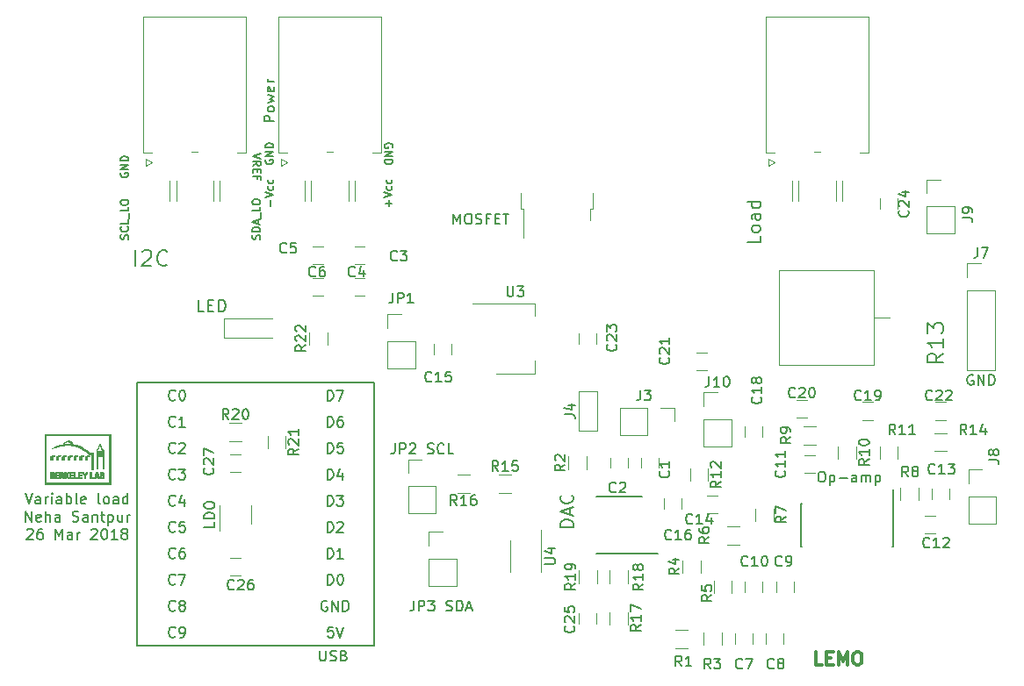
<source format=gbr>
G04 #@! TF.FileFunction,Legend,Top*
%FSLAX46Y46*%
G04 Gerber Fmt 4.6, Leading zero omitted, Abs format (unit mm)*
G04 Created by KiCad (PCBNEW 4.0.7-e2-6376~58~ubuntu16.04.1) date Mon Mar 26 16:54:40 2018*
%MOMM*%
%LPD*%
G01*
G04 APERTURE LIST*
%ADD10C,0.100000*%
%ADD11C,0.190500*%
%ADD12C,0.120000*%
%ADD13C,0.150000*%
%ADD14C,0.010000*%
%ADD15C,0.304800*%
G04 APERTURE END LIST*
D10*
D11*
X130356429Y-34435142D02*
X130392714Y-34326285D01*
X130392714Y-34144856D01*
X130356429Y-34072285D01*
X130320143Y-34035999D01*
X130247571Y-33999714D01*
X130175000Y-33999714D01*
X130102429Y-34035999D01*
X130066143Y-34072285D01*
X130029857Y-34144856D01*
X129993571Y-34289999D01*
X129957286Y-34362571D01*
X129921000Y-34398856D01*
X129848429Y-34435142D01*
X129775857Y-34435142D01*
X129703286Y-34398856D01*
X129667000Y-34362571D01*
X129630714Y-34289999D01*
X129630714Y-34108571D01*
X129667000Y-33999714D01*
X130392714Y-33673142D02*
X129630714Y-33673142D01*
X129630714Y-33491714D01*
X129667000Y-33382857D01*
X129739571Y-33310285D01*
X129812143Y-33274000D01*
X129957286Y-33237714D01*
X130066143Y-33237714D01*
X130211286Y-33274000D01*
X130283857Y-33310285D01*
X130356429Y-33382857D01*
X130392714Y-33491714D01*
X130392714Y-33673142D01*
X130175000Y-32947428D02*
X130175000Y-32584571D01*
X130392714Y-33020000D02*
X129630714Y-32766000D01*
X130392714Y-32512000D01*
X130465286Y-32439428D02*
X130465286Y-31858857D01*
X130392714Y-31314571D02*
X130392714Y-31677428D01*
X129630714Y-31677428D01*
X129630714Y-30915429D02*
X129630714Y-30770286D01*
X129667000Y-30697714D01*
X129739571Y-30625143D01*
X129884714Y-30588857D01*
X130138714Y-30588857D01*
X130283857Y-30625143D01*
X130356429Y-30697714D01*
X130392714Y-30770286D01*
X130392714Y-30915429D01*
X130356429Y-30988000D01*
X130283857Y-31060571D01*
X130138714Y-31096857D01*
X129884714Y-31096857D01*
X129739571Y-31060571D01*
X129667000Y-30988000D01*
X129630714Y-30915429D01*
X130465286Y-26125714D02*
X129703286Y-26379714D01*
X130465286Y-26633714D01*
X129703286Y-27323143D02*
X130066143Y-27069143D01*
X129703286Y-26887715D02*
X130465286Y-26887715D01*
X130465286Y-27178000D01*
X130429000Y-27250572D01*
X130392714Y-27286857D01*
X130320143Y-27323143D01*
X130211286Y-27323143D01*
X130138714Y-27286857D01*
X130102429Y-27250572D01*
X130066143Y-27178000D01*
X130066143Y-26887715D01*
X130102429Y-27649715D02*
X130102429Y-27903715D01*
X129703286Y-28012572D02*
X129703286Y-27649715D01*
X130465286Y-27649715D01*
X130465286Y-28012572D01*
X130102429Y-28593144D02*
X130102429Y-28339144D01*
X129703286Y-28339144D02*
X130465286Y-28339144D01*
X130465286Y-28702001D01*
X117656429Y-34416999D02*
X117692714Y-34308142D01*
X117692714Y-34126713D01*
X117656429Y-34054142D01*
X117620143Y-34017856D01*
X117547571Y-33981571D01*
X117475000Y-33981571D01*
X117402429Y-34017856D01*
X117366143Y-34054142D01*
X117329857Y-34126713D01*
X117293571Y-34271856D01*
X117257286Y-34344428D01*
X117221000Y-34380713D01*
X117148429Y-34416999D01*
X117075857Y-34416999D01*
X117003286Y-34380713D01*
X116967000Y-34344428D01*
X116930714Y-34271856D01*
X116930714Y-34090428D01*
X116967000Y-33981571D01*
X117620143Y-33219571D02*
X117656429Y-33255857D01*
X117692714Y-33364714D01*
X117692714Y-33437285D01*
X117656429Y-33546142D01*
X117583857Y-33618714D01*
X117511286Y-33654999D01*
X117366143Y-33691285D01*
X117257286Y-33691285D01*
X117112143Y-33654999D01*
X117039571Y-33618714D01*
X116967000Y-33546142D01*
X116930714Y-33437285D01*
X116930714Y-33364714D01*
X116967000Y-33255857D01*
X117003286Y-33219571D01*
X117692714Y-32530142D02*
X117692714Y-32892999D01*
X116930714Y-32892999D01*
X117765286Y-32457571D02*
X117765286Y-31877000D01*
X117692714Y-31332714D02*
X117692714Y-31695571D01*
X116930714Y-31695571D01*
X116930714Y-30933572D02*
X116930714Y-30788429D01*
X116967000Y-30715857D01*
X117039571Y-30643286D01*
X117184714Y-30607000D01*
X117438714Y-30607000D01*
X117583857Y-30643286D01*
X117656429Y-30715857D01*
X117692714Y-30788429D01*
X117692714Y-30933572D01*
X117656429Y-31006143D01*
X117583857Y-31078714D01*
X117438714Y-31115000D01*
X117184714Y-31115000D01*
X117039571Y-31078714D01*
X116967000Y-31006143D01*
X116930714Y-30933572D01*
X116967000Y-28012572D02*
X116930714Y-28085143D01*
X116930714Y-28194000D01*
X116967000Y-28302857D01*
X117039571Y-28375429D01*
X117112143Y-28411714D01*
X117257286Y-28448000D01*
X117366143Y-28448000D01*
X117511286Y-28411714D01*
X117583857Y-28375429D01*
X117656429Y-28302857D01*
X117692714Y-28194000D01*
X117692714Y-28121429D01*
X117656429Y-28012572D01*
X117620143Y-27976286D01*
X117366143Y-27976286D01*
X117366143Y-28121429D01*
X117692714Y-27649714D02*
X116930714Y-27649714D01*
X117692714Y-27214286D01*
X116930714Y-27214286D01*
X117692714Y-26851428D02*
X116930714Y-26851428D01*
X116930714Y-26670000D01*
X116967000Y-26561143D01*
X117039571Y-26488571D01*
X117112143Y-26452286D01*
X117257286Y-26416000D01*
X117366143Y-26416000D01*
X117511286Y-26452286D01*
X117583857Y-26488571D01*
X117656429Y-26561143D01*
X117692714Y-26670000D01*
X117692714Y-26851428D01*
X142802429Y-31242000D02*
X142802429Y-30661429D01*
X143092714Y-30951715D02*
X142512143Y-30951715D01*
X142330714Y-30407429D02*
X143092714Y-30153429D01*
X142330714Y-29899429D01*
X143056429Y-29318857D02*
X143092714Y-29391428D01*
X143092714Y-29536571D01*
X143056429Y-29609143D01*
X143020143Y-29645428D01*
X142947571Y-29681714D01*
X142729857Y-29681714D01*
X142657286Y-29645428D01*
X142621000Y-29609143D01*
X142584714Y-29536571D01*
X142584714Y-29391428D01*
X142621000Y-29318857D01*
X143056429Y-28665714D02*
X143092714Y-28738285D01*
X143092714Y-28883428D01*
X143056429Y-28956000D01*
X143020143Y-28992285D01*
X142947571Y-29028571D01*
X142729857Y-29028571D01*
X142657286Y-28992285D01*
X142621000Y-28956000D01*
X142584714Y-28883428D01*
X142584714Y-28738285D01*
X142621000Y-28665714D01*
X131372429Y-31242000D02*
X131372429Y-30661429D01*
X130900714Y-30407429D02*
X131662714Y-30153429D01*
X130900714Y-29899429D01*
X131626429Y-29318857D02*
X131662714Y-29391428D01*
X131662714Y-29536571D01*
X131626429Y-29609143D01*
X131590143Y-29645428D01*
X131517571Y-29681714D01*
X131299857Y-29681714D01*
X131227286Y-29645428D01*
X131191000Y-29609143D01*
X131154714Y-29536571D01*
X131154714Y-29391428D01*
X131191000Y-29318857D01*
X131626429Y-28665714D02*
X131662714Y-28738285D01*
X131662714Y-28883428D01*
X131626429Y-28956000D01*
X131590143Y-28992285D01*
X131517571Y-29028571D01*
X131299857Y-29028571D01*
X131227286Y-28992285D01*
X131191000Y-28956000D01*
X131154714Y-28883428D01*
X131154714Y-28738285D01*
X131191000Y-28665714D01*
X143129000Y-25581428D02*
X143165286Y-25508857D01*
X143165286Y-25400000D01*
X143129000Y-25291143D01*
X143056429Y-25218571D01*
X142983857Y-25182286D01*
X142838714Y-25146000D01*
X142729857Y-25146000D01*
X142584714Y-25182286D01*
X142512143Y-25218571D01*
X142439571Y-25291143D01*
X142403286Y-25400000D01*
X142403286Y-25472571D01*
X142439571Y-25581428D01*
X142475857Y-25617714D01*
X142729857Y-25617714D01*
X142729857Y-25472571D01*
X142403286Y-25944286D02*
X143165286Y-25944286D01*
X142403286Y-26379714D01*
X143165286Y-26379714D01*
X142403286Y-26742572D02*
X143165286Y-26742572D01*
X143165286Y-26924000D01*
X143129000Y-27032857D01*
X143056429Y-27105429D01*
X142983857Y-27141714D01*
X142838714Y-27178000D01*
X142729857Y-27178000D01*
X142584714Y-27141714D01*
X142512143Y-27105429D01*
X142439571Y-27032857D01*
X142403286Y-26924000D01*
X142403286Y-26742572D01*
X130937000Y-26742572D02*
X130900714Y-26815143D01*
X130900714Y-26924000D01*
X130937000Y-27032857D01*
X131009571Y-27105429D01*
X131082143Y-27141714D01*
X131227286Y-27178000D01*
X131336143Y-27178000D01*
X131481286Y-27141714D01*
X131553857Y-27105429D01*
X131626429Y-27032857D01*
X131662714Y-26924000D01*
X131662714Y-26851429D01*
X131626429Y-26742572D01*
X131590143Y-26706286D01*
X131336143Y-26706286D01*
X131336143Y-26851429D01*
X131662714Y-26379714D02*
X130900714Y-26379714D01*
X131662714Y-25944286D01*
X130900714Y-25944286D01*
X131662714Y-25581428D02*
X130900714Y-25581428D01*
X130900714Y-25400000D01*
X130937000Y-25291143D01*
X131009571Y-25218571D01*
X131082143Y-25182286D01*
X131227286Y-25146000D01*
X131336143Y-25146000D01*
X131481286Y-25182286D01*
X131553857Y-25218571D01*
X131626429Y-25291143D01*
X131662714Y-25400000D01*
X131662714Y-25581428D01*
X107768573Y-58943119D02*
X108107240Y-59959119D01*
X108445906Y-58943119D01*
X109220001Y-59959119D02*
X109220001Y-59426929D01*
X109171620Y-59330167D01*
X109074858Y-59281786D01*
X108881335Y-59281786D01*
X108784573Y-59330167D01*
X109220001Y-59910738D02*
X109123239Y-59959119D01*
X108881335Y-59959119D01*
X108784573Y-59910738D01*
X108736192Y-59813976D01*
X108736192Y-59717214D01*
X108784573Y-59620452D01*
X108881335Y-59572071D01*
X109123239Y-59572071D01*
X109220001Y-59523690D01*
X109703811Y-59959119D02*
X109703811Y-59281786D01*
X109703811Y-59475310D02*
X109752192Y-59378548D01*
X109800573Y-59330167D01*
X109897335Y-59281786D01*
X109994096Y-59281786D01*
X110332763Y-59959119D02*
X110332763Y-59281786D01*
X110332763Y-58943119D02*
X110284382Y-58991500D01*
X110332763Y-59039881D01*
X110381144Y-58991500D01*
X110332763Y-58943119D01*
X110332763Y-59039881D01*
X111252001Y-59959119D02*
X111252001Y-59426929D01*
X111203620Y-59330167D01*
X111106858Y-59281786D01*
X110913335Y-59281786D01*
X110816573Y-59330167D01*
X111252001Y-59910738D02*
X111155239Y-59959119D01*
X110913335Y-59959119D01*
X110816573Y-59910738D01*
X110768192Y-59813976D01*
X110768192Y-59717214D01*
X110816573Y-59620452D01*
X110913335Y-59572071D01*
X111155239Y-59572071D01*
X111252001Y-59523690D01*
X111735811Y-59959119D02*
X111735811Y-58943119D01*
X111735811Y-59330167D02*
X111832573Y-59281786D01*
X112026096Y-59281786D01*
X112122858Y-59330167D01*
X112171239Y-59378548D01*
X112219620Y-59475310D01*
X112219620Y-59765595D01*
X112171239Y-59862357D01*
X112122858Y-59910738D01*
X112026096Y-59959119D01*
X111832573Y-59959119D01*
X111735811Y-59910738D01*
X112800192Y-59959119D02*
X112703430Y-59910738D01*
X112655049Y-59813976D01*
X112655049Y-58943119D01*
X113574286Y-59910738D02*
X113477524Y-59959119D01*
X113284001Y-59959119D01*
X113187239Y-59910738D01*
X113138858Y-59813976D01*
X113138858Y-59426929D01*
X113187239Y-59330167D01*
X113284001Y-59281786D01*
X113477524Y-59281786D01*
X113574286Y-59330167D01*
X113622667Y-59426929D01*
X113622667Y-59523690D01*
X113138858Y-59620452D01*
X114977334Y-59959119D02*
X114880572Y-59910738D01*
X114832191Y-59813976D01*
X114832191Y-58943119D01*
X115509524Y-59959119D02*
X115412762Y-59910738D01*
X115364381Y-59862357D01*
X115316000Y-59765595D01*
X115316000Y-59475310D01*
X115364381Y-59378548D01*
X115412762Y-59330167D01*
X115509524Y-59281786D01*
X115654666Y-59281786D01*
X115751428Y-59330167D01*
X115799809Y-59378548D01*
X115848190Y-59475310D01*
X115848190Y-59765595D01*
X115799809Y-59862357D01*
X115751428Y-59910738D01*
X115654666Y-59959119D01*
X115509524Y-59959119D01*
X116719047Y-59959119D02*
X116719047Y-59426929D01*
X116670666Y-59330167D01*
X116573904Y-59281786D01*
X116380381Y-59281786D01*
X116283619Y-59330167D01*
X116719047Y-59910738D02*
X116622285Y-59959119D01*
X116380381Y-59959119D01*
X116283619Y-59910738D01*
X116235238Y-59813976D01*
X116235238Y-59717214D01*
X116283619Y-59620452D01*
X116380381Y-59572071D01*
X116622285Y-59572071D01*
X116719047Y-59523690D01*
X117638285Y-59959119D02*
X117638285Y-58943119D01*
X117638285Y-59910738D02*
X117541523Y-59959119D01*
X117348000Y-59959119D01*
X117251238Y-59910738D01*
X117202857Y-59862357D01*
X117154476Y-59765595D01*
X117154476Y-59475310D01*
X117202857Y-59378548D01*
X117251238Y-59330167D01*
X117348000Y-59281786D01*
X117541523Y-59281786D01*
X117638285Y-59330167D01*
X107816954Y-61673619D02*
X107816954Y-60657619D01*
X108397525Y-61673619D01*
X108397525Y-60657619D01*
X109268382Y-61625238D02*
X109171620Y-61673619D01*
X108978097Y-61673619D01*
X108881335Y-61625238D01*
X108832954Y-61528476D01*
X108832954Y-61141429D01*
X108881335Y-61044667D01*
X108978097Y-60996286D01*
X109171620Y-60996286D01*
X109268382Y-61044667D01*
X109316763Y-61141429D01*
X109316763Y-61238190D01*
X108832954Y-61334952D01*
X109752192Y-61673619D02*
X109752192Y-60657619D01*
X110187620Y-61673619D02*
X110187620Y-61141429D01*
X110139239Y-61044667D01*
X110042477Y-60996286D01*
X109897335Y-60996286D01*
X109800573Y-61044667D01*
X109752192Y-61093048D01*
X111106858Y-61673619D02*
X111106858Y-61141429D01*
X111058477Y-61044667D01*
X110961715Y-60996286D01*
X110768192Y-60996286D01*
X110671430Y-61044667D01*
X111106858Y-61625238D02*
X111010096Y-61673619D01*
X110768192Y-61673619D01*
X110671430Y-61625238D01*
X110623049Y-61528476D01*
X110623049Y-61431714D01*
X110671430Y-61334952D01*
X110768192Y-61286571D01*
X111010096Y-61286571D01*
X111106858Y-61238190D01*
X112316382Y-61625238D02*
X112461525Y-61673619D01*
X112703429Y-61673619D01*
X112800191Y-61625238D01*
X112848572Y-61576857D01*
X112896953Y-61480095D01*
X112896953Y-61383333D01*
X112848572Y-61286571D01*
X112800191Y-61238190D01*
X112703429Y-61189810D01*
X112509906Y-61141429D01*
X112413144Y-61093048D01*
X112364763Y-61044667D01*
X112316382Y-60947905D01*
X112316382Y-60851143D01*
X112364763Y-60754381D01*
X112413144Y-60706000D01*
X112509906Y-60657619D01*
X112751810Y-60657619D01*
X112896953Y-60706000D01*
X113767810Y-61673619D02*
X113767810Y-61141429D01*
X113719429Y-61044667D01*
X113622667Y-60996286D01*
X113429144Y-60996286D01*
X113332382Y-61044667D01*
X113767810Y-61625238D02*
X113671048Y-61673619D01*
X113429144Y-61673619D01*
X113332382Y-61625238D01*
X113284001Y-61528476D01*
X113284001Y-61431714D01*
X113332382Y-61334952D01*
X113429144Y-61286571D01*
X113671048Y-61286571D01*
X113767810Y-61238190D01*
X114251620Y-60996286D02*
X114251620Y-61673619D01*
X114251620Y-61093048D02*
X114300001Y-61044667D01*
X114396763Y-60996286D01*
X114541905Y-60996286D01*
X114638667Y-61044667D01*
X114687048Y-61141429D01*
X114687048Y-61673619D01*
X115025715Y-60996286D02*
X115412763Y-60996286D01*
X115170858Y-60657619D02*
X115170858Y-61528476D01*
X115219239Y-61625238D01*
X115316001Y-61673619D01*
X115412763Y-61673619D01*
X115751429Y-60996286D02*
X115751429Y-62012286D01*
X115751429Y-61044667D02*
X115848191Y-60996286D01*
X116041714Y-60996286D01*
X116138476Y-61044667D01*
X116186857Y-61093048D01*
X116235238Y-61189810D01*
X116235238Y-61480095D01*
X116186857Y-61576857D01*
X116138476Y-61625238D01*
X116041714Y-61673619D01*
X115848191Y-61673619D01*
X115751429Y-61625238D01*
X117106095Y-60996286D02*
X117106095Y-61673619D01*
X116670667Y-60996286D02*
X116670667Y-61528476D01*
X116719048Y-61625238D01*
X116815810Y-61673619D01*
X116960952Y-61673619D01*
X117057714Y-61625238D01*
X117106095Y-61576857D01*
X117589905Y-61673619D02*
X117589905Y-60996286D01*
X117589905Y-61189810D02*
X117638286Y-61093048D01*
X117686667Y-61044667D01*
X117783429Y-60996286D01*
X117880190Y-60996286D01*
X107937906Y-62468881D02*
X107986287Y-62420500D01*
X108083049Y-62372119D01*
X108324953Y-62372119D01*
X108421715Y-62420500D01*
X108470096Y-62468881D01*
X108518477Y-62565643D01*
X108518477Y-62662405D01*
X108470096Y-62807548D01*
X107889525Y-63388119D01*
X108518477Y-63388119D01*
X109389334Y-62372119D02*
X109195811Y-62372119D01*
X109099049Y-62420500D01*
X109050668Y-62468881D01*
X108953906Y-62614024D01*
X108905525Y-62807548D01*
X108905525Y-63194595D01*
X108953906Y-63291357D01*
X109002287Y-63339738D01*
X109099049Y-63388119D01*
X109292572Y-63388119D01*
X109389334Y-63339738D01*
X109437715Y-63291357D01*
X109486096Y-63194595D01*
X109486096Y-62952690D01*
X109437715Y-62855929D01*
X109389334Y-62807548D01*
X109292572Y-62759167D01*
X109099049Y-62759167D01*
X109002287Y-62807548D01*
X108953906Y-62855929D01*
X108905525Y-62952690D01*
X110695620Y-63388119D02*
X110695620Y-62372119D01*
X111034286Y-63097833D01*
X111372953Y-62372119D01*
X111372953Y-63388119D01*
X112292191Y-63388119D02*
X112292191Y-62855929D01*
X112243810Y-62759167D01*
X112147048Y-62710786D01*
X111953525Y-62710786D01*
X111856763Y-62759167D01*
X112292191Y-63339738D02*
X112195429Y-63388119D01*
X111953525Y-63388119D01*
X111856763Y-63339738D01*
X111808382Y-63242976D01*
X111808382Y-63146214D01*
X111856763Y-63049452D01*
X111953525Y-63001071D01*
X112195429Y-63001071D01*
X112292191Y-62952690D01*
X112776001Y-63388119D02*
X112776001Y-62710786D01*
X112776001Y-62904310D02*
X112824382Y-62807548D01*
X112872763Y-62759167D01*
X112969525Y-62710786D01*
X113066286Y-62710786D01*
X114130667Y-62468881D02*
X114179048Y-62420500D01*
X114275810Y-62372119D01*
X114517714Y-62372119D01*
X114614476Y-62420500D01*
X114662857Y-62468881D01*
X114711238Y-62565643D01*
X114711238Y-62662405D01*
X114662857Y-62807548D01*
X114082286Y-63388119D01*
X114711238Y-63388119D01*
X115340191Y-62372119D02*
X115436952Y-62372119D01*
X115533714Y-62420500D01*
X115582095Y-62468881D01*
X115630476Y-62565643D01*
X115678857Y-62759167D01*
X115678857Y-63001071D01*
X115630476Y-63194595D01*
X115582095Y-63291357D01*
X115533714Y-63339738D01*
X115436952Y-63388119D01*
X115340191Y-63388119D01*
X115243429Y-63339738D01*
X115195048Y-63291357D01*
X115146667Y-63194595D01*
X115098286Y-63001071D01*
X115098286Y-62759167D01*
X115146667Y-62565643D01*
X115195048Y-62468881D01*
X115243429Y-62420500D01*
X115340191Y-62372119D01*
X116646476Y-63388119D02*
X116065905Y-63388119D01*
X116356191Y-63388119D02*
X116356191Y-62372119D01*
X116259429Y-62517262D01*
X116162667Y-62614024D01*
X116065905Y-62662405D01*
X117227048Y-62807548D02*
X117130286Y-62759167D01*
X117081905Y-62710786D01*
X117033524Y-62614024D01*
X117033524Y-62565643D01*
X117081905Y-62468881D01*
X117130286Y-62420500D01*
X117227048Y-62372119D01*
X117420571Y-62372119D01*
X117517333Y-62420500D01*
X117565714Y-62468881D01*
X117614095Y-62565643D01*
X117614095Y-62614024D01*
X117565714Y-62710786D01*
X117517333Y-62759167D01*
X117420571Y-62807548D01*
X117227048Y-62807548D01*
X117130286Y-62855929D01*
X117081905Y-62904310D01*
X117033524Y-63001071D01*
X117033524Y-63194595D01*
X117081905Y-63291357D01*
X117130286Y-63339738D01*
X117227048Y-63388119D01*
X117420571Y-63388119D01*
X117517333Y-63339738D01*
X117565714Y-63291357D01*
X117614095Y-63194595D01*
X117614095Y-63001071D01*
X117565714Y-62904310D01*
X117517333Y-62855929D01*
X117420571Y-62807548D01*
D12*
X167150000Y-55500000D02*
X167150000Y-56500000D01*
X168850000Y-56500000D02*
X168850000Y-55500000D01*
X164150000Y-55500000D02*
X164150000Y-56500000D01*
X165850000Y-56500000D02*
X165850000Y-55500000D01*
X140500000Y-35150000D02*
X139500000Y-35150000D01*
X139500000Y-36850000D02*
X140500000Y-36850000D01*
X140500000Y-38150000D02*
X139500000Y-38150000D01*
X139500000Y-39850000D02*
X140500000Y-39850000D01*
X136500000Y-35150000D02*
X135500000Y-35150000D01*
X135500000Y-36850000D02*
X136500000Y-36850000D01*
X136500000Y-38150000D02*
X135500000Y-38150000D01*
X135500000Y-39850000D02*
X136500000Y-39850000D01*
X176150000Y-72500000D02*
X176150000Y-73500000D01*
X177850000Y-73500000D02*
X177850000Y-72500000D01*
X179150000Y-72500000D02*
X179150000Y-73500000D01*
X180850000Y-73500000D02*
X180850000Y-72500000D01*
X180150000Y-67500000D02*
X180150000Y-68500000D01*
X181850000Y-68500000D02*
X181850000Y-67500000D01*
X178850000Y-68500000D02*
X178850000Y-67500000D01*
X177150000Y-67500000D02*
X177150000Y-68500000D01*
X183888000Y-55284000D02*
X182888000Y-55284000D01*
X182888000Y-56984000D02*
X183888000Y-56984000D01*
X195500000Y-61150000D02*
X194500000Y-61150000D01*
X194500000Y-62850000D02*
X195500000Y-62850000D01*
X196850000Y-59500000D02*
X196850000Y-58500000D01*
X195150000Y-58500000D02*
X195150000Y-59500000D01*
X173500000Y-60850000D02*
X174500000Y-60850000D01*
X174500000Y-59150000D02*
X173500000Y-59150000D01*
X147150000Y-44500000D02*
X147150000Y-45500000D01*
X148850000Y-45500000D02*
X148850000Y-44500000D01*
X178850000Y-53500000D02*
X178850000Y-52500000D01*
X177150000Y-52500000D02*
X177150000Y-53500000D01*
X189500000Y-50150000D02*
X188500000Y-50150000D01*
X188500000Y-51850000D02*
X189500000Y-51850000D01*
X182126000Y-51650000D02*
X183126000Y-51650000D01*
X183126000Y-49950000D02*
X182126000Y-49950000D01*
X172474000Y-47078000D02*
X173474000Y-47078000D01*
X173474000Y-45378000D02*
X172474000Y-45378000D01*
X196500000Y-50150000D02*
X195500000Y-50150000D01*
X195500000Y-51850000D02*
X196500000Y-51850000D01*
X161150000Y-43500000D02*
X161150000Y-44500000D01*
X162850000Y-44500000D02*
X162850000Y-43500000D01*
X191850000Y-31500000D02*
X191850000Y-30500000D01*
X190150000Y-30500000D02*
X190150000Y-31500000D01*
X162850000Y-71500000D02*
X162850000Y-70500000D01*
X161150000Y-70500000D02*
X161150000Y-71500000D01*
X127500000Y-66850000D02*
X128500000Y-66850000D01*
X128500000Y-65150000D02*
X127500000Y-65150000D01*
X128500000Y-55150000D02*
X127500000Y-55150000D01*
X127500000Y-56850000D02*
X128500000Y-56850000D01*
X133000000Y-26050000D02*
X132150000Y-26050000D01*
X132150000Y-26050000D02*
X132150000Y-12950000D01*
X132150000Y-12950000D02*
X137100000Y-12950000D01*
X141200000Y-26050000D02*
X142050000Y-26050000D01*
X142050000Y-26050000D02*
X142050000Y-12950000D01*
X142050000Y-12950000D02*
X137100000Y-12950000D01*
X134700000Y-28800000D02*
X134700000Y-30700000D01*
X135300000Y-28800000D02*
X135300000Y-30700000D01*
X138900000Y-28800000D02*
X138900000Y-30700000D01*
X139500000Y-28800000D02*
X139500000Y-30700000D01*
X136800000Y-26000000D02*
X137400000Y-26000000D01*
X133000000Y-27000000D02*
X132400000Y-27300000D01*
X132400000Y-27300000D02*
X132400000Y-26700000D01*
X132400000Y-26700000D02*
X133000000Y-27000000D01*
X165130000Y-50670000D02*
X165130000Y-53330000D01*
X167730000Y-50670000D02*
X165130000Y-50670000D01*
X167730000Y-53330000D02*
X165130000Y-53330000D01*
X167730000Y-50670000D02*
X167730000Y-53330000D01*
X169000000Y-50670000D02*
X170330000Y-50670000D01*
X170330000Y-50670000D02*
X170330000Y-52000000D01*
X161110000Y-49090000D02*
X161110000Y-52910000D01*
X161110000Y-52910000D02*
X162890000Y-52910000D01*
X162890000Y-52910000D02*
X162890000Y-49090000D01*
X161110000Y-49090000D02*
X162890000Y-49090000D01*
X180000000Y-26050000D02*
X179150000Y-26050000D01*
X179150000Y-26050000D02*
X179150000Y-12950000D01*
X179150000Y-12950000D02*
X184100000Y-12950000D01*
X188200000Y-26050000D02*
X189050000Y-26050000D01*
X189050000Y-26050000D02*
X189050000Y-12950000D01*
X189050000Y-12950000D02*
X184100000Y-12950000D01*
X181700000Y-28800000D02*
X181700000Y-30700000D01*
X182300000Y-28800000D02*
X182300000Y-30700000D01*
X185900000Y-28800000D02*
X185900000Y-30700000D01*
X186500000Y-28800000D02*
X186500000Y-30700000D01*
X183800000Y-26000000D02*
X184400000Y-26000000D01*
X180000000Y-27000000D02*
X179400000Y-27300000D01*
X179400000Y-27300000D02*
X179400000Y-26700000D01*
X179400000Y-26700000D02*
X180000000Y-27000000D01*
X120000000Y-26050000D02*
X119150000Y-26050000D01*
X119150000Y-26050000D02*
X119150000Y-12950000D01*
X119150000Y-12950000D02*
X124100000Y-12950000D01*
X128200000Y-26050000D02*
X129050000Y-26050000D01*
X129050000Y-26050000D02*
X129050000Y-12950000D01*
X129050000Y-12950000D02*
X124100000Y-12950000D01*
X121700000Y-28800000D02*
X121700000Y-30700000D01*
X122300000Y-28800000D02*
X122300000Y-30700000D01*
X125900000Y-28800000D02*
X125900000Y-30700000D01*
X126500000Y-28800000D02*
X126500000Y-30700000D01*
X123800000Y-26000000D02*
X124400000Y-26000000D01*
X120000000Y-27000000D02*
X119400000Y-27300000D01*
X119400000Y-27300000D02*
X119400000Y-26700000D01*
X119400000Y-26700000D02*
X120000000Y-27000000D01*
X155550000Y-29970000D02*
X155550000Y-31470000D01*
X155550000Y-31470000D02*
X155820000Y-31470000D01*
X155820000Y-31470000D02*
X155820000Y-34300000D01*
X162450000Y-29970000D02*
X162450000Y-31470000D01*
X162450000Y-31470000D02*
X162180000Y-31470000D01*
X162180000Y-31470000D02*
X162180000Y-32570000D01*
X171600000Y-73880000D02*
X170400000Y-73880000D01*
X170400000Y-72120000D02*
X171600000Y-72120000D01*
X161880000Y-55400000D02*
X161880000Y-56600000D01*
X160120000Y-56600000D02*
X160120000Y-55400000D01*
X173120000Y-73600000D02*
X173120000Y-72400000D01*
X174880000Y-72400000D02*
X174880000Y-73600000D01*
X172880000Y-65400000D02*
X172880000Y-66600000D01*
X171120000Y-66600000D02*
X171120000Y-65400000D01*
X174120000Y-68600000D02*
X174120000Y-67400000D01*
X175880000Y-67400000D02*
X175880000Y-68600000D01*
X175400000Y-62120000D02*
X176600000Y-62120000D01*
X176600000Y-63880000D02*
X175400000Y-63880000D01*
X178120000Y-61600000D02*
X178120000Y-60400000D01*
X179880000Y-60400000D02*
X179880000Y-61600000D01*
X192120000Y-59600000D02*
X192120000Y-58400000D01*
X193880000Y-58400000D02*
X193880000Y-59600000D01*
X183988000Y-54220000D02*
X182788000Y-54220000D01*
X182788000Y-52460000D02*
X183988000Y-52460000D01*
X186120000Y-55600000D02*
X186120000Y-54400000D01*
X187880000Y-54400000D02*
X187880000Y-55600000D01*
X190120000Y-55600000D02*
X190120000Y-54400000D01*
X191880000Y-54400000D02*
X191880000Y-55600000D01*
X171840000Y-57750000D02*
X171840000Y-56550000D01*
X173600000Y-56550000D02*
X173600000Y-57750000D01*
X180440000Y-37440000D02*
X180440000Y-46560000D01*
X180440000Y-46560000D02*
X189560000Y-46560000D01*
X189560000Y-46560000D02*
X189560000Y-37440000D01*
X189560000Y-37440000D02*
X180440000Y-37440000D01*
X189560000Y-42000000D02*
X191120000Y-42000000D01*
X196600000Y-54880000D02*
X195400000Y-54880000D01*
X195400000Y-53120000D02*
X196600000Y-53120000D01*
X154600000Y-58880000D02*
X153400000Y-58880000D01*
X153400000Y-57120000D02*
X154600000Y-57120000D01*
X149400000Y-57120000D02*
X150600000Y-57120000D01*
X150600000Y-58880000D02*
X149400000Y-58880000D01*
X164120000Y-71600000D02*
X164120000Y-70400000D01*
X165880000Y-70400000D02*
X165880000Y-71600000D01*
X165880000Y-66400000D02*
X165880000Y-67600000D01*
X164120000Y-67600000D02*
X164120000Y-66400000D01*
X162880000Y-66400000D02*
X162880000Y-67600000D01*
X161120000Y-67600000D02*
X161120000Y-66400000D01*
X128600000Y-53880000D02*
X127400000Y-53880000D01*
X127400000Y-52120000D02*
X128600000Y-52120000D01*
X131120000Y-54600000D02*
X131120000Y-53400000D01*
X132880000Y-53400000D02*
X132880000Y-54600000D01*
D13*
X167200000Y-59275000D02*
X162800000Y-59275000D01*
X168775000Y-64800000D02*
X162800000Y-64800000D01*
X191450000Y-59925000D02*
X191425000Y-59925000D01*
X191450000Y-64075000D02*
X191335000Y-64075000D01*
X182550000Y-64075000D02*
X182665000Y-64075000D01*
X182550000Y-59925000D02*
X182665000Y-59925000D01*
X191450000Y-59925000D02*
X191450000Y-64075000D01*
X182550000Y-59925000D02*
X182550000Y-64075000D01*
X191425000Y-59925000D02*
X191425000Y-58550000D01*
D12*
X156910000Y-47410000D02*
X156910000Y-46150000D01*
X156910000Y-40590000D02*
X156910000Y-41850000D01*
X153150000Y-47410000D02*
X156910000Y-47410000D01*
X150900000Y-40590000D02*
X156910000Y-40590000D01*
X154500000Y-66500000D02*
X154500000Y-63500000D01*
X157500000Y-66500000D02*
X157500000Y-62500000D01*
D13*
X141430000Y-48270000D02*
X141430000Y-73670000D01*
X118570000Y-48270000D02*
X141430000Y-48270000D01*
X118570000Y-73670000D02*
X118570000Y-48270000D01*
X141430000Y-73670000D02*
X118570000Y-73670000D01*
D12*
X129560000Y-61880000D02*
X129560000Y-60120000D01*
X126490000Y-60120000D02*
X126490000Y-62550000D01*
X142670000Y-46870000D02*
X145330000Y-46870000D01*
X142670000Y-44270000D02*
X142670000Y-46870000D01*
X145330000Y-44270000D02*
X145330000Y-46870000D01*
X142670000Y-44270000D02*
X145330000Y-44270000D01*
X142670000Y-43000000D02*
X142670000Y-41670000D01*
X142670000Y-41670000D02*
X144000000Y-41670000D01*
X144670000Y-60870000D02*
X147330000Y-60870000D01*
X144670000Y-58270000D02*
X144670000Y-60870000D01*
X147330000Y-58270000D02*
X147330000Y-60870000D01*
X144670000Y-58270000D02*
X147330000Y-58270000D01*
X144670000Y-57000000D02*
X144670000Y-55670000D01*
X144670000Y-55670000D02*
X146000000Y-55670000D01*
X146670000Y-67870000D02*
X149330000Y-67870000D01*
X146670000Y-65270000D02*
X146670000Y-67870000D01*
X149330000Y-65270000D02*
X149330000Y-67870000D01*
X146670000Y-65270000D02*
X149330000Y-65270000D01*
X146670000Y-64000000D02*
X146670000Y-62670000D01*
X146670000Y-62670000D02*
X148000000Y-62670000D01*
X198568000Y-47050000D02*
X201228000Y-47050000D01*
X198568000Y-39370000D02*
X198568000Y-47050000D01*
X201228000Y-39370000D02*
X201228000Y-47050000D01*
X198568000Y-39370000D02*
X201228000Y-39370000D01*
X198568000Y-38100000D02*
X198568000Y-36770000D01*
X198568000Y-36770000D02*
X199898000Y-36770000D01*
X126900000Y-42050000D02*
X126900000Y-43950000D01*
X126900000Y-43950000D02*
X131600000Y-43950000D01*
X126900000Y-42050000D02*
X131600000Y-42050000D01*
X198670000Y-61870000D02*
X201330000Y-61870000D01*
X198670000Y-59270000D02*
X198670000Y-61870000D01*
X201330000Y-59270000D02*
X201330000Y-61870000D01*
X198670000Y-59270000D02*
X201330000Y-59270000D01*
X198670000Y-58000000D02*
X198670000Y-56670000D01*
X198670000Y-56670000D02*
X200000000Y-56670000D01*
X136880000Y-43400000D02*
X136880000Y-44600000D01*
X135120000Y-44600000D02*
X135120000Y-43400000D01*
X194670000Y-33870000D02*
X197330000Y-33870000D01*
X194670000Y-31270000D02*
X194670000Y-33870000D01*
X197330000Y-31270000D02*
X197330000Y-33870000D01*
X194670000Y-31270000D02*
X197330000Y-31270000D01*
X194670000Y-30000000D02*
X194670000Y-28670000D01*
X194670000Y-28670000D02*
X196000000Y-28670000D01*
D14*
G36*
X115963700Y-58051700D02*
X109601000Y-58051700D01*
X109601000Y-55564186D01*
X109713919Y-55564186D01*
X109713941Y-55773467D01*
X109714087Y-55981699D01*
X109714359Y-56187326D01*
X109714755Y-56388792D01*
X109715275Y-56584541D01*
X109715921Y-56773018D01*
X109716691Y-56952667D01*
X109717587Y-57121931D01*
X109718606Y-57279255D01*
X109719751Y-57423084D01*
X109721021Y-57551861D01*
X109722415Y-57664031D01*
X109723934Y-57758037D01*
X109725578Y-57832325D01*
X109727346Y-57885337D01*
X109729239Y-57915519D01*
X109730539Y-57922160D01*
X109737714Y-57923884D01*
X109756165Y-57925485D01*
X109786646Y-57926966D01*
X109829909Y-57928330D01*
X109886709Y-57929582D01*
X109957799Y-57930724D01*
X110043931Y-57931762D01*
X110145861Y-57932698D01*
X110264340Y-57933537D01*
X110400123Y-57934282D01*
X110553963Y-57934937D01*
X110726613Y-57935505D01*
X110918826Y-57935991D01*
X111131357Y-57936399D01*
X111364958Y-57936731D01*
X111620384Y-57936992D01*
X111898386Y-57937185D01*
X112199720Y-57937315D01*
X112525137Y-57937384D01*
X112784169Y-57937400D01*
X115822559Y-57937400D01*
X115842329Y-57909174D01*
X115844810Y-57903782D01*
X115847076Y-57894275D01*
X115849138Y-57879564D01*
X115851006Y-57858556D01*
X115852688Y-57830161D01*
X115854193Y-57793289D01*
X115855533Y-57746849D01*
X115856715Y-57689750D01*
X115857750Y-57620902D01*
X115858647Y-57539213D01*
X115859415Y-57443594D01*
X115860064Y-57332953D01*
X115860603Y-57206199D01*
X115861042Y-57062243D01*
X115861389Y-56899993D01*
X115861656Y-56718358D01*
X115861850Y-56516249D01*
X115861982Y-56292573D01*
X115862060Y-56046241D01*
X115862095Y-55776162D01*
X115862100Y-55627349D01*
X115862087Y-55345667D01*
X115862043Y-55088286D01*
X115861956Y-54854103D01*
X115861817Y-54642018D01*
X115861616Y-54450931D01*
X115861343Y-54279742D01*
X115860987Y-54127349D01*
X115860538Y-53992652D01*
X115859986Y-53874550D01*
X115859321Y-53771944D01*
X115858532Y-53683732D01*
X115857610Y-53608814D01*
X115856545Y-53546089D01*
X115855325Y-53494456D01*
X115853942Y-53452816D01*
X115852384Y-53420068D01*
X115850643Y-53395110D01*
X115848707Y-53376844D01*
X115846566Y-53364167D01*
X115844210Y-53355979D01*
X115841630Y-53351180D01*
X115841081Y-53350525D01*
X115838154Y-53348017D01*
X115833447Y-53345696D01*
X115826010Y-53343556D01*
X115814888Y-53341588D01*
X115799128Y-53339785D01*
X115777777Y-53338140D01*
X115749883Y-53336646D01*
X115714492Y-53335296D01*
X115670651Y-53334082D01*
X115617406Y-53332998D01*
X115553806Y-53332035D01*
X115478896Y-53331187D01*
X115391725Y-53330446D01*
X115291337Y-53329805D01*
X115176782Y-53329258D01*
X115047105Y-53328796D01*
X114901353Y-53328413D01*
X114738574Y-53328101D01*
X114557814Y-53327852D01*
X114358120Y-53327661D01*
X114138539Y-53327519D01*
X113898118Y-53327420D01*
X113635905Y-53327355D01*
X113350945Y-53327319D01*
X113042286Y-53327302D01*
X112782921Y-53327300D01*
X112439109Y-53327327D01*
X112119943Y-53327411D01*
X111824671Y-53327557D01*
X111552537Y-53327767D01*
X111302789Y-53328046D01*
X111074673Y-53328397D01*
X110867436Y-53328824D01*
X110680324Y-53329331D01*
X110512583Y-53329921D01*
X110363460Y-53330599D01*
X110232201Y-53331367D01*
X110118053Y-53332231D01*
X110020262Y-53333193D01*
X109938075Y-53334258D01*
X109870737Y-53335428D01*
X109817496Y-53336709D01*
X109777598Y-53338103D01*
X109750290Y-53339614D01*
X109734817Y-53341247D01*
X109730539Y-53342540D01*
X109728565Y-53357017D01*
X109726715Y-53395338D01*
X109724990Y-53455948D01*
X109723390Y-53537289D01*
X109721914Y-53637807D01*
X109720564Y-53755946D01*
X109719338Y-53890150D01*
X109718237Y-54038862D01*
X109717260Y-54200528D01*
X109716409Y-54373590D01*
X109715682Y-54556495D01*
X109715080Y-54747685D01*
X109714602Y-54945605D01*
X109714250Y-55148699D01*
X109714022Y-55355411D01*
X109713919Y-55564186D01*
X109601000Y-55564186D01*
X109601000Y-53213000D01*
X115963700Y-53213000D01*
X115963700Y-58051700D01*
X115963700Y-58051700D01*
G37*
X115963700Y-58051700D02*
X109601000Y-58051700D01*
X109601000Y-55564186D01*
X109713919Y-55564186D01*
X109713941Y-55773467D01*
X109714087Y-55981699D01*
X109714359Y-56187326D01*
X109714755Y-56388792D01*
X109715275Y-56584541D01*
X109715921Y-56773018D01*
X109716691Y-56952667D01*
X109717587Y-57121931D01*
X109718606Y-57279255D01*
X109719751Y-57423084D01*
X109721021Y-57551861D01*
X109722415Y-57664031D01*
X109723934Y-57758037D01*
X109725578Y-57832325D01*
X109727346Y-57885337D01*
X109729239Y-57915519D01*
X109730539Y-57922160D01*
X109737714Y-57923884D01*
X109756165Y-57925485D01*
X109786646Y-57926966D01*
X109829909Y-57928330D01*
X109886709Y-57929582D01*
X109957799Y-57930724D01*
X110043931Y-57931762D01*
X110145861Y-57932698D01*
X110264340Y-57933537D01*
X110400123Y-57934282D01*
X110553963Y-57934937D01*
X110726613Y-57935505D01*
X110918826Y-57935991D01*
X111131357Y-57936399D01*
X111364958Y-57936731D01*
X111620384Y-57936992D01*
X111898386Y-57937185D01*
X112199720Y-57937315D01*
X112525137Y-57937384D01*
X112784169Y-57937400D01*
X115822559Y-57937400D01*
X115842329Y-57909174D01*
X115844810Y-57903782D01*
X115847076Y-57894275D01*
X115849138Y-57879564D01*
X115851006Y-57858556D01*
X115852688Y-57830161D01*
X115854193Y-57793289D01*
X115855533Y-57746849D01*
X115856715Y-57689750D01*
X115857750Y-57620902D01*
X115858647Y-57539213D01*
X115859415Y-57443594D01*
X115860064Y-57332953D01*
X115860603Y-57206199D01*
X115861042Y-57062243D01*
X115861389Y-56899993D01*
X115861656Y-56718358D01*
X115861850Y-56516249D01*
X115861982Y-56292573D01*
X115862060Y-56046241D01*
X115862095Y-55776162D01*
X115862100Y-55627349D01*
X115862087Y-55345667D01*
X115862043Y-55088286D01*
X115861956Y-54854103D01*
X115861817Y-54642018D01*
X115861616Y-54450931D01*
X115861343Y-54279742D01*
X115860987Y-54127349D01*
X115860538Y-53992652D01*
X115859986Y-53874550D01*
X115859321Y-53771944D01*
X115858532Y-53683732D01*
X115857610Y-53608814D01*
X115856545Y-53546089D01*
X115855325Y-53494456D01*
X115853942Y-53452816D01*
X115852384Y-53420068D01*
X115850643Y-53395110D01*
X115848707Y-53376844D01*
X115846566Y-53364167D01*
X115844210Y-53355979D01*
X115841630Y-53351180D01*
X115841081Y-53350525D01*
X115838154Y-53348017D01*
X115833447Y-53345696D01*
X115826010Y-53343556D01*
X115814888Y-53341588D01*
X115799128Y-53339785D01*
X115777777Y-53338140D01*
X115749883Y-53336646D01*
X115714492Y-53335296D01*
X115670651Y-53334082D01*
X115617406Y-53332998D01*
X115553806Y-53332035D01*
X115478896Y-53331187D01*
X115391725Y-53330446D01*
X115291337Y-53329805D01*
X115176782Y-53329258D01*
X115047105Y-53328796D01*
X114901353Y-53328413D01*
X114738574Y-53328101D01*
X114557814Y-53327852D01*
X114358120Y-53327661D01*
X114138539Y-53327519D01*
X113898118Y-53327420D01*
X113635905Y-53327355D01*
X113350945Y-53327319D01*
X113042286Y-53327302D01*
X112782921Y-53327300D01*
X112439109Y-53327327D01*
X112119943Y-53327411D01*
X111824671Y-53327557D01*
X111552537Y-53327767D01*
X111302789Y-53328046D01*
X111074673Y-53328397D01*
X110867436Y-53328824D01*
X110680324Y-53329331D01*
X110512583Y-53329921D01*
X110363460Y-53330599D01*
X110232201Y-53331367D01*
X110118053Y-53332231D01*
X110020262Y-53333193D01*
X109938075Y-53334258D01*
X109870737Y-53335428D01*
X109817496Y-53336709D01*
X109777598Y-53338103D01*
X109750290Y-53339614D01*
X109734817Y-53341247D01*
X109730539Y-53342540D01*
X109728565Y-53357017D01*
X109726715Y-53395338D01*
X109724990Y-53455948D01*
X109723390Y-53537289D01*
X109721914Y-53637807D01*
X109720564Y-53755946D01*
X109719338Y-53890150D01*
X109718237Y-54038862D01*
X109717260Y-54200528D01*
X109716409Y-54373590D01*
X109715682Y-54556495D01*
X109715080Y-54747685D01*
X109714602Y-54945605D01*
X109714250Y-55148699D01*
X109714022Y-55355411D01*
X109713919Y-55564186D01*
X109601000Y-55564186D01*
X109601000Y-53213000D01*
X115963700Y-53213000D01*
X115963700Y-58051700D01*
G36*
X110302675Y-56898724D02*
X110388955Y-56904326D01*
X110453656Y-56913882D01*
X110500464Y-56928740D01*
X110533064Y-56950247D01*
X110555144Y-56979752D01*
X110561551Y-56993363D01*
X110574945Y-57051578D01*
X110568421Y-57107711D01*
X110542954Y-57154005D01*
X110541105Y-57156024D01*
X110515005Y-57183806D01*
X110540656Y-57207020D01*
X110570032Y-57249369D01*
X110582937Y-57302903D01*
X110579477Y-57359561D01*
X110559754Y-57411283D01*
X110537644Y-57439022D01*
X110508366Y-57461751D01*
X110474064Y-57477331D01*
X110429538Y-57486931D01*
X110369591Y-57491726D01*
X110298673Y-57492900D01*
X110159800Y-57492900D01*
X110159800Y-57238900D01*
X110286800Y-57238900D01*
X110286800Y-57391300D01*
X110341124Y-57391300D01*
X110382466Y-57386692D01*
X110417389Y-57375251D01*
X110423674Y-57371529D01*
X110446566Y-57341770D01*
X110450499Y-57303776D01*
X110434858Y-57266882D01*
X110430881Y-57262125D01*
X110403849Y-57245418D01*
X110359577Y-57239066D01*
X110348331Y-57238900D01*
X110286800Y-57238900D01*
X110159800Y-57238900D01*
X110159800Y-57010300D01*
X110286800Y-57010300D01*
X110286800Y-57137300D01*
X110334774Y-57137300D01*
X110374753Y-57132047D01*
X110408367Y-57119231D01*
X110410974Y-57117529D01*
X110433427Y-57089389D01*
X110438160Y-57055138D01*
X110423960Y-57025540D01*
X110402883Y-57016481D01*
X110366991Y-57011022D01*
X110347760Y-57010300D01*
X110286800Y-57010300D01*
X110159800Y-57010300D01*
X110159800Y-56892803D01*
X110302675Y-56898724D01*
X110302675Y-56898724D01*
G37*
X110302675Y-56898724D02*
X110388955Y-56904326D01*
X110453656Y-56913882D01*
X110500464Y-56928740D01*
X110533064Y-56950247D01*
X110555144Y-56979752D01*
X110561551Y-56993363D01*
X110574945Y-57051578D01*
X110568421Y-57107711D01*
X110542954Y-57154005D01*
X110541105Y-57156024D01*
X110515005Y-57183806D01*
X110540656Y-57207020D01*
X110570032Y-57249369D01*
X110582937Y-57302903D01*
X110579477Y-57359561D01*
X110559754Y-57411283D01*
X110537644Y-57439022D01*
X110508366Y-57461751D01*
X110474064Y-57477331D01*
X110429538Y-57486931D01*
X110369591Y-57491726D01*
X110298673Y-57492900D01*
X110159800Y-57492900D01*
X110159800Y-57238900D01*
X110286800Y-57238900D01*
X110286800Y-57391300D01*
X110341124Y-57391300D01*
X110382466Y-57386692D01*
X110417389Y-57375251D01*
X110423674Y-57371529D01*
X110446566Y-57341770D01*
X110450499Y-57303776D01*
X110434858Y-57266882D01*
X110430881Y-57262125D01*
X110403849Y-57245418D01*
X110359577Y-57239066D01*
X110348331Y-57238900D01*
X110286800Y-57238900D01*
X110159800Y-57238900D01*
X110159800Y-57010300D01*
X110286800Y-57010300D01*
X110286800Y-57137300D01*
X110334774Y-57137300D01*
X110374753Y-57132047D01*
X110408367Y-57119231D01*
X110410974Y-57117529D01*
X110433427Y-57089389D01*
X110438160Y-57055138D01*
X110423960Y-57025540D01*
X110402883Y-57016481D01*
X110366991Y-57011022D01*
X110347760Y-57010300D01*
X110286800Y-57010300D01*
X110159800Y-57010300D01*
X110159800Y-56892803D01*
X110302675Y-56898724D01*
G36*
X110985300Y-57010300D02*
X110744000Y-57010300D01*
X110744000Y-57137300D01*
X110947200Y-57137300D01*
X110947200Y-57251600D01*
X110744000Y-57251600D01*
X110744000Y-57378600D01*
X110998000Y-57378600D01*
X110998000Y-57492900D01*
X110617000Y-57492900D01*
X110617000Y-56896000D01*
X110985300Y-56896000D01*
X110985300Y-57010300D01*
X110985300Y-57010300D01*
G37*
X110985300Y-57010300D02*
X110744000Y-57010300D01*
X110744000Y-57137300D01*
X110947200Y-57137300D01*
X110947200Y-57251600D01*
X110744000Y-57251600D01*
X110744000Y-57378600D01*
X110998000Y-57378600D01*
X110998000Y-57492900D01*
X110617000Y-57492900D01*
X110617000Y-56896000D01*
X110985300Y-56896000D01*
X110985300Y-57010300D01*
G36*
X111153575Y-56896070D02*
X111235871Y-56897849D01*
X111297862Y-56903898D01*
X111344460Y-56915440D01*
X111380577Y-56933697D01*
X111411124Y-56959891D01*
X111411471Y-56960253D01*
X111433265Y-56986414D01*
X111444508Y-57012807D01*
X111448518Y-57049528D01*
X111448850Y-57073928D01*
X111447274Y-57118663D01*
X111440111Y-57148438D01*
X111423706Y-57173618D01*
X111407461Y-57191291D01*
X111366072Y-57233994D01*
X111416986Y-57351382D01*
X111438486Y-57402151D01*
X111455496Y-57444597D01*
X111465818Y-57473103D01*
X111467900Y-57481498D01*
X111456325Y-57488301D01*
X111425676Y-57491010D01*
X111401698Y-57490388D01*
X111335497Y-57486550D01*
X111285351Y-57369075D01*
X111261944Y-57315487D01*
X111244845Y-57281213D01*
X111230924Y-57261985D01*
X111217048Y-57253537D01*
X111200087Y-57251602D01*
X111199152Y-57251600D01*
X111163100Y-57251600D01*
X111163100Y-57492900D01*
X111023400Y-57492900D01*
X111023400Y-57010300D01*
X111163100Y-57010300D01*
X111163100Y-57137300D01*
X111225879Y-57137300D01*
X111267647Y-57134783D01*
X111293020Y-57125255D01*
X111308429Y-57109074D01*
X111324927Y-57081116D01*
X111323894Y-57060993D01*
X111304460Y-57037367D01*
X111302800Y-57035700D01*
X111270514Y-57016487D01*
X111222080Y-57010305D01*
X111220250Y-57010300D01*
X111163100Y-57010300D01*
X111023400Y-57010300D01*
X111023400Y-56896000D01*
X111153575Y-56896070D01*
X111153575Y-56896070D01*
G37*
X111153575Y-56896070D02*
X111235871Y-56897849D01*
X111297862Y-56903898D01*
X111344460Y-56915440D01*
X111380577Y-56933697D01*
X111411124Y-56959891D01*
X111411471Y-56960253D01*
X111433265Y-56986414D01*
X111444508Y-57012807D01*
X111448518Y-57049528D01*
X111448850Y-57073928D01*
X111447274Y-57118663D01*
X111440111Y-57148438D01*
X111423706Y-57173618D01*
X111407461Y-57191291D01*
X111366072Y-57233994D01*
X111416986Y-57351382D01*
X111438486Y-57402151D01*
X111455496Y-57444597D01*
X111465818Y-57473103D01*
X111467900Y-57481498D01*
X111456325Y-57488301D01*
X111425676Y-57491010D01*
X111401698Y-57490388D01*
X111335497Y-57486550D01*
X111285351Y-57369075D01*
X111261944Y-57315487D01*
X111244845Y-57281213D01*
X111230924Y-57261985D01*
X111217048Y-57253537D01*
X111200087Y-57251602D01*
X111199152Y-57251600D01*
X111163100Y-57251600D01*
X111163100Y-57492900D01*
X111023400Y-57492900D01*
X111023400Y-57010300D01*
X111163100Y-57010300D01*
X111163100Y-57137300D01*
X111225879Y-57137300D01*
X111267647Y-57134783D01*
X111293020Y-57125255D01*
X111308429Y-57109074D01*
X111324927Y-57081116D01*
X111323894Y-57060993D01*
X111304460Y-57037367D01*
X111302800Y-57035700D01*
X111270514Y-57016487D01*
X111222080Y-57010305D01*
X111220250Y-57010300D01*
X111163100Y-57010300D01*
X111023400Y-57010300D01*
X111023400Y-56896000D01*
X111153575Y-56896070D01*
G36*
X111931353Y-56897772D02*
X111939866Y-56905006D01*
X111935186Y-56920932D01*
X111916867Y-56948897D01*
X111884464Y-56992246D01*
X111859292Y-57025425D01*
X111827476Y-57068783D01*
X111802533Y-57105257D01*
X111787862Y-57129738D01*
X111785400Y-57136391D01*
X111791262Y-57151734D01*
X111807378Y-57184883D01*
X111831538Y-57231514D01*
X111861535Y-57287300D01*
X111874300Y-57310533D01*
X111905939Y-57368530D01*
X111932614Y-57418855D01*
X111952121Y-57457241D01*
X111962260Y-57479424D01*
X111963200Y-57482776D01*
X111951723Y-57488291D01*
X111921997Y-57490874D01*
X111890268Y-57490358D01*
X111817336Y-57486550D01*
X111752207Y-57368163D01*
X111687077Y-57249776D01*
X111660038Y-57284150D01*
X111644494Y-57309750D01*
X111636132Y-57341815D01*
X111633129Y-57388555D01*
X111633000Y-57405712D01*
X111633000Y-57492900D01*
X111506000Y-57492900D01*
X111506000Y-56896000D01*
X111632011Y-56896000D01*
X111635680Y-57007125D01*
X111639350Y-57118250D01*
X111720205Y-57007125D01*
X111801061Y-56896000D01*
X111876530Y-56896000D01*
X111910092Y-56895885D01*
X111931353Y-56897772D01*
X111931353Y-56897772D01*
G37*
X111931353Y-56897772D02*
X111939866Y-56905006D01*
X111935186Y-56920932D01*
X111916867Y-56948897D01*
X111884464Y-56992246D01*
X111859292Y-57025425D01*
X111827476Y-57068783D01*
X111802533Y-57105257D01*
X111787862Y-57129738D01*
X111785400Y-57136391D01*
X111791262Y-57151734D01*
X111807378Y-57184883D01*
X111831538Y-57231514D01*
X111861535Y-57287300D01*
X111874300Y-57310533D01*
X111905939Y-57368530D01*
X111932614Y-57418855D01*
X111952121Y-57457241D01*
X111962260Y-57479424D01*
X111963200Y-57482776D01*
X111951723Y-57488291D01*
X111921997Y-57490874D01*
X111890268Y-57490358D01*
X111817336Y-57486550D01*
X111752207Y-57368163D01*
X111687077Y-57249776D01*
X111660038Y-57284150D01*
X111644494Y-57309750D01*
X111636132Y-57341815D01*
X111633129Y-57388555D01*
X111633000Y-57405712D01*
X111633000Y-57492900D01*
X111506000Y-57492900D01*
X111506000Y-56896000D01*
X111632011Y-56896000D01*
X111635680Y-57007125D01*
X111639350Y-57118250D01*
X111720205Y-57007125D01*
X111801061Y-56896000D01*
X111876530Y-56896000D01*
X111910092Y-56895885D01*
X111931353Y-56897772D01*
G36*
X112356900Y-57010300D02*
X112115600Y-57010300D01*
X112115600Y-57137300D01*
X112318800Y-57137300D01*
X112318800Y-57251600D01*
X112115600Y-57251600D01*
X112115600Y-57378600D01*
X112369600Y-57378600D01*
X112369600Y-57492900D01*
X111988600Y-57492900D01*
X111988600Y-56896000D01*
X112356900Y-56896000D01*
X112356900Y-57010300D01*
X112356900Y-57010300D01*
G37*
X112356900Y-57010300D02*
X112115600Y-57010300D01*
X112115600Y-57137300D01*
X112318800Y-57137300D01*
X112318800Y-57251600D01*
X112115600Y-57251600D01*
X112115600Y-57378600D01*
X112369600Y-57378600D01*
X112369600Y-57492900D01*
X111988600Y-57492900D01*
X111988600Y-56896000D01*
X112356900Y-56896000D01*
X112356900Y-57010300D01*
G36*
X112547400Y-57378600D02*
X112788700Y-57378600D01*
X112788700Y-57492900D01*
X112420400Y-57492900D01*
X112420400Y-56896000D01*
X112547400Y-56896000D01*
X112547400Y-57378600D01*
X112547400Y-57378600D01*
G37*
X112547400Y-57378600D02*
X112788700Y-57378600D01*
X112788700Y-57492900D01*
X112420400Y-57492900D01*
X112420400Y-56896000D01*
X112547400Y-56896000D01*
X112547400Y-57378600D01*
G36*
X113207800Y-57010300D02*
X112966500Y-57010300D01*
X112966500Y-57137300D01*
X113169700Y-57137300D01*
X113169700Y-57251600D01*
X112966500Y-57251600D01*
X112966500Y-57378600D01*
X113220500Y-57378600D01*
X113220500Y-57492900D01*
X112839500Y-57492900D01*
X112839500Y-56896000D01*
X113207800Y-56896000D01*
X113207800Y-57010300D01*
X113207800Y-57010300D01*
G37*
X113207800Y-57010300D02*
X112966500Y-57010300D01*
X112966500Y-57137300D01*
X113169700Y-57137300D01*
X113169700Y-57251600D01*
X112966500Y-57251600D01*
X112966500Y-57378600D01*
X113220500Y-57378600D01*
X113220500Y-57492900D01*
X112839500Y-57492900D01*
X112839500Y-56896000D01*
X113207800Y-56896000D01*
X113207800Y-57010300D01*
G36*
X113490155Y-57143586D02*
X113614447Y-56896000D01*
X113677823Y-56896000D01*
X113714006Y-56898280D01*
X113736950Y-56904109D01*
X113741200Y-56908654D01*
X113735281Y-56923616D01*
X113718964Y-56956514D01*
X113694407Y-57003200D01*
X113663768Y-57059532D01*
X113645950Y-57091614D01*
X113550700Y-57261920D01*
X113550700Y-57492900D01*
X113423700Y-57492900D01*
X113423700Y-57258850D01*
X113328450Y-57084868D01*
X113295810Y-57024796D01*
X113267990Y-56972731D01*
X113247079Y-56932651D01*
X113235164Y-56908534D01*
X113233200Y-56903443D01*
X113244662Y-56899291D01*
X113274117Y-56896590D01*
X113300183Y-56896000D01*
X113367167Y-56896000D01*
X113490155Y-57143586D01*
X113490155Y-57143586D01*
G37*
X113490155Y-57143586D02*
X113614447Y-56896000D01*
X113677823Y-56896000D01*
X113714006Y-56898280D01*
X113736950Y-56904109D01*
X113741200Y-56908654D01*
X113735281Y-56923616D01*
X113718964Y-56956514D01*
X113694407Y-57003200D01*
X113663768Y-57059532D01*
X113645950Y-57091614D01*
X113550700Y-57261920D01*
X113550700Y-57492900D01*
X113423700Y-57492900D01*
X113423700Y-57258850D01*
X113328450Y-57084868D01*
X113295810Y-57024796D01*
X113267990Y-56972731D01*
X113247079Y-56932651D01*
X113235164Y-56908534D01*
X113233200Y-56903443D01*
X113244662Y-56899291D01*
X113274117Y-56896590D01*
X113300183Y-56896000D01*
X113367167Y-56896000D01*
X113490155Y-57143586D01*
G36*
X114122200Y-57378600D02*
X114363500Y-57378600D01*
X114363500Y-57492900D01*
X113995200Y-57492900D01*
X113995200Y-56896000D01*
X114122200Y-56896000D01*
X114122200Y-57378600D01*
X114122200Y-57378600D01*
G37*
X114122200Y-57378600D02*
X114363500Y-57378600D01*
X114363500Y-57492900D01*
X113995200Y-57492900D01*
X113995200Y-56896000D01*
X114122200Y-56896000D01*
X114122200Y-57378600D01*
G36*
X114806721Y-57172225D02*
X114829756Y-57253061D01*
X114850722Y-57326554D01*
X114868526Y-57388886D01*
X114882079Y-57436238D01*
X114890289Y-57464794D01*
X114892003Y-57470675D01*
X114892571Y-57483554D01*
X114880884Y-57490264D01*
X114851655Y-57492696D01*
X114829926Y-57492900D01*
X114761241Y-57492900D01*
X114745610Y-57423050D01*
X114729978Y-57353200D01*
X114567409Y-57353200D01*
X114526797Y-57492900D01*
X114464198Y-57492900D01*
X114428131Y-57491159D01*
X114405230Y-57486716D01*
X114401033Y-57483375D01*
X114404125Y-57468935D01*
X114413110Y-57433550D01*
X114427052Y-57380740D01*
X114445016Y-57314023D01*
X114465522Y-57238900D01*
X114594147Y-57238900D01*
X114643923Y-57238900D01*
X114675281Y-57236748D01*
X114692349Y-57231384D01*
X114693409Y-57229375D01*
X114690255Y-57213186D01*
X114682220Y-57179464D01*
X114670979Y-57135213D01*
X114669867Y-57130950D01*
X114646614Y-57042050D01*
X114631244Y-57099200D01*
X114619063Y-57144692D01*
X114607612Y-57187766D01*
X114605010Y-57197625D01*
X114594147Y-57238900D01*
X114465522Y-57238900D01*
X114466064Y-57236918D01*
X114480396Y-57184925D01*
X114560327Y-56896000D01*
X114728047Y-56896000D01*
X114806721Y-57172225D01*
X114806721Y-57172225D01*
G37*
X114806721Y-57172225D02*
X114829756Y-57253061D01*
X114850722Y-57326554D01*
X114868526Y-57388886D01*
X114882079Y-57436238D01*
X114890289Y-57464794D01*
X114892003Y-57470675D01*
X114892571Y-57483554D01*
X114880884Y-57490264D01*
X114851655Y-57492696D01*
X114829926Y-57492900D01*
X114761241Y-57492900D01*
X114745610Y-57423050D01*
X114729978Y-57353200D01*
X114567409Y-57353200D01*
X114526797Y-57492900D01*
X114464198Y-57492900D01*
X114428131Y-57491159D01*
X114405230Y-57486716D01*
X114401033Y-57483375D01*
X114404125Y-57468935D01*
X114413110Y-57433550D01*
X114427052Y-57380740D01*
X114445016Y-57314023D01*
X114465522Y-57238900D01*
X114594147Y-57238900D01*
X114643923Y-57238900D01*
X114675281Y-57236748D01*
X114692349Y-57231384D01*
X114693409Y-57229375D01*
X114690255Y-57213186D01*
X114682220Y-57179464D01*
X114670979Y-57135213D01*
X114669867Y-57130950D01*
X114646614Y-57042050D01*
X114631244Y-57099200D01*
X114619063Y-57144692D01*
X114607612Y-57187766D01*
X114605010Y-57197625D01*
X114594147Y-57238900D01*
X114465522Y-57238900D01*
X114466064Y-57236918D01*
X114480396Y-57184925D01*
X114560327Y-56896000D01*
X114728047Y-56896000D01*
X114806721Y-57172225D01*
G36*
X115136273Y-56899777D02*
X115215140Y-56911754D01*
X115273277Y-56932898D01*
X115312492Y-56964176D01*
X115334596Y-57006555D01*
X115341400Y-57059893D01*
X115334065Y-57118815D01*
X115317892Y-57150817D01*
X115303879Y-57170356D01*
X115302305Y-57186313D01*
X115314030Y-57208585D01*
X115324242Y-57223846D01*
X115348616Y-57279349D01*
X115352674Y-57338371D01*
X115338030Y-57394713D01*
X115306296Y-57442179D01*
X115259085Y-57474569D01*
X115258979Y-57474614D01*
X115215244Y-57485356D01*
X115146753Y-57491424D01*
X115075107Y-57492900D01*
X114935000Y-57492900D01*
X114935000Y-57238900D01*
X115062000Y-57238900D01*
X115062000Y-57391300D01*
X115119150Y-57391300D01*
X115168188Y-57385489D01*
X115200876Y-57366711D01*
X115201700Y-57365900D01*
X115224126Y-57330401D01*
X115224050Y-57295814D01*
X115204162Y-57266280D01*
X115167153Y-57245939D01*
X115119150Y-57238900D01*
X115062000Y-57238900D01*
X114935000Y-57238900D01*
X114935000Y-57010300D01*
X115062000Y-57010300D01*
X115062000Y-57137300D01*
X115109974Y-57137300D01*
X115149953Y-57132047D01*
X115183567Y-57119231D01*
X115186174Y-57117529D01*
X115211305Y-57089644D01*
X115214223Y-57060787D01*
X115197583Y-57035151D01*
X115164040Y-57016928D01*
X115118242Y-57010300D01*
X115062000Y-57010300D01*
X114935000Y-57010300D01*
X114935000Y-56896000D01*
X115034866Y-56896000D01*
X115136273Y-56899777D01*
X115136273Y-56899777D01*
G37*
X115136273Y-56899777D02*
X115215140Y-56911754D01*
X115273277Y-56932898D01*
X115312492Y-56964176D01*
X115334596Y-57006555D01*
X115341400Y-57059893D01*
X115334065Y-57118815D01*
X115317892Y-57150817D01*
X115303879Y-57170356D01*
X115302305Y-57186313D01*
X115314030Y-57208585D01*
X115324242Y-57223846D01*
X115348616Y-57279349D01*
X115352674Y-57338371D01*
X115338030Y-57394713D01*
X115306296Y-57442179D01*
X115259085Y-57474569D01*
X115258979Y-57474614D01*
X115215244Y-57485356D01*
X115146753Y-57491424D01*
X115075107Y-57492900D01*
X114935000Y-57492900D01*
X114935000Y-57238900D01*
X115062000Y-57238900D01*
X115062000Y-57391300D01*
X115119150Y-57391300D01*
X115168188Y-57385489D01*
X115200876Y-57366711D01*
X115201700Y-57365900D01*
X115224126Y-57330401D01*
X115224050Y-57295814D01*
X115204162Y-57266280D01*
X115167153Y-57245939D01*
X115119150Y-57238900D01*
X115062000Y-57238900D01*
X114935000Y-57238900D01*
X114935000Y-57010300D01*
X115062000Y-57010300D01*
X115062000Y-57137300D01*
X115109974Y-57137300D01*
X115149953Y-57132047D01*
X115183567Y-57119231D01*
X115186174Y-57117529D01*
X115211305Y-57089644D01*
X115214223Y-57060787D01*
X115197583Y-57035151D01*
X115164040Y-57016928D01*
X115118242Y-57010300D01*
X115062000Y-57010300D01*
X114935000Y-57010300D01*
X114935000Y-56896000D01*
X115034866Y-56896000D01*
X115136273Y-56899777D01*
G36*
X112228679Y-54197038D02*
X112462902Y-54231556D01*
X112521103Y-54243374D01*
X112715589Y-54294039D01*
X112913309Y-54362050D01*
X113109978Y-54445141D01*
X113301310Y-54541051D01*
X113483021Y-54647515D01*
X113650826Y-54762271D01*
X113800438Y-54883054D01*
X113886909Y-54964745D01*
X113975468Y-55054500D01*
X114261900Y-55054500D01*
X114261900Y-56642000D01*
X114134900Y-56642000D01*
X114134900Y-55168800D01*
X113878348Y-55168800D01*
X113787549Y-55088488D01*
X113587541Y-54923867D01*
X113378767Y-54775413D01*
X113164192Y-54644766D01*
X112946780Y-54533571D01*
X112729496Y-54443468D01*
X112515304Y-54376100D01*
X112489709Y-54369561D01*
X112232703Y-54317709D01*
X111973035Y-54289636D01*
X111709465Y-54285368D01*
X111440757Y-54304927D01*
X111165671Y-54348340D01*
X110940044Y-54400296D01*
X110791767Y-54442378D01*
X110645093Y-54490301D01*
X110508093Y-54541266D01*
X110395912Y-54589180D01*
X110350208Y-54609299D01*
X110313786Y-54623443D01*
X110292263Y-54629514D01*
X110289020Y-54629153D01*
X110285998Y-54625359D01*
X110287201Y-54620972D01*
X110295739Y-54614182D01*
X110314717Y-54603182D01*
X110347243Y-54586162D01*
X110396424Y-54561314D01*
X110461530Y-54528748D01*
X110622143Y-54452938D01*
X110785209Y-54384312D01*
X110945326Y-54324852D01*
X111097090Y-54276539D01*
X111235098Y-54241355D01*
X111258350Y-54236512D01*
X111492756Y-54199940D01*
X111737010Y-54181195D01*
X111984517Y-54180239D01*
X112228679Y-54197038D01*
X112228679Y-54197038D01*
G37*
X112228679Y-54197038D02*
X112462902Y-54231556D01*
X112521103Y-54243374D01*
X112715589Y-54294039D01*
X112913309Y-54362050D01*
X113109978Y-54445141D01*
X113301310Y-54541051D01*
X113483021Y-54647515D01*
X113650826Y-54762271D01*
X113800438Y-54883054D01*
X113886909Y-54964745D01*
X113975468Y-55054500D01*
X114261900Y-55054500D01*
X114261900Y-56642000D01*
X114134900Y-56642000D01*
X114134900Y-55168800D01*
X113878348Y-55168800D01*
X113787549Y-55088488D01*
X113587541Y-54923867D01*
X113378767Y-54775413D01*
X113164192Y-54644766D01*
X112946780Y-54533571D01*
X112729496Y-54443468D01*
X112515304Y-54376100D01*
X112489709Y-54369561D01*
X112232703Y-54317709D01*
X111973035Y-54289636D01*
X111709465Y-54285368D01*
X111440757Y-54304927D01*
X111165671Y-54348340D01*
X110940044Y-54400296D01*
X110791767Y-54442378D01*
X110645093Y-54490301D01*
X110508093Y-54541266D01*
X110395912Y-54589180D01*
X110350208Y-54609299D01*
X110313786Y-54623443D01*
X110292263Y-54629514D01*
X110289020Y-54629153D01*
X110285998Y-54625359D01*
X110287201Y-54620972D01*
X110295739Y-54614182D01*
X110314717Y-54603182D01*
X110347243Y-54586162D01*
X110396424Y-54561314D01*
X110461530Y-54528748D01*
X110622143Y-54452938D01*
X110785209Y-54384312D01*
X110945326Y-54324852D01*
X111097090Y-54276539D01*
X111235098Y-54241355D01*
X111258350Y-54236512D01*
X111492756Y-54199940D01*
X111737010Y-54181195D01*
X111984517Y-54180239D01*
X112228679Y-54197038D01*
G36*
X114655871Y-54719232D02*
X114662736Y-54743350D01*
X114666108Y-54763910D01*
X114669043Y-54797631D01*
X114671566Y-54845897D01*
X114673702Y-54910095D01*
X114675478Y-54991611D01*
X114676917Y-55091831D01*
X114678046Y-55212141D01*
X114678890Y-55353928D01*
X114679474Y-55518576D01*
X114679780Y-55673625D01*
X114681000Y-56540400D01*
X114604800Y-56540400D01*
X114604800Y-55696475D01*
X114604901Y-55518656D01*
X114605250Y-55364375D01*
X114605909Y-55231771D01*
X114606945Y-55118982D01*
X114608421Y-55024147D01*
X114610401Y-54945405D01*
X114612951Y-54880894D01*
X114616135Y-54828753D01*
X114620017Y-54787120D01*
X114624663Y-54754134D01*
X114630136Y-54727934D01*
X114636501Y-54706659D01*
X114639395Y-54698900D01*
X114646316Y-54698057D01*
X114655871Y-54719232D01*
X114655871Y-54719232D01*
G37*
X114655871Y-54719232D02*
X114662736Y-54743350D01*
X114666108Y-54763910D01*
X114669043Y-54797631D01*
X114671566Y-54845897D01*
X114673702Y-54910095D01*
X114675478Y-54991611D01*
X114676917Y-55091831D01*
X114678046Y-55212141D01*
X114678890Y-55353928D01*
X114679474Y-55518576D01*
X114679780Y-55673625D01*
X114681000Y-56540400D01*
X114604800Y-56540400D01*
X114604800Y-55696475D01*
X114604901Y-55518656D01*
X114605250Y-55364375D01*
X114605909Y-55231771D01*
X114606945Y-55118982D01*
X114608421Y-55024147D01*
X114610401Y-54945405D01*
X114612951Y-54880894D01*
X114616135Y-54828753D01*
X114620017Y-54787120D01*
X114624663Y-54754134D01*
X114630136Y-54727934D01*
X114636501Y-54706659D01*
X114639395Y-54698900D01*
X114646316Y-54698057D01*
X114655871Y-54719232D01*
G36*
X115245810Y-54706344D02*
X115259867Y-54738796D01*
X115269861Y-54767837D01*
X115273996Y-54782521D01*
X115277551Y-54801040D01*
X115280568Y-54825283D01*
X115283091Y-54857141D01*
X115285162Y-54898506D01*
X115286823Y-54951266D01*
X115288118Y-55017314D01*
X115289090Y-55098540D01*
X115289780Y-55196833D01*
X115290232Y-55314086D01*
X115290488Y-55452188D01*
X115290591Y-55613030D01*
X115290600Y-55685412D01*
X115290600Y-56540400D01*
X115189000Y-56540400D01*
X115189000Y-55672712D01*
X115189053Y-55500707D01*
X115189239Y-55352235D01*
X115189601Y-55225428D01*
X115190180Y-55118419D01*
X115191017Y-55029340D01*
X115192153Y-54956323D01*
X115193630Y-54897502D01*
X115195489Y-54851009D01*
X115197772Y-54814977D01*
X115200520Y-54787538D01*
X115203775Y-54766825D01*
X115207578Y-54750970D01*
X115209585Y-54744608D01*
X115223016Y-54710154D01*
X115234309Y-54697098D01*
X115245810Y-54706344D01*
X115245810Y-54706344D01*
G37*
X115245810Y-54706344D02*
X115259867Y-54738796D01*
X115269861Y-54767837D01*
X115273996Y-54782521D01*
X115277551Y-54801040D01*
X115280568Y-54825283D01*
X115283091Y-54857141D01*
X115285162Y-54898506D01*
X115286823Y-54951266D01*
X115288118Y-55017314D01*
X115289090Y-55098540D01*
X115289780Y-55196833D01*
X115290232Y-55314086D01*
X115290488Y-55452188D01*
X115290591Y-55613030D01*
X115290600Y-55685412D01*
X115290600Y-56540400D01*
X115189000Y-56540400D01*
X115189000Y-55672712D01*
X115189053Y-55500707D01*
X115189239Y-55352235D01*
X115189601Y-55225428D01*
X115190180Y-55118419D01*
X115191017Y-55029340D01*
X115192153Y-54956323D01*
X115193630Y-54897502D01*
X115195489Y-54851009D01*
X115197772Y-54814977D01*
X115200520Y-54787538D01*
X115203775Y-54766825D01*
X115207578Y-54750970D01*
X115209585Y-54744608D01*
X115223016Y-54710154D01*
X115234309Y-54697098D01*
X115245810Y-54706344D01*
G36*
X110469752Y-55299688D02*
X110522529Y-55304831D01*
X110561910Y-55313339D01*
X110572280Y-55317748D01*
X110581858Y-55325827D01*
X110575069Y-55332656D01*
X110548557Y-55340063D01*
X110520881Y-55345720D01*
X110475456Y-55354586D01*
X110436840Y-55362252D01*
X110418768Y-55365941D01*
X110401968Y-55374236D01*
X110391602Y-55394510D01*
X110384610Y-55433142D01*
X110383954Y-55438466D01*
X110379353Y-55490702D01*
X110376394Y-55550977D01*
X110375810Y-55583824D01*
X110375700Y-55662299D01*
X110302675Y-55676399D01*
X110257276Y-55685265D01*
X110218202Y-55693067D01*
X110200796Y-55696661D01*
X110175049Y-55695310D01*
X110165608Y-55686318D01*
X110164084Y-55667515D01*
X110164857Y-55629369D01*
X110167708Y-55577812D01*
X110171371Y-55530501D01*
X110177098Y-55468860D01*
X110182623Y-55426962D01*
X110189572Y-55399220D01*
X110199574Y-55380042D01*
X110214254Y-55363839D01*
X110221936Y-55356818D01*
X110260083Y-55330927D01*
X110305555Y-55310552D01*
X110314877Y-55307716D01*
X110357543Y-55300804D01*
X110411962Y-55298237D01*
X110469752Y-55299688D01*
X110469752Y-55299688D01*
G37*
X110469752Y-55299688D02*
X110522529Y-55304831D01*
X110561910Y-55313339D01*
X110572280Y-55317748D01*
X110581858Y-55325827D01*
X110575069Y-55332656D01*
X110548557Y-55340063D01*
X110520881Y-55345720D01*
X110475456Y-55354586D01*
X110436840Y-55362252D01*
X110418768Y-55365941D01*
X110401968Y-55374236D01*
X110391602Y-55394510D01*
X110384610Y-55433142D01*
X110383954Y-55438466D01*
X110379353Y-55490702D01*
X110376394Y-55550977D01*
X110375810Y-55583824D01*
X110375700Y-55662299D01*
X110302675Y-55676399D01*
X110257276Y-55685265D01*
X110218202Y-55693067D01*
X110200796Y-55696661D01*
X110175049Y-55695310D01*
X110165608Y-55686318D01*
X110164084Y-55667515D01*
X110164857Y-55629369D01*
X110167708Y-55577812D01*
X110171371Y-55530501D01*
X110177098Y-55468860D01*
X110182623Y-55426962D01*
X110189572Y-55399220D01*
X110199574Y-55380042D01*
X110214254Y-55363839D01*
X110221936Y-55356818D01*
X110260083Y-55330927D01*
X110305555Y-55310552D01*
X110314877Y-55307716D01*
X110357543Y-55300804D01*
X110411962Y-55298237D01*
X110469752Y-55299688D01*
G36*
X111576069Y-55304478D02*
X111628213Y-55309436D01*
X111668868Y-55317053D01*
X111692611Y-55326444D01*
X111696500Y-55332198D01*
X111684920Y-55338638D01*
X111654216Y-55346874D01*
X111610443Y-55355356D01*
X111598943Y-55357212D01*
X111552469Y-55364776D01*
X111517064Y-55371177D01*
X111499043Y-55375257D01*
X111498028Y-55375737D01*
X111495994Y-55388967D01*
X111492982Y-55422410D01*
X111489408Y-55470920D01*
X111485908Y-55525658D01*
X111477146Y-55672222D01*
X111389737Y-55687211D01*
X111343951Y-55694727D01*
X111307455Y-55700106D01*
X111288048Y-55702199D01*
X111287925Y-55702200D01*
X111281733Y-55693780D01*
X111278617Y-55666996D01*
X111278478Y-55619558D01*
X111281216Y-55549176D01*
X111281244Y-55548608D01*
X111285382Y-55487481D01*
X111290925Y-55434863D01*
X111297145Y-55396398D01*
X111303261Y-55377794D01*
X111339798Y-55348986D01*
X111393783Y-55325101D01*
X111457356Y-55308875D01*
X111517859Y-55303062D01*
X111576069Y-55304478D01*
X111576069Y-55304478D01*
G37*
X111576069Y-55304478D02*
X111628213Y-55309436D01*
X111668868Y-55317053D01*
X111692611Y-55326444D01*
X111696500Y-55332198D01*
X111684920Y-55338638D01*
X111654216Y-55346874D01*
X111610443Y-55355356D01*
X111598943Y-55357212D01*
X111552469Y-55364776D01*
X111517064Y-55371177D01*
X111499043Y-55375257D01*
X111498028Y-55375737D01*
X111495994Y-55388967D01*
X111492982Y-55422410D01*
X111489408Y-55470920D01*
X111485908Y-55525658D01*
X111477146Y-55672222D01*
X111389737Y-55687211D01*
X111343951Y-55694727D01*
X111307455Y-55700106D01*
X111288048Y-55702199D01*
X111287925Y-55702200D01*
X111281733Y-55693780D01*
X111278617Y-55666996D01*
X111278478Y-55619558D01*
X111281216Y-55549176D01*
X111281244Y-55548608D01*
X111285382Y-55487481D01*
X111290925Y-55434863D01*
X111297145Y-55396398D01*
X111303261Y-55377794D01*
X111339798Y-55348986D01*
X111393783Y-55325101D01*
X111457356Y-55308875D01*
X111517859Y-55303062D01*
X111576069Y-55304478D01*
G36*
X113849647Y-55301817D02*
X113880355Y-55308283D01*
X113912848Y-55319603D01*
X113921258Y-55329775D01*
X113905209Y-55339163D01*
X113864324Y-55348127D01*
X113834257Y-55352589D01*
X113791505Y-55359447D01*
X113762153Y-55369464D01*
X113743288Y-55387123D01*
X113731994Y-55416908D01*
X113725359Y-55463302D01*
X113720685Y-55527307D01*
X113716001Y-55590192D01*
X113710835Y-55631803D01*
X113704347Y-55656265D01*
X113695696Y-55667701D01*
X113691721Y-55669474D01*
X113670841Y-55674257D01*
X113635156Y-55681382D01*
X113593151Y-55689281D01*
X113553310Y-55696385D01*
X113524118Y-55701126D01*
X113514678Y-55702200D01*
X113512985Y-55690334D01*
X113512730Y-55657989D01*
X113513856Y-55610042D01*
X113516307Y-55551368D01*
X113516444Y-55548608D01*
X113521119Y-55480030D01*
X113527308Y-55425356D01*
X113534437Y-55388828D01*
X113539759Y-55376230D01*
X113579658Y-55344719D01*
X113637468Y-55320151D01*
X113706317Y-55303898D01*
X113779333Y-55297330D01*
X113849647Y-55301817D01*
X113849647Y-55301817D01*
G37*
X113849647Y-55301817D02*
X113880355Y-55308283D01*
X113912848Y-55319603D01*
X113921258Y-55329775D01*
X113905209Y-55339163D01*
X113864324Y-55348127D01*
X113834257Y-55352589D01*
X113791505Y-55359447D01*
X113762153Y-55369464D01*
X113743288Y-55387123D01*
X113731994Y-55416908D01*
X113725359Y-55463302D01*
X113720685Y-55527307D01*
X113716001Y-55590192D01*
X113710835Y-55631803D01*
X113704347Y-55656265D01*
X113695696Y-55667701D01*
X113691721Y-55669474D01*
X113670841Y-55674257D01*
X113635156Y-55681382D01*
X113593151Y-55689281D01*
X113553310Y-55696385D01*
X113524118Y-55701126D01*
X113514678Y-55702200D01*
X113512985Y-55690334D01*
X113512730Y-55657989D01*
X113513856Y-55610042D01*
X113516307Y-55551368D01*
X113516444Y-55548608D01*
X113521119Y-55480030D01*
X113527308Y-55425356D01*
X113534437Y-55388828D01*
X113539759Y-55376230D01*
X113579658Y-55344719D01*
X113637468Y-55320151D01*
X113706317Y-55303898D01*
X113779333Y-55297330D01*
X113849647Y-55301817D01*
G36*
X111002722Y-55297630D02*
X111067452Y-55302166D01*
X111109053Y-55309041D01*
X111127059Y-55317690D01*
X111121004Y-55327545D01*
X111090424Y-55338039D01*
X111043478Y-55347253D01*
X110996829Y-55355681D01*
X110960978Y-55363855D01*
X110942420Y-55370251D01*
X110941331Y-55371220D01*
X110938507Y-55386547D01*
X110934781Y-55421741D01*
X110930671Y-55471311D01*
X110927251Y-55520819D01*
X110918311Y-55662100D01*
X110839640Y-55675800D01*
X110786941Y-55685194D01*
X110751586Y-55689222D01*
X110730419Y-55684260D01*
X110720287Y-55666685D01*
X110718033Y-55632877D01*
X110720502Y-55579211D01*
X110722647Y-55541476D01*
X110726713Y-55475886D01*
X110731310Y-55430493D01*
X110737479Y-55400099D01*
X110746265Y-55379505D01*
X110758253Y-55363996D01*
X110806570Y-55327689D01*
X110871122Y-55305582D01*
X110954237Y-55297042D01*
X111002722Y-55297630D01*
X111002722Y-55297630D01*
G37*
X111002722Y-55297630D02*
X111067452Y-55302166D01*
X111109053Y-55309041D01*
X111127059Y-55317690D01*
X111121004Y-55327545D01*
X111090424Y-55338039D01*
X111043478Y-55347253D01*
X110996829Y-55355681D01*
X110960978Y-55363855D01*
X110942420Y-55370251D01*
X110941331Y-55371220D01*
X110938507Y-55386547D01*
X110934781Y-55421741D01*
X110930671Y-55471311D01*
X110927251Y-55520819D01*
X110918311Y-55662100D01*
X110839640Y-55675800D01*
X110786941Y-55685194D01*
X110751586Y-55689222D01*
X110730419Y-55684260D01*
X110720287Y-55666685D01*
X110718033Y-55632877D01*
X110720502Y-55579211D01*
X110722647Y-55541476D01*
X110726713Y-55475886D01*
X110731310Y-55430493D01*
X110737479Y-55400099D01*
X110746265Y-55379505D01*
X110758253Y-55363996D01*
X110806570Y-55327689D01*
X110871122Y-55305582D01*
X110954237Y-55297042D01*
X111002722Y-55297630D01*
G36*
X112121922Y-55298279D02*
X112185759Y-55303374D01*
X112226753Y-55310457D01*
X112244351Y-55319048D01*
X112237998Y-55328666D01*
X112207139Y-55338830D01*
X112175937Y-55345112D01*
X112130655Y-55352502D01*
X112093760Y-55357633D01*
X112075121Y-55359300D01*
X112063292Y-55371434D01*
X112053322Y-55405645D01*
X112045705Y-55458649D01*
X112040937Y-55527160D01*
X112039490Y-55596121D01*
X112039400Y-55661492D01*
X111958984Y-55675496D01*
X111905511Y-55685029D01*
X111869664Y-55689145D01*
X111848203Y-55684223D01*
X111837889Y-55666642D01*
X111835482Y-55632780D01*
X111837744Y-55579017D01*
X111839683Y-55542136D01*
X111843414Y-55476986D01*
X111847729Y-55431976D01*
X111853681Y-55401849D01*
X111862322Y-55381350D01*
X111874705Y-55365221D01*
X111875233Y-55364655D01*
X111923711Y-55327827D01*
X111987530Y-55305590D01*
X112069284Y-55297247D01*
X112121922Y-55298279D01*
X112121922Y-55298279D01*
G37*
X112121922Y-55298279D02*
X112185759Y-55303374D01*
X112226753Y-55310457D01*
X112244351Y-55319048D01*
X112237998Y-55328666D01*
X112207139Y-55338830D01*
X112175937Y-55345112D01*
X112130655Y-55352502D01*
X112093760Y-55357633D01*
X112075121Y-55359300D01*
X112063292Y-55371434D01*
X112053322Y-55405645D01*
X112045705Y-55458649D01*
X112040937Y-55527160D01*
X112039490Y-55596121D01*
X112039400Y-55661492D01*
X111958984Y-55675496D01*
X111905511Y-55685029D01*
X111869664Y-55689145D01*
X111848203Y-55684223D01*
X111837889Y-55666642D01*
X111835482Y-55632780D01*
X111837744Y-55579017D01*
X111839683Y-55542136D01*
X111843414Y-55476986D01*
X111847729Y-55431976D01*
X111853681Y-55401849D01*
X111862322Y-55381350D01*
X111874705Y-55365221D01*
X111875233Y-55364655D01*
X111923711Y-55327827D01*
X111987530Y-55305590D01*
X112069284Y-55297247D01*
X112121922Y-55298279D01*
G36*
X112683874Y-55298392D02*
X112750030Y-55302851D01*
X112793941Y-55309436D01*
X112814948Y-55317664D01*
X112812391Y-55327049D01*
X112785610Y-55337106D01*
X112747437Y-55345112D01*
X112702150Y-55352502D01*
X112665243Y-55357633D01*
X112646593Y-55359300D01*
X112634051Y-55371481D01*
X112623774Y-55406079D01*
X112616217Y-55460177D01*
X112611835Y-55530856D01*
X112610900Y-55588459D01*
X112610900Y-55661492D01*
X112530484Y-55675496D01*
X112473918Y-55684694D01*
X112437727Y-55688320D01*
X112417441Y-55686079D01*
X112408589Y-55677673D01*
X112406770Y-55667275D01*
X112406284Y-55620210D01*
X112407722Y-55561744D01*
X112410637Y-55501419D01*
X112414585Y-55448780D01*
X112418447Y-55417052D01*
X112425739Y-55387535D01*
X112439454Y-55366548D01*
X112465752Y-55347254D01*
X112496717Y-55330160D01*
X112531876Y-55312706D01*
X112561405Y-55302242D01*
X112593439Y-55297386D01*
X112636113Y-55296758D01*
X112683874Y-55298392D01*
X112683874Y-55298392D01*
G37*
X112683874Y-55298392D02*
X112750030Y-55302851D01*
X112793941Y-55309436D01*
X112814948Y-55317664D01*
X112812391Y-55327049D01*
X112785610Y-55337106D01*
X112747437Y-55345112D01*
X112702150Y-55352502D01*
X112665243Y-55357633D01*
X112646593Y-55359300D01*
X112634051Y-55371481D01*
X112623774Y-55406079D01*
X112616217Y-55460177D01*
X112611835Y-55530856D01*
X112610900Y-55588459D01*
X112610900Y-55661492D01*
X112530484Y-55675496D01*
X112473918Y-55684694D01*
X112437727Y-55688320D01*
X112417441Y-55686079D01*
X112408589Y-55677673D01*
X112406770Y-55667275D01*
X112406284Y-55620210D01*
X112407722Y-55561744D01*
X112410637Y-55501419D01*
X112414585Y-55448780D01*
X112418447Y-55417052D01*
X112425739Y-55387535D01*
X112439454Y-55366548D01*
X112465752Y-55347254D01*
X112496717Y-55330160D01*
X112531876Y-55312706D01*
X112561405Y-55302242D01*
X112593439Y-55297386D01*
X112636113Y-55296758D01*
X112683874Y-55298392D01*
G36*
X113299875Y-55294901D02*
X113338841Y-55304600D01*
X113365335Y-55314031D01*
X113372900Y-55319844D01*
X113361358Y-55326292D01*
X113330940Y-55334400D01*
X113287949Y-55342523D01*
X113282909Y-55343317D01*
X113237571Y-55351197D01*
X113202754Y-55358856D01*
X113185504Y-55364726D01*
X113185105Y-55365060D01*
X113178689Y-55382695D01*
X113172016Y-55419218D01*
X113165872Y-55468141D01*
X113161043Y-55522974D01*
X113158313Y-55577226D01*
X113158071Y-55588489D01*
X113157000Y-55658929D01*
X113067864Y-55674214D01*
X113021648Y-55681811D01*
X112984697Y-55687283D01*
X112964706Y-55689495D01*
X112964321Y-55689500D01*
X112957961Y-55680965D01*
X112954900Y-55653819D01*
X112955029Y-55605748D01*
X112957601Y-55546068D01*
X112961300Y-55486811D01*
X112965445Y-55435950D01*
X112969490Y-55399442D01*
X112972442Y-55384143D01*
X112997238Y-55352079D01*
X113041573Y-55324862D01*
X113099804Y-55304031D01*
X113166286Y-55291124D01*
X113235376Y-55287678D01*
X113299875Y-55294901D01*
X113299875Y-55294901D01*
G37*
X113299875Y-55294901D02*
X113338841Y-55304600D01*
X113365335Y-55314031D01*
X113372900Y-55319844D01*
X113361358Y-55326292D01*
X113330940Y-55334400D01*
X113287949Y-55342523D01*
X113282909Y-55343317D01*
X113237571Y-55351197D01*
X113202754Y-55358856D01*
X113185504Y-55364726D01*
X113185105Y-55365060D01*
X113178689Y-55382695D01*
X113172016Y-55419218D01*
X113165872Y-55468141D01*
X113161043Y-55522974D01*
X113158313Y-55577226D01*
X113158071Y-55588489D01*
X113157000Y-55658929D01*
X113067864Y-55674214D01*
X113021648Y-55681811D01*
X112984697Y-55687283D01*
X112964706Y-55689495D01*
X112964321Y-55689500D01*
X112957961Y-55680965D01*
X112954900Y-55653819D01*
X112955029Y-55605748D01*
X112957601Y-55546068D01*
X112961300Y-55486811D01*
X112965445Y-55435950D01*
X112969490Y-55399442D01*
X112972442Y-55384143D01*
X112997238Y-55352079D01*
X113041573Y-55324862D01*
X113099804Y-55304031D01*
X113166286Y-55291124D01*
X113235376Y-55287678D01*
X113299875Y-55294901D01*
G36*
X114797378Y-54883709D02*
X114805941Y-54887934D01*
X114812081Y-54896731D01*
X114816116Y-54913690D01*
X114818360Y-54942403D01*
X114819130Y-54986459D01*
X114818743Y-55049450D01*
X114817814Y-55115772D01*
X114814350Y-55340250D01*
X114782124Y-55344008D01*
X114754383Y-55343669D01*
X114740849Y-55338716D01*
X114737885Y-55323627D01*
X114735328Y-55287464D01*
X114733351Y-55234553D01*
X114732124Y-55169219D01*
X114731800Y-55110892D01*
X114732060Y-55030446D01*
X114733059Y-54971846D01*
X114735123Y-54931537D01*
X114738579Y-54905969D01*
X114743753Y-54891590D01*
X114750971Y-54884846D01*
X114752639Y-54884120D01*
X114782290Y-54880969D01*
X114797378Y-54883709D01*
X114797378Y-54883709D01*
G37*
X114797378Y-54883709D02*
X114805941Y-54887934D01*
X114812081Y-54896731D01*
X114816116Y-54913690D01*
X114818360Y-54942403D01*
X114819130Y-54986459D01*
X114818743Y-55049450D01*
X114817814Y-55115772D01*
X114814350Y-55340250D01*
X114782124Y-55344008D01*
X114754383Y-55343669D01*
X114740849Y-55338716D01*
X114737885Y-55323627D01*
X114735328Y-55287464D01*
X114733351Y-55234553D01*
X114732124Y-55169219D01*
X114731800Y-55110892D01*
X114732060Y-55030446D01*
X114733059Y-54971846D01*
X114735123Y-54931537D01*
X114738579Y-54905969D01*
X114743753Y-54891590D01*
X114750971Y-54884846D01*
X114752639Y-54884120D01*
X114782290Y-54880969D01*
X114797378Y-54883709D01*
G36*
X114957225Y-54884482D02*
X114965655Y-54892516D01*
X114971836Y-54906926D01*
X114976212Y-54931512D01*
X114979224Y-54970071D01*
X114981318Y-55026404D01*
X114982935Y-55104310D01*
X114982946Y-55104978D01*
X114983845Y-55189577D01*
X114982833Y-55252055D01*
X114979268Y-55295662D01*
X114972504Y-55323646D01*
X114961897Y-55339256D01*
X114946802Y-55345739D01*
X114935000Y-55346600D01*
X114907844Y-55337441D01*
X114898133Y-55329036D01*
X114891977Y-55309612D01*
X114888086Y-55268228D01*
X114886407Y-55203803D01*
X114886887Y-55115255D01*
X114887053Y-55104978D01*
X114888668Y-55026898D01*
X114890756Y-54970419D01*
X114893761Y-54931742D01*
X114898124Y-54907067D01*
X114904291Y-54892595D01*
X114912703Y-54884527D01*
X114912775Y-54884482D01*
X114940104Y-54877271D01*
X114957225Y-54884482D01*
X114957225Y-54884482D01*
G37*
X114957225Y-54884482D02*
X114965655Y-54892516D01*
X114971836Y-54906926D01*
X114976212Y-54931512D01*
X114979224Y-54970071D01*
X114981318Y-55026404D01*
X114982935Y-55104310D01*
X114982946Y-55104978D01*
X114983845Y-55189577D01*
X114982833Y-55252055D01*
X114979268Y-55295662D01*
X114972504Y-55323646D01*
X114961897Y-55339256D01*
X114946802Y-55345739D01*
X114935000Y-55346600D01*
X114907844Y-55337441D01*
X114898133Y-55329036D01*
X114891977Y-55309612D01*
X114888086Y-55268228D01*
X114886407Y-55203803D01*
X114886887Y-55115255D01*
X114887053Y-55104978D01*
X114888668Y-55026898D01*
X114890756Y-54970419D01*
X114893761Y-54931742D01*
X114898124Y-54907067D01*
X114904291Y-54892595D01*
X114912703Y-54884527D01*
X114912775Y-54884482D01*
X114940104Y-54877271D01*
X114957225Y-54884482D01*
G36*
X115108993Y-54888448D02*
X115118242Y-54896657D01*
X115126219Y-54908899D01*
X115131827Y-54929676D01*
X115135438Y-54962918D01*
X115137427Y-55012554D01*
X115138166Y-55082514D01*
X115138200Y-55107042D01*
X115137340Y-55177839D01*
X115134960Y-55239704D01*
X115131361Y-55287735D01*
X115126841Y-55317030D01*
X115125053Y-55322034D01*
X115104139Y-55339908D01*
X115074106Y-55346999D01*
X115048080Y-55340666D01*
X115045066Y-55338133D01*
X115040831Y-55321393D01*
X115037934Y-55284518D01*
X115036294Y-55232732D01*
X115035834Y-55171258D01*
X115036473Y-55105323D01*
X115038131Y-55040150D01*
X115040731Y-54980963D01*
X115044192Y-54932989D01*
X115048435Y-54901450D01*
X115051839Y-54891940D01*
X115079552Y-54877566D01*
X115108993Y-54888448D01*
X115108993Y-54888448D01*
G37*
X115108993Y-54888448D02*
X115118242Y-54896657D01*
X115126219Y-54908899D01*
X115131827Y-54929676D01*
X115135438Y-54962918D01*
X115137427Y-55012554D01*
X115138166Y-55082514D01*
X115138200Y-55107042D01*
X115137340Y-55177839D01*
X115134960Y-55239704D01*
X115131361Y-55287735D01*
X115126841Y-55317030D01*
X115125053Y-55322034D01*
X115104139Y-55339908D01*
X115074106Y-55346999D01*
X115048080Y-55340666D01*
X115045066Y-55338133D01*
X115040831Y-55321393D01*
X115037934Y-55284518D01*
X115036294Y-55232732D01*
X115035834Y-55171258D01*
X115036473Y-55105323D01*
X115038131Y-55040150D01*
X115040731Y-54980963D01*
X115044192Y-54932989D01*
X115048435Y-54901450D01*
X115051839Y-54891940D01*
X115079552Y-54877566D01*
X115108993Y-54888448D01*
G36*
X114940642Y-54145769D02*
X114955752Y-54174825D01*
X114977591Y-54221280D01*
X115004748Y-54282067D01*
X115035812Y-54354118D01*
X115060172Y-54412131D01*
X115097352Y-54502054D01*
X115125652Y-54571959D01*
X115146142Y-54625198D01*
X115159891Y-54665124D01*
X115167968Y-54695090D01*
X115171442Y-54718447D01*
X115171384Y-54738547D01*
X115169477Y-54754774D01*
X115162129Y-54789231D01*
X115153449Y-54810215D01*
X115149457Y-54813200D01*
X115138336Y-54804084D01*
X115138200Y-54802408D01*
X115133549Y-54787987D01*
X115120535Y-54753661D01*
X115100559Y-54702974D01*
X115075024Y-54639468D01*
X115045334Y-54566686D01*
X115032144Y-54534642D01*
X114926088Y-54277666D01*
X114838469Y-54475558D01*
X114802236Y-54556075D01*
X114774516Y-54614409D01*
X114754461Y-54651989D01*
X114741223Y-54670243D01*
X114733952Y-54670599D01*
X114731800Y-54655182D01*
X114736300Y-54638609D01*
X114748670Y-54602861D01*
X114767213Y-54552294D01*
X114790231Y-54491263D01*
X114816027Y-54424121D01*
X114842904Y-54355224D01*
X114869165Y-54288928D01*
X114893112Y-54229586D01*
X114913049Y-54181554D01*
X114927278Y-54149187D01*
X114933673Y-54137181D01*
X114940642Y-54145769D01*
X114940642Y-54145769D01*
G37*
X114940642Y-54145769D02*
X114955752Y-54174825D01*
X114977591Y-54221280D01*
X115004748Y-54282067D01*
X115035812Y-54354118D01*
X115060172Y-54412131D01*
X115097352Y-54502054D01*
X115125652Y-54571959D01*
X115146142Y-54625198D01*
X115159891Y-54665124D01*
X115167968Y-54695090D01*
X115171442Y-54718447D01*
X115171384Y-54738547D01*
X115169477Y-54754774D01*
X115162129Y-54789231D01*
X115153449Y-54810215D01*
X115149457Y-54813200D01*
X115138336Y-54804084D01*
X115138200Y-54802408D01*
X115133549Y-54787987D01*
X115120535Y-54753661D01*
X115100559Y-54702974D01*
X115075024Y-54639468D01*
X115045334Y-54566686D01*
X115032144Y-54534642D01*
X114926088Y-54277666D01*
X114838469Y-54475558D01*
X114802236Y-54556075D01*
X114774516Y-54614409D01*
X114754461Y-54651989D01*
X114741223Y-54670243D01*
X114733952Y-54670599D01*
X114731800Y-54655182D01*
X114736300Y-54638609D01*
X114748670Y-54602861D01*
X114767213Y-54552294D01*
X114790231Y-54491263D01*
X114816027Y-54424121D01*
X114842904Y-54355224D01*
X114869165Y-54288928D01*
X114893112Y-54229586D01*
X114913049Y-54181554D01*
X114927278Y-54149187D01*
X114933673Y-54137181D01*
X114940642Y-54145769D01*
G36*
X111956874Y-53828511D02*
X111989877Y-53844777D01*
X112036454Y-53869197D01*
X112092351Y-53899571D01*
X112118629Y-53914158D01*
X112282529Y-54005716D01*
X112274211Y-54050052D01*
X112265890Y-54079911D01*
X112250389Y-54102908D01*
X112221947Y-54125550D01*
X112189488Y-54145719D01*
X112165696Y-54158320D01*
X112155619Y-54154887D01*
X112151388Y-54132846D01*
X112146836Y-54118279D01*
X112134676Y-54103138D01*
X112111630Y-54085061D01*
X112074419Y-54061687D01*
X112019766Y-54030653D01*
X111977396Y-54007458D01*
X111807442Y-53915139D01*
X111628515Y-53995180D01*
X111566633Y-54022360D01*
X111513280Y-54044842D01*
X111472550Y-54060975D01*
X111448539Y-54069109D01*
X111443927Y-54069561D01*
X111443558Y-54059414D01*
X111458128Y-54051161D01*
X111491245Y-54034356D01*
X111538773Y-54010965D01*
X111596580Y-53982953D01*
X111660528Y-53952286D01*
X111726485Y-53920929D01*
X111790314Y-53890848D01*
X111847882Y-53864009D01*
X111895054Y-53842378D01*
X111927694Y-53827920D01*
X111941669Y-53822600D01*
X111941696Y-53822600D01*
X111956874Y-53828511D01*
X111956874Y-53828511D01*
G37*
X111956874Y-53828511D02*
X111989877Y-53844777D01*
X112036454Y-53869197D01*
X112092351Y-53899571D01*
X112118629Y-53914158D01*
X112282529Y-54005716D01*
X112274211Y-54050052D01*
X112265890Y-54079911D01*
X112250389Y-54102908D01*
X112221947Y-54125550D01*
X112189488Y-54145719D01*
X112165696Y-54158320D01*
X112155619Y-54154887D01*
X112151388Y-54132846D01*
X112146836Y-54118279D01*
X112134676Y-54103138D01*
X112111630Y-54085061D01*
X112074419Y-54061687D01*
X112019766Y-54030653D01*
X111977396Y-54007458D01*
X111807442Y-53915139D01*
X111628515Y-53995180D01*
X111566633Y-54022360D01*
X111513280Y-54044842D01*
X111472550Y-54060975D01*
X111448539Y-54069109D01*
X111443927Y-54069561D01*
X111443558Y-54059414D01*
X111458128Y-54051161D01*
X111491245Y-54034356D01*
X111538773Y-54010965D01*
X111596580Y-53982953D01*
X111660528Y-53952286D01*
X111726485Y-53920929D01*
X111790314Y-53890848D01*
X111847882Y-53864009D01*
X111895054Y-53842378D01*
X111927694Y-53827920D01*
X111941669Y-53822600D01*
X111941696Y-53822600D01*
X111956874Y-53828511D01*
D12*
X169330000Y-59444000D02*
X169330000Y-60444000D01*
X171030000Y-60444000D02*
X171030000Y-59444000D01*
X173168000Y-54416000D02*
X175828000Y-54416000D01*
X173168000Y-51816000D02*
X173168000Y-54416000D01*
X175828000Y-51816000D02*
X175828000Y-54416000D01*
X173168000Y-51816000D02*
X175828000Y-51816000D01*
X173168000Y-50546000D02*
X173168000Y-49216000D01*
X173168000Y-49216000D02*
X174498000Y-49216000D01*
D13*
X169775143Y-56808666D02*
X169822762Y-56856285D01*
X169870381Y-56999142D01*
X169870381Y-57094380D01*
X169822762Y-57237238D01*
X169727524Y-57332476D01*
X169632286Y-57380095D01*
X169441810Y-57427714D01*
X169298952Y-57427714D01*
X169108476Y-57380095D01*
X169013238Y-57332476D01*
X168918000Y-57237238D01*
X168870381Y-57094380D01*
X168870381Y-56999142D01*
X168918000Y-56856285D01*
X168965619Y-56808666D01*
X169870381Y-55856285D02*
X169870381Y-56427714D01*
X169870381Y-56142000D02*
X168870381Y-56142000D01*
X169013238Y-56237238D01*
X169108476Y-56332476D01*
X169156095Y-56427714D01*
X164679334Y-58777143D02*
X164631715Y-58824762D01*
X164488858Y-58872381D01*
X164393620Y-58872381D01*
X164250762Y-58824762D01*
X164155524Y-58729524D01*
X164107905Y-58634286D01*
X164060286Y-58443810D01*
X164060286Y-58300952D01*
X164107905Y-58110476D01*
X164155524Y-58015238D01*
X164250762Y-57920000D01*
X164393620Y-57872381D01*
X164488858Y-57872381D01*
X164631715Y-57920000D01*
X164679334Y-57967619D01*
X165060286Y-57967619D02*
X165107905Y-57920000D01*
X165203143Y-57872381D01*
X165441239Y-57872381D01*
X165536477Y-57920000D01*
X165584096Y-57967619D01*
X165631715Y-58062857D01*
X165631715Y-58158095D01*
X165584096Y-58300952D01*
X165012667Y-58872381D01*
X165631715Y-58872381D01*
X143597334Y-36425143D02*
X143549715Y-36472762D01*
X143406858Y-36520381D01*
X143311620Y-36520381D01*
X143168762Y-36472762D01*
X143073524Y-36377524D01*
X143025905Y-36282286D01*
X142978286Y-36091810D01*
X142978286Y-35948952D01*
X143025905Y-35758476D01*
X143073524Y-35663238D01*
X143168762Y-35568000D01*
X143311620Y-35520381D01*
X143406858Y-35520381D01*
X143549715Y-35568000D01*
X143597334Y-35615619D01*
X143930667Y-35520381D02*
X144549715Y-35520381D01*
X144216381Y-35901333D01*
X144359239Y-35901333D01*
X144454477Y-35948952D01*
X144502096Y-35996571D01*
X144549715Y-36091810D01*
X144549715Y-36329905D01*
X144502096Y-36425143D01*
X144454477Y-36472762D01*
X144359239Y-36520381D01*
X144073524Y-36520381D01*
X143978286Y-36472762D01*
X143930667Y-36425143D01*
X139533334Y-37949143D02*
X139485715Y-37996762D01*
X139342858Y-38044381D01*
X139247620Y-38044381D01*
X139104762Y-37996762D01*
X139009524Y-37901524D01*
X138961905Y-37806286D01*
X138914286Y-37615810D01*
X138914286Y-37472952D01*
X138961905Y-37282476D01*
X139009524Y-37187238D01*
X139104762Y-37092000D01*
X139247620Y-37044381D01*
X139342858Y-37044381D01*
X139485715Y-37092000D01*
X139533334Y-37139619D01*
X140390477Y-37377714D02*
X140390477Y-38044381D01*
X140152381Y-36996762D02*
X139914286Y-37711048D01*
X140533334Y-37711048D01*
X132929334Y-35663143D02*
X132881715Y-35710762D01*
X132738858Y-35758381D01*
X132643620Y-35758381D01*
X132500762Y-35710762D01*
X132405524Y-35615524D01*
X132357905Y-35520286D01*
X132310286Y-35329810D01*
X132310286Y-35186952D01*
X132357905Y-34996476D01*
X132405524Y-34901238D01*
X132500762Y-34806000D01*
X132643620Y-34758381D01*
X132738858Y-34758381D01*
X132881715Y-34806000D01*
X132929334Y-34853619D01*
X133834096Y-34758381D02*
X133357905Y-34758381D01*
X133310286Y-35234571D01*
X133357905Y-35186952D01*
X133453143Y-35139333D01*
X133691239Y-35139333D01*
X133786477Y-35186952D01*
X133834096Y-35234571D01*
X133881715Y-35329810D01*
X133881715Y-35567905D01*
X133834096Y-35663143D01*
X133786477Y-35710762D01*
X133691239Y-35758381D01*
X133453143Y-35758381D01*
X133357905Y-35710762D01*
X133310286Y-35663143D01*
X135723334Y-37949143D02*
X135675715Y-37996762D01*
X135532858Y-38044381D01*
X135437620Y-38044381D01*
X135294762Y-37996762D01*
X135199524Y-37901524D01*
X135151905Y-37806286D01*
X135104286Y-37615810D01*
X135104286Y-37472952D01*
X135151905Y-37282476D01*
X135199524Y-37187238D01*
X135294762Y-37092000D01*
X135437620Y-37044381D01*
X135532858Y-37044381D01*
X135675715Y-37092000D01*
X135723334Y-37139619D01*
X136580477Y-37044381D02*
X136390000Y-37044381D01*
X136294762Y-37092000D01*
X136247143Y-37139619D01*
X136151905Y-37282476D01*
X136104286Y-37472952D01*
X136104286Y-37853905D01*
X136151905Y-37949143D01*
X136199524Y-37996762D01*
X136294762Y-38044381D01*
X136485239Y-38044381D01*
X136580477Y-37996762D01*
X136628096Y-37949143D01*
X136675715Y-37853905D01*
X136675715Y-37615810D01*
X136628096Y-37520571D01*
X136580477Y-37472952D01*
X136485239Y-37425333D01*
X136294762Y-37425333D01*
X136199524Y-37472952D01*
X136151905Y-37520571D01*
X136104286Y-37615810D01*
X176871334Y-75795143D02*
X176823715Y-75842762D01*
X176680858Y-75890381D01*
X176585620Y-75890381D01*
X176442762Y-75842762D01*
X176347524Y-75747524D01*
X176299905Y-75652286D01*
X176252286Y-75461810D01*
X176252286Y-75318952D01*
X176299905Y-75128476D01*
X176347524Y-75033238D01*
X176442762Y-74938000D01*
X176585620Y-74890381D01*
X176680858Y-74890381D01*
X176823715Y-74938000D01*
X176871334Y-74985619D01*
X177204667Y-74890381D02*
X177871334Y-74890381D01*
X177442762Y-75890381D01*
X179919334Y-75795143D02*
X179871715Y-75842762D01*
X179728858Y-75890381D01*
X179633620Y-75890381D01*
X179490762Y-75842762D01*
X179395524Y-75747524D01*
X179347905Y-75652286D01*
X179300286Y-75461810D01*
X179300286Y-75318952D01*
X179347905Y-75128476D01*
X179395524Y-75033238D01*
X179490762Y-74938000D01*
X179633620Y-74890381D01*
X179728858Y-74890381D01*
X179871715Y-74938000D01*
X179919334Y-74985619D01*
X180490762Y-75318952D02*
X180395524Y-75271333D01*
X180347905Y-75223714D01*
X180300286Y-75128476D01*
X180300286Y-75080857D01*
X180347905Y-74985619D01*
X180395524Y-74938000D01*
X180490762Y-74890381D01*
X180681239Y-74890381D01*
X180776477Y-74938000D01*
X180824096Y-74985619D01*
X180871715Y-75080857D01*
X180871715Y-75128476D01*
X180824096Y-75223714D01*
X180776477Y-75271333D01*
X180681239Y-75318952D01*
X180490762Y-75318952D01*
X180395524Y-75366571D01*
X180347905Y-75414190D01*
X180300286Y-75509429D01*
X180300286Y-75699905D01*
X180347905Y-75795143D01*
X180395524Y-75842762D01*
X180490762Y-75890381D01*
X180681239Y-75890381D01*
X180776477Y-75842762D01*
X180824096Y-75795143D01*
X180871715Y-75699905D01*
X180871715Y-75509429D01*
X180824096Y-75414190D01*
X180776477Y-75366571D01*
X180681239Y-75318952D01*
X180681334Y-65889143D02*
X180633715Y-65936762D01*
X180490858Y-65984381D01*
X180395620Y-65984381D01*
X180252762Y-65936762D01*
X180157524Y-65841524D01*
X180109905Y-65746286D01*
X180062286Y-65555810D01*
X180062286Y-65412952D01*
X180109905Y-65222476D01*
X180157524Y-65127238D01*
X180252762Y-65032000D01*
X180395620Y-64984381D01*
X180490858Y-64984381D01*
X180633715Y-65032000D01*
X180681334Y-65079619D01*
X181157524Y-65984381D02*
X181348000Y-65984381D01*
X181443239Y-65936762D01*
X181490858Y-65889143D01*
X181586096Y-65746286D01*
X181633715Y-65555810D01*
X181633715Y-65174857D01*
X181586096Y-65079619D01*
X181538477Y-65032000D01*
X181443239Y-64984381D01*
X181252762Y-64984381D01*
X181157524Y-65032000D01*
X181109905Y-65079619D01*
X181062286Y-65174857D01*
X181062286Y-65412952D01*
X181109905Y-65508190D01*
X181157524Y-65555810D01*
X181252762Y-65603429D01*
X181443239Y-65603429D01*
X181538477Y-65555810D01*
X181586096Y-65508190D01*
X181633715Y-65412952D01*
X177411143Y-65889143D02*
X177363524Y-65936762D01*
X177220667Y-65984381D01*
X177125429Y-65984381D01*
X176982571Y-65936762D01*
X176887333Y-65841524D01*
X176839714Y-65746286D01*
X176792095Y-65555810D01*
X176792095Y-65412952D01*
X176839714Y-65222476D01*
X176887333Y-65127238D01*
X176982571Y-65032000D01*
X177125429Y-64984381D01*
X177220667Y-64984381D01*
X177363524Y-65032000D01*
X177411143Y-65079619D01*
X178363524Y-65984381D02*
X177792095Y-65984381D01*
X178077809Y-65984381D02*
X178077809Y-64984381D01*
X177982571Y-65127238D01*
X177887333Y-65222476D01*
X177792095Y-65270095D01*
X178982571Y-64984381D02*
X179077810Y-64984381D01*
X179173048Y-65032000D01*
X179220667Y-65079619D01*
X179268286Y-65174857D01*
X179315905Y-65365333D01*
X179315905Y-65603429D01*
X179268286Y-65793905D01*
X179220667Y-65889143D01*
X179173048Y-65936762D01*
X179077810Y-65984381D01*
X178982571Y-65984381D01*
X178887333Y-65936762D01*
X178839714Y-65889143D01*
X178792095Y-65793905D01*
X178744476Y-65603429D01*
X178744476Y-65365333D01*
X178792095Y-65174857D01*
X178839714Y-65079619D01*
X178887333Y-65032000D01*
X178982571Y-64984381D01*
X180951143Y-56776857D02*
X180998762Y-56824476D01*
X181046381Y-56967333D01*
X181046381Y-57062571D01*
X180998762Y-57205429D01*
X180903524Y-57300667D01*
X180808286Y-57348286D01*
X180617810Y-57395905D01*
X180474952Y-57395905D01*
X180284476Y-57348286D01*
X180189238Y-57300667D01*
X180094000Y-57205429D01*
X180046381Y-57062571D01*
X180046381Y-56967333D01*
X180094000Y-56824476D01*
X180141619Y-56776857D01*
X181046381Y-55824476D02*
X181046381Y-56395905D01*
X181046381Y-56110191D02*
X180046381Y-56110191D01*
X180189238Y-56205429D01*
X180284476Y-56300667D01*
X180332095Y-56395905D01*
X181046381Y-54872095D02*
X181046381Y-55443524D01*
X181046381Y-55157810D02*
X180046381Y-55157810D01*
X180189238Y-55253048D01*
X180284476Y-55348286D01*
X180332095Y-55443524D01*
X194937143Y-64111143D02*
X194889524Y-64158762D01*
X194746667Y-64206381D01*
X194651429Y-64206381D01*
X194508571Y-64158762D01*
X194413333Y-64063524D01*
X194365714Y-63968286D01*
X194318095Y-63777810D01*
X194318095Y-63634952D01*
X194365714Y-63444476D01*
X194413333Y-63349238D01*
X194508571Y-63254000D01*
X194651429Y-63206381D01*
X194746667Y-63206381D01*
X194889524Y-63254000D01*
X194937143Y-63301619D01*
X195889524Y-64206381D02*
X195318095Y-64206381D01*
X195603809Y-64206381D02*
X195603809Y-63206381D01*
X195508571Y-63349238D01*
X195413333Y-63444476D01*
X195318095Y-63492095D01*
X196270476Y-63301619D02*
X196318095Y-63254000D01*
X196413333Y-63206381D01*
X196651429Y-63206381D01*
X196746667Y-63254000D01*
X196794286Y-63301619D01*
X196841905Y-63396857D01*
X196841905Y-63492095D01*
X196794286Y-63634952D01*
X196222857Y-64206381D01*
X196841905Y-64206381D01*
X195445143Y-56999143D02*
X195397524Y-57046762D01*
X195254667Y-57094381D01*
X195159429Y-57094381D01*
X195016571Y-57046762D01*
X194921333Y-56951524D01*
X194873714Y-56856286D01*
X194826095Y-56665810D01*
X194826095Y-56522952D01*
X194873714Y-56332476D01*
X194921333Y-56237238D01*
X195016571Y-56142000D01*
X195159429Y-56094381D01*
X195254667Y-56094381D01*
X195397524Y-56142000D01*
X195445143Y-56189619D01*
X196397524Y-57094381D02*
X195826095Y-57094381D01*
X196111809Y-57094381D02*
X196111809Y-56094381D01*
X196016571Y-56237238D01*
X195921333Y-56332476D01*
X195826095Y-56380095D01*
X196730857Y-56094381D02*
X197349905Y-56094381D01*
X197016571Y-56475333D01*
X197159429Y-56475333D01*
X197254667Y-56522952D01*
X197302286Y-56570571D01*
X197349905Y-56665810D01*
X197349905Y-56903905D01*
X197302286Y-56999143D01*
X197254667Y-57046762D01*
X197159429Y-57094381D01*
X196873714Y-57094381D01*
X196778476Y-57046762D01*
X196730857Y-56999143D01*
X172077143Y-61825143D02*
X172029524Y-61872762D01*
X171886667Y-61920381D01*
X171791429Y-61920381D01*
X171648571Y-61872762D01*
X171553333Y-61777524D01*
X171505714Y-61682286D01*
X171458095Y-61491810D01*
X171458095Y-61348952D01*
X171505714Y-61158476D01*
X171553333Y-61063238D01*
X171648571Y-60968000D01*
X171791429Y-60920381D01*
X171886667Y-60920381D01*
X172029524Y-60968000D01*
X172077143Y-61015619D01*
X173029524Y-61920381D02*
X172458095Y-61920381D01*
X172743809Y-61920381D02*
X172743809Y-60920381D01*
X172648571Y-61063238D01*
X172553333Y-61158476D01*
X172458095Y-61206095D01*
X173886667Y-61253714D02*
X173886667Y-61920381D01*
X173648571Y-60872762D02*
X173410476Y-61587048D01*
X174029524Y-61587048D01*
X146931143Y-48109143D02*
X146883524Y-48156762D01*
X146740667Y-48204381D01*
X146645429Y-48204381D01*
X146502571Y-48156762D01*
X146407333Y-48061524D01*
X146359714Y-47966286D01*
X146312095Y-47775810D01*
X146312095Y-47632952D01*
X146359714Y-47442476D01*
X146407333Y-47347238D01*
X146502571Y-47252000D01*
X146645429Y-47204381D01*
X146740667Y-47204381D01*
X146883524Y-47252000D01*
X146931143Y-47299619D01*
X147883524Y-48204381D02*
X147312095Y-48204381D01*
X147597809Y-48204381D02*
X147597809Y-47204381D01*
X147502571Y-47347238D01*
X147407333Y-47442476D01*
X147312095Y-47490095D01*
X148788286Y-47204381D02*
X148312095Y-47204381D01*
X148264476Y-47680571D01*
X148312095Y-47632952D01*
X148407333Y-47585333D01*
X148645429Y-47585333D01*
X148740667Y-47632952D01*
X148788286Y-47680571D01*
X148835905Y-47775810D01*
X148835905Y-48013905D01*
X148788286Y-48109143D01*
X148740667Y-48156762D01*
X148645429Y-48204381D01*
X148407333Y-48204381D01*
X148312095Y-48156762D01*
X148264476Y-48109143D01*
X178665143Y-49664857D02*
X178712762Y-49712476D01*
X178760381Y-49855333D01*
X178760381Y-49950571D01*
X178712762Y-50093429D01*
X178617524Y-50188667D01*
X178522286Y-50236286D01*
X178331810Y-50283905D01*
X178188952Y-50283905D01*
X177998476Y-50236286D01*
X177903238Y-50188667D01*
X177808000Y-50093429D01*
X177760381Y-49950571D01*
X177760381Y-49855333D01*
X177808000Y-49712476D01*
X177855619Y-49664857D01*
X178760381Y-48712476D02*
X178760381Y-49283905D01*
X178760381Y-48998191D02*
X177760381Y-48998191D01*
X177903238Y-49093429D01*
X177998476Y-49188667D01*
X178046095Y-49283905D01*
X178188952Y-48141048D02*
X178141333Y-48236286D01*
X178093714Y-48283905D01*
X177998476Y-48331524D01*
X177950857Y-48331524D01*
X177855619Y-48283905D01*
X177808000Y-48236286D01*
X177760381Y-48141048D01*
X177760381Y-47950571D01*
X177808000Y-47855333D01*
X177855619Y-47807714D01*
X177950857Y-47760095D01*
X177998476Y-47760095D01*
X178093714Y-47807714D01*
X178141333Y-47855333D01*
X178188952Y-47950571D01*
X178188952Y-48141048D01*
X178236571Y-48236286D01*
X178284190Y-48283905D01*
X178379429Y-48331524D01*
X178569905Y-48331524D01*
X178665143Y-48283905D01*
X178712762Y-48236286D01*
X178760381Y-48141048D01*
X178760381Y-47950571D01*
X178712762Y-47855333D01*
X178665143Y-47807714D01*
X178569905Y-47760095D01*
X178379429Y-47760095D01*
X178284190Y-47807714D01*
X178236571Y-47855333D01*
X178188952Y-47950571D01*
X188333143Y-49887143D02*
X188285524Y-49934762D01*
X188142667Y-49982381D01*
X188047429Y-49982381D01*
X187904571Y-49934762D01*
X187809333Y-49839524D01*
X187761714Y-49744286D01*
X187714095Y-49553810D01*
X187714095Y-49410952D01*
X187761714Y-49220476D01*
X187809333Y-49125238D01*
X187904571Y-49030000D01*
X188047429Y-48982381D01*
X188142667Y-48982381D01*
X188285524Y-49030000D01*
X188333143Y-49077619D01*
X189285524Y-49982381D02*
X188714095Y-49982381D01*
X188999809Y-49982381D02*
X188999809Y-48982381D01*
X188904571Y-49125238D01*
X188809333Y-49220476D01*
X188714095Y-49268095D01*
X189761714Y-49982381D02*
X189952190Y-49982381D01*
X190047429Y-49934762D01*
X190095048Y-49887143D01*
X190190286Y-49744286D01*
X190237905Y-49553810D01*
X190237905Y-49172857D01*
X190190286Y-49077619D01*
X190142667Y-49030000D01*
X190047429Y-48982381D01*
X189856952Y-48982381D01*
X189761714Y-49030000D01*
X189714095Y-49077619D01*
X189666476Y-49172857D01*
X189666476Y-49410952D01*
X189714095Y-49506190D01*
X189761714Y-49553810D01*
X189856952Y-49601429D01*
X190047429Y-49601429D01*
X190142667Y-49553810D01*
X190190286Y-49506190D01*
X190237905Y-49410952D01*
X181983143Y-49633143D02*
X181935524Y-49680762D01*
X181792667Y-49728381D01*
X181697429Y-49728381D01*
X181554571Y-49680762D01*
X181459333Y-49585524D01*
X181411714Y-49490286D01*
X181364095Y-49299810D01*
X181364095Y-49156952D01*
X181411714Y-48966476D01*
X181459333Y-48871238D01*
X181554571Y-48776000D01*
X181697429Y-48728381D01*
X181792667Y-48728381D01*
X181935524Y-48776000D01*
X181983143Y-48823619D01*
X182364095Y-48823619D02*
X182411714Y-48776000D01*
X182506952Y-48728381D01*
X182745048Y-48728381D01*
X182840286Y-48776000D01*
X182887905Y-48823619D01*
X182935524Y-48918857D01*
X182935524Y-49014095D01*
X182887905Y-49156952D01*
X182316476Y-49728381D01*
X182935524Y-49728381D01*
X183554571Y-48728381D02*
X183649810Y-48728381D01*
X183745048Y-48776000D01*
X183792667Y-48823619D01*
X183840286Y-48918857D01*
X183887905Y-49109333D01*
X183887905Y-49347429D01*
X183840286Y-49537905D01*
X183792667Y-49633143D01*
X183745048Y-49680762D01*
X183649810Y-49728381D01*
X183554571Y-49728381D01*
X183459333Y-49680762D01*
X183411714Y-49633143D01*
X183364095Y-49537905D01*
X183316476Y-49347429D01*
X183316476Y-49109333D01*
X183364095Y-48918857D01*
X183411714Y-48823619D01*
X183459333Y-48776000D01*
X183554571Y-48728381D01*
X169775143Y-45854857D02*
X169822762Y-45902476D01*
X169870381Y-46045333D01*
X169870381Y-46140571D01*
X169822762Y-46283429D01*
X169727524Y-46378667D01*
X169632286Y-46426286D01*
X169441810Y-46473905D01*
X169298952Y-46473905D01*
X169108476Y-46426286D01*
X169013238Y-46378667D01*
X168918000Y-46283429D01*
X168870381Y-46140571D01*
X168870381Y-46045333D01*
X168918000Y-45902476D01*
X168965619Y-45854857D01*
X168965619Y-45473905D02*
X168918000Y-45426286D01*
X168870381Y-45331048D01*
X168870381Y-45092952D01*
X168918000Y-44997714D01*
X168965619Y-44950095D01*
X169060857Y-44902476D01*
X169156095Y-44902476D01*
X169298952Y-44950095D01*
X169870381Y-45521524D01*
X169870381Y-44902476D01*
X169870381Y-43950095D02*
X169870381Y-44521524D01*
X169870381Y-44235810D02*
X168870381Y-44235810D01*
X169013238Y-44331048D01*
X169108476Y-44426286D01*
X169156095Y-44521524D01*
X195191143Y-49887143D02*
X195143524Y-49934762D01*
X195000667Y-49982381D01*
X194905429Y-49982381D01*
X194762571Y-49934762D01*
X194667333Y-49839524D01*
X194619714Y-49744286D01*
X194572095Y-49553810D01*
X194572095Y-49410952D01*
X194619714Y-49220476D01*
X194667333Y-49125238D01*
X194762571Y-49030000D01*
X194905429Y-48982381D01*
X195000667Y-48982381D01*
X195143524Y-49030000D01*
X195191143Y-49077619D01*
X195572095Y-49077619D02*
X195619714Y-49030000D01*
X195714952Y-48982381D01*
X195953048Y-48982381D01*
X196048286Y-49030000D01*
X196095905Y-49077619D01*
X196143524Y-49172857D01*
X196143524Y-49268095D01*
X196095905Y-49410952D01*
X195524476Y-49982381D01*
X196143524Y-49982381D01*
X196524476Y-49077619D02*
X196572095Y-49030000D01*
X196667333Y-48982381D01*
X196905429Y-48982381D01*
X197000667Y-49030000D01*
X197048286Y-49077619D01*
X197095905Y-49172857D01*
X197095905Y-49268095D01*
X197048286Y-49410952D01*
X196476857Y-49982381D01*
X197095905Y-49982381D01*
X164695143Y-44584857D02*
X164742762Y-44632476D01*
X164790381Y-44775333D01*
X164790381Y-44870571D01*
X164742762Y-45013429D01*
X164647524Y-45108667D01*
X164552286Y-45156286D01*
X164361810Y-45203905D01*
X164218952Y-45203905D01*
X164028476Y-45156286D01*
X163933238Y-45108667D01*
X163838000Y-45013429D01*
X163790381Y-44870571D01*
X163790381Y-44775333D01*
X163838000Y-44632476D01*
X163885619Y-44584857D01*
X163885619Y-44203905D02*
X163838000Y-44156286D01*
X163790381Y-44061048D01*
X163790381Y-43822952D01*
X163838000Y-43727714D01*
X163885619Y-43680095D01*
X163980857Y-43632476D01*
X164076095Y-43632476D01*
X164218952Y-43680095D01*
X164790381Y-44251524D01*
X164790381Y-43632476D01*
X163790381Y-43299143D02*
X163790381Y-42680095D01*
X164171333Y-43013429D01*
X164171333Y-42870571D01*
X164218952Y-42775333D01*
X164266571Y-42727714D01*
X164361810Y-42680095D01*
X164599905Y-42680095D01*
X164695143Y-42727714D01*
X164742762Y-42775333D01*
X164790381Y-42870571D01*
X164790381Y-43156286D01*
X164742762Y-43251524D01*
X164695143Y-43299143D01*
X192857143Y-31642857D02*
X192904762Y-31690476D01*
X192952381Y-31833333D01*
X192952381Y-31928571D01*
X192904762Y-32071429D01*
X192809524Y-32166667D01*
X192714286Y-32214286D01*
X192523810Y-32261905D01*
X192380952Y-32261905D01*
X192190476Y-32214286D01*
X192095238Y-32166667D01*
X192000000Y-32071429D01*
X191952381Y-31928571D01*
X191952381Y-31833333D01*
X192000000Y-31690476D01*
X192047619Y-31642857D01*
X192047619Y-31261905D02*
X192000000Y-31214286D01*
X191952381Y-31119048D01*
X191952381Y-30880952D01*
X192000000Y-30785714D01*
X192047619Y-30738095D01*
X192142857Y-30690476D01*
X192238095Y-30690476D01*
X192380952Y-30738095D01*
X192952381Y-31309524D01*
X192952381Y-30690476D01*
X192285714Y-29833333D02*
X192952381Y-29833333D01*
X191904762Y-30071429D02*
X192619048Y-30309524D01*
X192619048Y-29690476D01*
X160631143Y-71762857D02*
X160678762Y-71810476D01*
X160726381Y-71953333D01*
X160726381Y-72048571D01*
X160678762Y-72191429D01*
X160583524Y-72286667D01*
X160488286Y-72334286D01*
X160297810Y-72381905D01*
X160154952Y-72381905D01*
X159964476Y-72334286D01*
X159869238Y-72286667D01*
X159774000Y-72191429D01*
X159726381Y-72048571D01*
X159726381Y-71953333D01*
X159774000Y-71810476D01*
X159821619Y-71762857D01*
X159821619Y-71381905D02*
X159774000Y-71334286D01*
X159726381Y-71239048D01*
X159726381Y-71000952D01*
X159774000Y-70905714D01*
X159821619Y-70858095D01*
X159916857Y-70810476D01*
X160012095Y-70810476D01*
X160154952Y-70858095D01*
X160726381Y-71429524D01*
X160726381Y-70810476D01*
X159726381Y-69905714D02*
X159726381Y-70381905D01*
X160202571Y-70429524D01*
X160154952Y-70381905D01*
X160107333Y-70286667D01*
X160107333Y-70048571D01*
X160154952Y-69953333D01*
X160202571Y-69905714D01*
X160297810Y-69858095D01*
X160535905Y-69858095D01*
X160631143Y-69905714D01*
X160678762Y-69953333D01*
X160726381Y-70048571D01*
X160726381Y-70286667D01*
X160678762Y-70381905D01*
X160631143Y-70429524D01*
X127881143Y-68175143D02*
X127833524Y-68222762D01*
X127690667Y-68270381D01*
X127595429Y-68270381D01*
X127452571Y-68222762D01*
X127357333Y-68127524D01*
X127309714Y-68032286D01*
X127262095Y-67841810D01*
X127262095Y-67698952D01*
X127309714Y-67508476D01*
X127357333Y-67413238D01*
X127452571Y-67318000D01*
X127595429Y-67270381D01*
X127690667Y-67270381D01*
X127833524Y-67318000D01*
X127881143Y-67365619D01*
X128262095Y-67365619D02*
X128309714Y-67318000D01*
X128404952Y-67270381D01*
X128643048Y-67270381D01*
X128738286Y-67318000D01*
X128785905Y-67365619D01*
X128833524Y-67460857D01*
X128833524Y-67556095D01*
X128785905Y-67698952D01*
X128214476Y-68270381D01*
X128833524Y-68270381D01*
X129690667Y-67270381D02*
X129500190Y-67270381D01*
X129404952Y-67318000D01*
X129357333Y-67365619D01*
X129262095Y-67508476D01*
X129214476Y-67698952D01*
X129214476Y-68079905D01*
X129262095Y-68175143D01*
X129309714Y-68222762D01*
X129404952Y-68270381D01*
X129595429Y-68270381D01*
X129690667Y-68222762D01*
X129738286Y-68175143D01*
X129785905Y-68079905D01*
X129785905Y-67841810D01*
X129738286Y-67746571D01*
X129690667Y-67698952D01*
X129595429Y-67651333D01*
X129404952Y-67651333D01*
X129309714Y-67698952D01*
X129262095Y-67746571D01*
X129214476Y-67841810D01*
X125833143Y-56522857D02*
X125880762Y-56570476D01*
X125928381Y-56713333D01*
X125928381Y-56808571D01*
X125880762Y-56951429D01*
X125785524Y-57046667D01*
X125690286Y-57094286D01*
X125499810Y-57141905D01*
X125356952Y-57141905D01*
X125166476Y-57094286D01*
X125071238Y-57046667D01*
X124976000Y-56951429D01*
X124928381Y-56808571D01*
X124928381Y-56713333D01*
X124976000Y-56570476D01*
X125023619Y-56522857D01*
X125023619Y-56141905D02*
X124976000Y-56094286D01*
X124928381Y-55999048D01*
X124928381Y-55760952D01*
X124976000Y-55665714D01*
X125023619Y-55618095D01*
X125118857Y-55570476D01*
X125214095Y-55570476D01*
X125356952Y-55618095D01*
X125928381Y-56189524D01*
X125928381Y-55570476D01*
X124928381Y-55237143D02*
X124928381Y-54570476D01*
X125928381Y-54999048D01*
X131770381Y-23058191D02*
X130770381Y-23058191D01*
X130770381Y-22677238D01*
X130818000Y-22582000D01*
X130865619Y-22534381D01*
X130960857Y-22486762D01*
X131103714Y-22486762D01*
X131198952Y-22534381D01*
X131246571Y-22582000D01*
X131294190Y-22677238D01*
X131294190Y-23058191D01*
X131770381Y-21915334D02*
X131722762Y-22010572D01*
X131675143Y-22058191D01*
X131579905Y-22105810D01*
X131294190Y-22105810D01*
X131198952Y-22058191D01*
X131151333Y-22010572D01*
X131103714Y-21915334D01*
X131103714Y-21772476D01*
X131151333Y-21677238D01*
X131198952Y-21629619D01*
X131294190Y-21582000D01*
X131579905Y-21582000D01*
X131675143Y-21629619D01*
X131722762Y-21677238D01*
X131770381Y-21772476D01*
X131770381Y-21915334D01*
X131103714Y-21248667D02*
X131770381Y-21058191D01*
X131294190Y-20867714D01*
X131770381Y-20677238D01*
X131103714Y-20486762D01*
X131722762Y-19724857D02*
X131770381Y-19820095D01*
X131770381Y-20010572D01*
X131722762Y-20105810D01*
X131627524Y-20153429D01*
X131246571Y-20153429D01*
X131151333Y-20105810D01*
X131103714Y-20010572D01*
X131103714Y-19820095D01*
X131151333Y-19724857D01*
X131246571Y-19677238D01*
X131341810Y-19677238D01*
X131437048Y-20153429D01*
X131770381Y-19248667D02*
X131103714Y-19248667D01*
X131294190Y-19248667D02*
X131198952Y-19201048D01*
X131151333Y-19153429D01*
X131103714Y-19058191D01*
X131103714Y-18962952D01*
D15*
X184609619Y-75504524D02*
X184004857Y-75504524D01*
X184004857Y-74234524D01*
X185032952Y-74839286D02*
X185456285Y-74839286D01*
X185637714Y-75504524D02*
X185032952Y-75504524D01*
X185032952Y-74234524D01*
X185637714Y-74234524D01*
X186182000Y-75504524D02*
X186182000Y-74234524D01*
X186605333Y-75141667D01*
X187028667Y-74234524D01*
X187028667Y-75504524D01*
X187875334Y-74234524D02*
X188117238Y-74234524D01*
X188238191Y-74295000D01*
X188359143Y-74415952D01*
X188419619Y-74657857D01*
X188419619Y-75081190D01*
X188359143Y-75323095D01*
X188238191Y-75444048D01*
X188117238Y-75504524D01*
X187875334Y-75504524D01*
X187754381Y-75444048D01*
X187633429Y-75323095D01*
X187572953Y-75081190D01*
X187572953Y-74657857D01*
X187633429Y-74415952D01*
X187754381Y-74295000D01*
X187875334Y-74234524D01*
D13*
X167052667Y-48982381D02*
X167052667Y-49696667D01*
X167005047Y-49839524D01*
X166909809Y-49934762D01*
X166766952Y-49982381D01*
X166671714Y-49982381D01*
X167433619Y-48982381D02*
X168052667Y-48982381D01*
X167719333Y-49363333D01*
X167862191Y-49363333D01*
X167957429Y-49410952D01*
X168005048Y-49458571D01*
X168052667Y-49553810D01*
X168052667Y-49791905D01*
X168005048Y-49887143D01*
X167957429Y-49934762D01*
X167862191Y-49982381D01*
X167576476Y-49982381D01*
X167481238Y-49934762D01*
X167433619Y-49887143D01*
X159752381Y-51333333D02*
X160466667Y-51333333D01*
X160609524Y-51380953D01*
X160704762Y-51476191D01*
X160752381Y-51619048D01*
X160752381Y-51714286D01*
X160085714Y-50428571D02*
X160752381Y-50428571D01*
X159704762Y-50666667D02*
X160419048Y-50904762D01*
X160419048Y-50285714D01*
X178628524Y-34096476D02*
X178628524Y-34701238D01*
X177358524Y-34701238D01*
X178628524Y-33491714D02*
X178568048Y-33612667D01*
X178507571Y-33673143D01*
X178386619Y-33733619D01*
X178023762Y-33733619D01*
X177902810Y-33673143D01*
X177842333Y-33612667D01*
X177781857Y-33491714D01*
X177781857Y-33310286D01*
X177842333Y-33189334D01*
X177902810Y-33128857D01*
X178023762Y-33068381D01*
X178386619Y-33068381D01*
X178507571Y-33128857D01*
X178568048Y-33189334D01*
X178628524Y-33310286D01*
X178628524Y-33491714D01*
X178628524Y-31979809D02*
X177963286Y-31979809D01*
X177842333Y-32040286D01*
X177781857Y-32161238D01*
X177781857Y-32403143D01*
X177842333Y-32524095D01*
X178568048Y-31979809D02*
X178628524Y-32100762D01*
X178628524Y-32403143D01*
X178568048Y-32524095D01*
X178447095Y-32584571D01*
X178326143Y-32584571D01*
X178205190Y-32524095D01*
X178144714Y-32403143D01*
X178144714Y-32100762D01*
X178084238Y-31979809D01*
X178628524Y-30830761D02*
X177358524Y-30830761D01*
X178568048Y-30830761D02*
X178628524Y-30951714D01*
X178628524Y-31193618D01*
X178568048Y-31314571D01*
X178507571Y-31375047D01*
X178386619Y-31435523D01*
X178023762Y-31435523D01*
X177902810Y-31375047D01*
X177842333Y-31314571D01*
X177781857Y-31193618D01*
X177781857Y-30951714D01*
X177842333Y-30830761D01*
X118400286Y-37011429D02*
X118400286Y-35487429D01*
X119053429Y-35632571D02*
X119126000Y-35560000D01*
X119271143Y-35487429D01*
X119634000Y-35487429D01*
X119779143Y-35560000D01*
X119851714Y-35632571D01*
X119924286Y-35777714D01*
X119924286Y-35922857D01*
X119851714Y-36140571D01*
X118980857Y-37011429D01*
X119924286Y-37011429D01*
X121448286Y-36866286D02*
X121375715Y-36938857D01*
X121158001Y-37011429D01*
X121012858Y-37011429D01*
X120795143Y-36938857D01*
X120650001Y-36793714D01*
X120577429Y-36648571D01*
X120504858Y-36358286D01*
X120504858Y-36140571D01*
X120577429Y-35850286D01*
X120650001Y-35705143D01*
X120795143Y-35560000D01*
X121012858Y-35487429D01*
X121158001Y-35487429D01*
X121375715Y-35560000D01*
X121448286Y-35632571D01*
X149042762Y-32964381D02*
X149042762Y-31964381D01*
X149376096Y-32678667D01*
X149709429Y-31964381D01*
X149709429Y-32964381D01*
X150376095Y-31964381D02*
X150566572Y-31964381D01*
X150661810Y-32012000D01*
X150757048Y-32107238D01*
X150804667Y-32297714D01*
X150804667Y-32631048D01*
X150757048Y-32821524D01*
X150661810Y-32916762D01*
X150566572Y-32964381D01*
X150376095Y-32964381D01*
X150280857Y-32916762D01*
X150185619Y-32821524D01*
X150138000Y-32631048D01*
X150138000Y-32297714D01*
X150185619Y-32107238D01*
X150280857Y-32012000D01*
X150376095Y-31964381D01*
X151185619Y-32916762D02*
X151328476Y-32964381D01*
X151566572Y-32964381D01*
X151661810Y-32916762D01*
X151709429Y-32869143D01*
X151757048Y-32773905D01*
X151757048Y-32678667D01*
X151709429Y-32583429D01*
X151661810Y-32535810D01*
X151566572Y-32488190D01*
X151376095Y-32440571D01*
X151280857Y-32392952D01*
X151233238Y-32345333D01*
X151185619Y-32250095D01*
X151185619Y-32154857D01*
X151233238Y-32059619D01*
X151280857Y-32012000D01*
X151376095Y-31964381D01*
X151614191Y-31964381D01*
X151757048Y-32012000D01*
X152518953Y-32440571D02*
X152185619Y-32440571D01*
X152185619Y-32964381D02*
X152185619Y-31964381D01*
X152661810Y-31964381D01*
X153042762Y-32440571D02*
X153376096Y-32440571D01*
X153518953Y-32964381D02*
X153042762Y-32964381D01*
X153042762Y-31964381D01*
X153518953Y-31964381D01*
X153804667Y-31964381D02*
X154376096Y-31964381D01*
X154090381Y-32964381D02*
X154090381Y-31964381D01*
X171029334Y-75636381D02*
X170696000Y-75160190D01*
X170457905Y-75636381D02*
X170457905Y-74636381D01*
X170838858Y-74636381D01*
X170934096Y-74684000D01*
X170981715Y-74731619D01*
X171029334Y-74826857D01*
X171029334Y-74969714D01*
X170981715Y-75064952D01*
X170934096Y-75112571D01*
X170838858Y-75160190D01*
X170457905Y-75160190D01*
X171981715Y-75636381D02*
X171410286Y-75636381D01*
X171696000Y-75636381D02*
X171696000Y-74636381D01*
X171600762Y-74779238D01*
X171505524Y-74874476D01*
X171410286Y-74922095D01*
X159802381Y-56166666D02*
X159326190Y-56500000D01*
X159802381Y-56738095D02*
X158802381Y-56738095D01*
X158802381Y-56357142D01*
X158850000Y-56261904D01*
X158897619Y-56214285D01*
X158992857Y-56166666D01*
X159135714Y-56166666D01*
X159230952Y-56214285D01*
X159278571Y-56261904D01*
X159326190Y-56357142D01*
X159326190Y-56738095D01*
X158897619Y-55785714D02*
X158850000Y-55738095D01*
X158802381Y-55642857D01*
X158802381Y-55404761D01*
X158850000Y-55309523D01*
X158897619Y-55261904D01*
X158992857Y-55214285D01*
X159088095Y-55214285D01*
X159230952Y-55261904D01*
X159802381Y-55833333D01*
X159802381Y-55214285D01*
X173823334Y-75890381D02*
X173490000Y-75414190D01*
X173251905Y-75890381D02*
X173251905Y-74890381D01*
X173632858Y-74890381D01*
X173728096Y-74938000D01*
X173775715Y-74985619D01*
X173823334Y-75080857D01*
X173823334Y-75223714D01*
X173775715Y-75318952D01*
X173728096Y-75366571D01*
X173632858Y-75414190D01*
X173251905Y-75414190D01*
X174156667Y-74890381D02*
X174775715Y-74890381D01*
X174442381Y-75271333D01*
X174585239Y-75271333D01*
X174680477Y-75318952D01*
X174728096Y-75366571D01*
X174775715Y-75461810D01*
X174775715Y-75699905D01*
X174728096Y-75795143D01*
X174680477Y-75842762D01*
X174585239Y-75890381D01*
X174299524Y-75890381D01*
X174204286Y-75842762D01*
X174156667Y-75795143D01*
X170802381Y-66166666D02*
X170326190Y-66500000D01*
X170802381Y-66738095D02*
X169802381Y-66738095D01*
X169802381Y-66357142D01*
X169850000Y-66261904D01*
X169897619Y-66214285D01*
X169992857Y-66166666D01*
X170135714Y-66166666D01*
X170230952Y-66214285D01*
X170278571Y-66261904D01*
X170326190Y-66357142D01*
X170326190Y-66738095D01*
X170135714Y-65309523D02*
X170802381Y-65309523D01*
X169754762Y-65547619D02*
X170469048Y-65785714D01*
X170469048Y-65166666D01*
X173934381Y-68746666D02*
X173458190Y-69080000D01*
X173934381Y-69318095D02*
X172934381Y-69318095D01*
X172934381Y-68937142D01*
X172982000Y-68841904D01*
X173029619Y-68794285D01*
X173124857Y-68746666D01*
X173267714Y-68746666D01*
X173362952Y-68794285D01*
X173410571Y-68841904D01*
X173458190Y-68937142D01*
X173458190Y-69318095D01*
X172934381Y-67841904D02*
X172934381Y-68318095D01*
X173410571Y-68365714D01*
X173362952Y-68318095D01*
X173315333Y-68222857D01*
X173315333Y-67984761D01*
X173362952Y-67889523D01*
X173410571Y-67841904D01*
X173505810Y-67794285D01*
X173743905Y-67794285D01*
X173839143Y-67841904D01*
X173886762Y-67889523D01*
X173934381Y-67984761D01*
X173934381Y-68222857D01*
X173886762Y-68318095D01*
X173839143Y-68365714D01*
X173680381Y-63158666D02*
X173204190Y-63492000D01*
X173680381Y-63730095D02*
X172680381Y-63730095D01*
X172680381Y-63349142D01*
X172728000Y-63253904D01*
X172775619Y-63206285D01*
X172870857Y-63158666D01*
X173013714Y-63158666D01*
X173108952Y-63206285D01*
X173156571Y-63253904D01*
X173204190Y-63349142D01*
X173204190Y-63730095D01*
X172680381Y-62301523D02*
X172680381Y-62492000D01*
X172728000Y-62587238D01*
X172775619Y-62634857D01*
X172918476Y-62730095D01*
X173108952Y-62777714D01*
X173489905Y-62777714D01*
X173585143Y-62730095D01*
X173632762Y-62682476D01*
X173680381Y-62587238D01*
X173680381Y-62396761D01*
X173632762Y-62301523D01*
X173585143Y-62253904D01*
X173489905Y-62206285D01*
X173251810Y-62206285D01*
X173156571Y-62253904D01*
X173108952Y-62301523D01*
X173061333Y-62396761D01*
X173061333Y-62587238D01*
X173108952Y-62682476D01*
X173156571Y-62730095D01*
X173251810Y-62777714D01*
X181102381Y-61166666D02*
X180626190Y-61500000D01*
X181102381Y-61738095D02*
X180102381Y-61738095D01*
X180102381Y-61357142D01*
X180150000Y-61261904D01*
X180197619Y-61214285D01*
X180292857Y-61166666D01*
X180435714Y-61166666D01*
X180530952Y-61214285D01*
X180578571Y-61261904D01*
X180626190Y-61357142D01*
X180626190Y-61738095D01*
X180102381Y-60833333D02*
X180102381Y-60166666D01*
X181102381Y-60595238D01*
X192873334Y-57348381D02*
X192540000Y-56872190D01*
X192301905Y-57348381D02*
X192301905Y-56348381D01*
X192682858Y-56348381D01*
X192778096Y-56396000D01*
X192825715Y-56443619D01*
X192873334Y-56538857D01*
X192873334Y-56681714D01*
X192825715Y-56776952D01*
X192778096Y-56824571D01*
X192682858Y-56872190D01*
X192301905Y-56872190D01*
X193444762Y-56776952D02*
X193349524Y-56729333D01*
X193301905Y-56681714D01*
X193254286Y-56586476D01*
X193254286Y-56538857D01*
X193301905Y-56443619D01*
X193349524Y-56396000D01*
X193444762Y-56348381D01*
X193635239Y-56348381D01*
X193730477Y-56396000D01*
X193778096Y-56443619D01*
X193825715Y-56538857D01*
X193825715Y-56586476D01*
X193778096Y-56681714D01*
X193730477Y-56729333D01*
X193635239Y-56776952D01*
X193444762Y-56776952D01*
X193349524Y-56824571D01*
X193301905Y-56872190D01*
X193254286Y-56967429D01*
X193254286Y-57157905D01*
X193301905Y-57253143D01*
X193349524Y-57300762D01*
X193444762Y-57348381D01*
X193635239Y-57348381D01*
X193730477Y-57300762D01*
X193778096Y-57253143D01*
X193825715Y-57157905D01*
X193825715Y-56967429D01*
X193778096Y-56872190D01*
X193730477Y-56824571D01*
X193635239Y-56776952D01*
X181554381Y-53506666D02*
X181078190Y-53840000D01*
X181554381Y-54078095D02*
X180554381Y-54078095D01*
X180554381Y-53697142D01*
X180602000Y-53601904D01*
X180649619Y-53554285D01*
X180744857Y-53506666D01*
X180887714Y-53506666D01*
X180982952Y-53554285D01*
X181030571Y-53601904D01*
X181078190Y-53697142D01*
X181078190Y-54078095D01*
X181554381Y-53030476D02*
X181554381Y-52840000D01*
X181506762Y-52744761D01*
X181459143Y-52697142D01*
X181316286Y-52601904D01*
X181125810Y-52554285D01*
X180744857Y-52554285D01*
X180649619Y-52601904D01*
X180602000Y-52649523D01*
X180554381Y-52744761D01*
X180554381Y-52935238D01*
X180602000Y-53030476D01*
X180649619Y-53078095D01*
X180744857Y-53125714D01*
X180982952Y-53125714D01*
X181078190Y-53078095D01*
X181125810Y-53030476D01*
X181173429Y-52935238D01*
X181173429Y-52744761D01*
X181125810Y-52649523D01*
X181078190Y-52601904D01*
X180982952Y-52554285D01*
X189102381Y-55642857D02*
X188626190Y-55976191D01*
X189102381Y-56214286D02*
X188102381Y-56214286D01*
X188102381Y-55833333D01*
X188150000Y-55738095D01*
X188197619Y-55690476D01*
X188292857Y-55642857D01*
X188435714Y-55642857D01*
X188530952Y-55690476D01*
X188578571Y-55738095D01*
X188626190Y-55833333D01*
X188626190Y-56214286D01*
X189102381Y-54690476D02*
X189102381Y-55261905D01*
X189102381Y-54976191D02*
X188102381Y-54976191D01*
X188245238Y-55071429D01*
X188340476Y-55166667D01*
X188388095Y-55261905D01*
X188102381Y-54071429D02*
X188102381Y-53976190D01*
X188150000Y-53880952D01*
X188197619Y-53833333D01*
X188292857Y-53785714D01*
X188483333Y-53738095D01*
X188721429Y-53738095D01*
X188911905Y-53785714D01*
X189007143Y-53833333D01*
X189054762Y-53880952D01*
X189102381Y-53976190D01*
X189102381Y-54071429D01*
X189054762Y-54166667D01*
X189007143Y-54214286D01*
X188911905Y-54261905D01*
X188721429Y-54309524D01*
X188483333Y-54309524D01*
X188292857Y-54261905D01*
X188197619Y-54214286D01*
X188150000Y-54166667D01*
X188102381Y-54071429D01*
X191635143Y-53284381D02*
X191301809Y-52808190D01*
X191063714Y-53284381D02*
X191063714Y-52284381D01*
X191444667Y-52284381D01*
X191539905Y-52332000D01*
X191587524Y-52379619D01*
X191635143Y-52474857D01*
X191635143Y-52617714D01*
X191587524Y-52712952D01*
X191539905Y-52760571D01*
X191444667Y-52808190D01*
X191063714Y-52808190D01*
X192587524Y-53284381D02*
X192016095Y-53284381D01*
X192301809Y-53284381D02*
X192301809Y-52284381D01*
X192206571Y-52427238D01*
X192111333Y-52522476D01*
X192016095Y-52570095D01*
X193539905Y-53284381D02*
X192968476Y-53284381D01*
X193254190Y-53284381D02*
X193254190Y-52284381D01*
X193158952Y-52427238D01*
X193063714Y-52522476D01*
X192968476Y-52570095D01*
X174822381Y-57792857D02*
X174346190Y-58126191D01*
X174822381Y-58364286D02*
X173822381Y-58364286D01*
X173822381Y-57983333D01*
X173870000Y-57888095D01*
X173917619Y-57840476D01*
X174012857Y-57792857D01*
X174155714Y-57792857D01*
X174250952Y-57840476D01*
X174298571Y-57888095D01*
X174346190Y-57983333D01*
X174346190Y-58364286D01*
X174822381Y-56840476D02*
X174822381Y-57411905D01*
X174822381Y-57126191D02*
X173822381Y-57126191D01*
X173965238Y-57221429D01*
X174060476Y-57316667D01*
X174108095Y-57411905D01*
X173917619Y-56459524D02*
X173870000Y-56411905D01*
X173822381Y-56316667D01*
X173822381Y-56078571D01*
X173870000Y-55983333D01*
X173917619Y-55935714D01*
X174012857Y-55888095D01*
X174108095Y-55888095D01*
X174250952Y-55935714D01*
X174822381Y-56507143D01*
X174822381Y-55888095D01*
X196269429Y-45429715D02*
X195543714Y-45937715D01*
X196269429Y-46300572D02*
X194745429Y-46300572D01*
X194745429Y-45720000D01*
X194818000Y-45574858D01*
X194890571Y-45502286D01*
X195035714Y-45429715D01*
X195253429Y-45429715D01*
X195398571Y-45502286D01*
X195471143Y-45574858D01*
X195543714Y-45720000D01*
X195543714Y-46300572D01*
X196269429Y-43978286D02*
X196269429Y-44849143D01*
X196269429Y-44413715D02*
X194745429Y-44413715D01*
X194963143Y-44558858D01*
X195108286Y-44704000D01*
X195180857Y-44849143D01*
X194745429Y-43470286D02*
X194745429Y-42526857D01*
X195326000Y-43034857D01*
X195326000Y-42817143D01*
X195398571Y-42672000D01*
X195471143Y-42599429D01*
X195616286Y-42526857D01*
X195979143Y-42526857D01*
X196124286Y-42599429D01*
X196196857Y-42672000D01*
X196269429Y-42817143D01*
X196269429Y-43252571D01*
X196196857Y-43397714D01*
X196124286Y-43470286D01*
X198493143Y-53284381D02*
X198159809Y-52808190D01*
X197921714Y-53284381D02*
X197921714Y-52284381D01*
X198302667Y-52284381D01*
X198397905Y-52332000D01*
X198445524Y-52379619D01*
X198493143Y-52474857D01*
X198493143Y-52617714D01*
X198445524Y-52712952D01*
X198397905Y-52760571D01*
X198302667Y-52808190D01*
X197921714Y-52808190D01*
X199445524Y-53284381D02*
X198874095Y-53284381D01*
X199159809Y-53284381D02*
X199159809Y-52284381D01*
X199064571Y-52427238D01*
X198969333Y-52522476D01*
X198874095Y-52570095D01*
X200302667Y-52617714D02*
X200302667Y-53284381D01*
X200064571Y-52236762D02*
X199826476Y-52951048D01*
X200445524Y-52951048D01*
X153357143Y-56802381D02*
X153023809Y-56326190D01*
X152785714Y-56802381D02*
X152785714Y-55802381D01*
X153166667Y-55802381D01*
X153261905Y-55850000D01*
X153309524Y-55897619D01*
X153357143Y-55992857D01*
X153357143Y-56135714D01*
X153309524Y-56230952D01*
X153261905Y-56278571D01*
X153166667Y-56326190D01*
X152785714Y-56326190D01*
X154309524Y-56802381D02*
X153738095Y-56802381D01*
X154023809Y-56802381D02*
X154023809Y-55802381D01*
X153928571Y-55945238D01*
X153833333Y-56040476D01*
X153738095Y-56088095D01*
X155214286Y-55802381D02*
X154738095Y-55802381D01*
X154690476Y-56278571D01*
X154738095Y-56230952D01*
X154833333Y-56183333D01*
X155071429Y-56183333D01*
X155166667Y-56230952D01*
X155214286Y-56278571D01*
X155261905Y-56373810D01*
X155261905Y-56611905D01*
X155214286Y-56707143D01*
X155166667Y-56754762D01*
X155071429Y-56802381D01*
X154833333Y-56802381D01*
X154738095Y-56754762D01*
X154690476Y-56707143D01*
X149357143Y-60102381D02*
X149023809Y-59626190D01*
X148785714Y-60102381D02*
X148785714Y-59102381D01*
X149166667Y-59102381D01*
X149261905Y-59150000D01*
X149309524Y-59197619D01*
X149357143Y-59292857D01*
X149357143Y-59435714D01*
X149309524Y-59530952D01*
X149261905Y-59578571D01*
X149166667Y-59626190D01*
X148785714Y-59626190D01*
X150309524Y-60102381D02*
X149738095Y-60102381D01*
X150023809Y-60102381D02*
X150023809Y-59102381D01*
X149928571Y-59245238D01*
X149833333Y-59340476D01*
X149738095Y-59388095D01*
X151166667Y-59102381D02*
X150976190Y-59102381D01*
X150880952Y-59150000D01*
X150833333Y-59197619D01*
X150738095Y-59340476D01*
X150690476Y-59530952D01*
X150690476Y-59911905D01*
X150738095Y-60007143D01*
X150785714Y-60054762D01*
X150880952Y-60102381D01*
X151071429Y-60102381D01*
X151166667Y-60054762D01*
X151214286Y-60007143D01*
X151261905Y-59911905D01*
X151261905Y-59673810D01*
X151214286Y-59578571D01*
X151166667Y-59530952D01*
X151071429Y-59483333D01*
X150880952Y-59483333D01*
X150785714Y-59530952D01*
X150738095Y-59578571D01*
X150690476Y-59673810D01*
X167102381Y-71642857D02*
X166626190Y-71976191D01*
X167102381Y-72214286D02*
X166102381Y-72214286D01*
X166102381Y-71833333D01*
X166150000Y-71738095D01*
X166197619Y-71690476D01*
X166292857Y-71642857D01*
X166435714Y-71642857D01*
X166530952Y-71690476D01*
X166578571Y-71738095D01*
X166626190Y-71833333D01*
X166626190Y-72214286D01*
X167102381Y-70690476D02*
X167102381Y-71261905D01*
X167102381Y-70976191D02*
X166102381Y-70976191D01*
X166245238Y-71071429D01*
X166340476Y-71166667D01*
X166388095Y-71261905D01*
X166102381Y-70357143D02*
X166102381Y-69690476D01*
X167102381Y-70119048D01*
X167330381Y-67698857D02*
X166854190Y-68032191D01*
X167330381Y-68270286D02*
X166330381Y-68270286D01*
X166330381Y-67889333D01*
X166378000Y-67794095D01*
X166425619Y-67746476D01*
X166520857Y-67698857D01*
X166663714Y-67698857D01*
X166758952Y-67746476D01*
X166806571Y-67794095D01*
X166854190Y-67889333D01*
X166854190Y-68270286D01*
X167330381Y-66746476D02*
X167330381Y-67317905D01*
X167330381Y-67032191D02*
X166330381Y-67032191D01*
X166473238Y-67127429D01*
X166568476Y-67222667D01*
X166616095Y-67317905D01*
X166758952Y-66175048D02*
X166711333Y-66270286D01*
X166663714Y-66317905D01*
X166568476Y-66365524D01*
X166520857Y-66365524D01*
X166425619Y-66317905D01*
X166378000Y-66270286D01*
X166330381Y-66175048D01*
X166330381Y-65984571D01*
X166378000Y-65889333D01*
X166425619Y-65841714D01*
X166520857Y-65794095D01*
X166568476Y-65794095D01*
X166663714Y-65841714D01*
X166711333Y-65889333D01*
X166758952Y-65984571D01*
X166758952Y-66175048D01*
X166806571Y-66270286D01*
X166854190Y-66317905D01*
X166949429Y-66365524D01*
X167139905Y-66365524D01*
X167235143Y-66317905D01*
X167282762Y-66270286D01*
X167330381Y-66175048D01*
X167330381Y-65984571D01*
X167282762Y-65889333D01*
X167235143Y-65841714D01*
X167139905Y-65794095D01*
X166949429Y-65794095D01*
X166854190Y-65841714D01*
X166806571Y-65889333D01*
X166758952Y-65984571D01*
X160802381Y-67642857D02*
X160326190Y-67976191D01*
X160802381Y-68214286D02*
X159802381Y-68214286D01*
X159802381Y-67833333D01*
X159850000Y-67738095D01*
X159897619Y-67690476D01*
X159992857Y-67642857D01*
X160135714Y-67642857D01*
X160230952Y-67690476D01*
X160278571Y-67738095D01*
X160326190Y-67833333D01*
X160326190Y-68214286D01*
X160802381Y-66690476D02*
X160802381Y-67261905D01*
X160802381Y-66976191D02*
X159802381Y-66976191D01*
X159945238Y-67071429D01*
X160040476Y-67166667D01*
X160088095Y-67261905D01*
X160802381Y-66214286D02*
X160802381Y-66023810D01*
X160754762Y-65928571D01*
X160707143Y-65880952D01*
X160564286Y-65785714D01*
X160373810Y-65738095D01*
X159992857Y-65738095D01*
X159897619Y-65785714D01*
X159850000Y-65833333D01*
X159802381Y-65928571D01*
X159802381Y-66119048D01*
X159850000Y-66214286D01*
X159897619Y-66261905D01*
X159992857Y-66309524D01*
X160230952Y-66309524D01*
X160326190Y-66261905D01*
X160373810Y-66214286D01*
X160421429Y-66119048D01*
X160421429Y-65928571D01*
X160373810Y-65833333D01*
X160326190Y-65785714D01*
X160230952Y-65738095D01*
X127357143Y-51802381D02*
X127023809Y-51326190D01*
X126785714Y-51802381D02*
X126785714Y-50802381D01*
X127166667Y-50802381D01*
X127261905Y-50850000D01*
X127309524Y-50897619D01*
X127357143Y-50992857D01*
X127357143Y-51135714D01*
X127309524Y-51230952D01*
X127261905Y-51278571D01*
X127166667Y-51326190D01*
X126785714Y-51326190D01*
X127738095Y-50897619D02*
X127785714Y-50850000D01*
X127880952Y-50802381D01*
X128119048Y-50802381D01*
X128214286Y-50850000D01*
X128261905Y-50897619D01*
X128309524Y-50992857D01*
X128309524Y-51088095D01*
X128261905Y-51230952D01*
X127690476Y-51802381D01*
X128309524Y-51802381D01*
X128928571Y-50802381D02*
X129023810Y-50802381D01*
X129119048Y-50850000D01*
X129166667Y-50897619D01*
X129214286Y-50992857D01*
X129261905Y-51183333D01*
X129261905Y-51421429D01*
X129214286Y-51611905D01*
X129166667Y-51707143D01*
X129119048Y-51754762D01*
X129023810Y-51802381D01*
X128928571Y-51802381D01*
X128833333Y-51754762D01*
X128785714Y-51707143D01*
X128738095Y-51611905D01*
X128690476Y-51421429D01*
X128690476Y-51183333D01*
X128738095Y-50992857D01*
X128785714Y-50897619D01*
X128833333Y-50850000D01*
X128928571Y-50802381D01*
X134102381Y-54642857D02*
X133626190Y-54976191D01*
X134102381Y-55214286D02*
X133102381Y-55214286D01*
X133102381Y-54833333D01*
X133150000Y-54738095D01*
X133197619Y-54690476D01*
X133292857Y-54642857D01*
X133435714Y-54642857D01*
X133530952Y-54690476D01*
X133578571Y-54738095D01*
X133626190Y-54833333D01*
X133626190Y-55214286D01*
X133197619Y-54261905D02*
X133150000Y-54214286D01*
X133102381Y-54119048D01*
X133102381Y-53880952D01*
X133150000Y-53785714D01*
X133197619Y-53738095D01*
X133292857Y-53690476D01*
X133388095Y-53690476D01*
X133530952Y-53738095D01*
X134102381Y-54309524D01*
X134102381Y-53690476D01*
X134102381Y-52738095D02*
X134102381Y-53309524D01*
X134102381Y-53023810D02*
X133102381Y-53023810D01*
X133245238Y-53119048D01*
X133340476Y-53214286D01*
X133388095Y-53309524D01*
X160594524Y-62217904D02*
X159324524Y-62217904D01*
X159324524Y-61915523D01*
X159385000Y-61734095D01*
X159505952Y-61613142D01*
X159626905Y-61552666D01*
X159868810Y-61492190D01*
X160050238Y-61492190D01*
X160292143Y-61552666D01*
X160413095Y-61613142D01*
X160534048Y-61734095D01*
X160594524Y-61915523D01*
X160594524Y-62217904D01*
X160231667Y-61008380D02*
X160231667Y-60403618D01*
X160594524Y-61129333D02*
X159324524Y-60705999D01*
X160594524Y-60282666D01*
X160473571Y-59133619D02*
X160534048Y-59194095D01*
X160594524Y-59375524D01*
X160594524Y-59496476D01*
X160534048Y-59677904D01*
X160413095Y-59798857D01*
X160292143Y-59859333D01*
X160050238Y-59919809D01*
X159868810Y-59919809D01*
X159626905Y-59859333D01*
X159505952Y-59798857D01*
X159385000Y-59677904D01*
X159324524Y-59496476D01*
X159324524Y-59375524D01*
X159385000Y-59194095D01*
X159445476Y-59133619D01*
X184459905Y-56856381D02*
X184650382Y-56856381D01*
X184745620Y-56904000D01*
X184840858Y-56999238D01*
X184888477Y-57189714D01*
X184888477Y-57523048D01*
X184840858Y-57713524D01*
X184745620Y-57808762D01*
X184650382Y-57856381D01*
X184459905Y-57856381D01*
X184364667Y-57808762D01*
X184269429Y-57713524D01*
X184221810Y-57523048D01*
X184221810Y-57189714D01*
X184269429Y-56999238D01*
X184364667Y-56904000D01*
X184459905Y-56856381D01*
X185317048Y-57189714D02*
X185317048Y-58189714D01*
X185317048Y-57237333D02*
X185412286Y-57189714D01*
X185602763Y-57189714D01*
X185698001Y-57237333D01*
X185745620Y-57284952D01*
X185793239Y-57380190D01*
X185793239Y-57665905D01*
X185745620Y-57761143D01*
X185698001Y-57808762D01*
X185602763Y-57856381D01*
X185412286Y-57856381D01*
X185317048Y-57808762D01*
X186221810Y-57475429D02*
X186983715Y-57475429D01*
X187888477Y-57856381D02*
X187888477Y-57332571D01*
X187840858Y-57237333D01*
X187745620Y-57189714D01*
X187555143Y-57189714D01*
X187459905Y-57237333D01*
X187888477Y-57808762D02*
X187793239Y-57856381D01*
X187555143Y-57856381D01*
X187459905Y-57808762D01*
X187412286Y-57713524D01*
X187412286Y-57618286D01*
X187459905Y-57523048D01*
X187555143Y-57475429D01*
X187793239Y-57475429D01*
X187888477Y-57427810D01*
X188364667Y-57856381D02*
X188364667Y-57189714D01*
X188364667Y-57284952D02*
X188412286Y-57237333D01*
X188507524Y-57189714D01*
X188650382Y-57189714D01*
X188745620Y-57237333D01*
X188793239Y-57332571D01*
X188793239Y-57856381D01*
X188793239Y-57332571D02*
X188840858Y-57237333D01*
X188936096Y-57189714D01*
X189078953Y-57189714D01*
X189174191Y-57237333D01*
X189221810Y-57332571D01*
X189221810Y-57856381D01*
X189698000Y-57189714D02*
X189698000Y-58189714D01*
X189698000Y-57237333D02*
X189793238Y-57189714D01*
X189983715Y-57189714D01*
X190078953Y-57237333D01*
X190126572Y-57284952D01*
X190174191Y-57380190D01*
X190174191Y-57665905D01*
X190126572Y-57761143D01*
X190078953Y-57808762D01*
X189983715Y-57856381D01*
X189793238Y-57856381D01*
X189698000Y-57808762D01*
X154238095Y-38952381D02*
X154238095Y-39761905D01*
X154285714Y-39857143D01*
X154333333Y-39904762D01*
X154428571Y-39952381D01*
X154619048Y-39952381D01*
X154714286Y-39904762D01*
X154761905Y-39857143D01*
X154809524Y-39761905D01*
X154809524Y-38952381D01*
X155190476Y-38952381D02*
X155809524Y-38952381D01*
X155476190Y-39333333D01*
X155619048Y-39333333D01*
X155714286Y-39380952D01*
X155761905Y-39428571D01*
X155809524Y-39523810D01*
X155809524Y-39761905D01*
X155761905Y-39857143D01*
X155714286Y-39904762D01*
X155619048Y-39952381D01*
X155333333Y-39952381D01*
X155238095Y-39904762D01*
X155190476Y-39857143D01*
X157852381Y-65761905D02*
X158661905Y-65761905D01*
X158757143Y-65714286D01*
X158804762Y-65666667D01*
X158852381Y-65571429D01*
X158852381Y-65380952D01*
X158804762Y-65285714D01*
X158757143Y-65238095D01*
X158661905Y-65190476D01*
X157852381Y-65190476D01*
X158185714Y-64285714D02*
X158852381Y-64285714D01*
X157804762Y-64523810D02*
X158519048Y-64761905D01*
X158519048Y-64142857D01*
X136152095Y-74128381D02*
X136152095Y-74937905D01*
X136199714Y-75033143D01*
X136247333Y-75080762D01*
X136342571Y-75128381D01*
X136533048Y-75128381D01*
X136628286Y-75080762D01*
X136675905Y-75033143D01*
X136723524Y-74937905D01*
X136723524Y-74128381D01*
X137152095Y-75080762D02*
X137294952Y-75128381D01*
X137533048Y-75128381D01*
X137628286Y-75080762D01*
X137675905Y-75033143D01*
X137723524Y-74937905D01*
X137723524Y-74842667D01*
X137675905Y-74747429D01*
X137628286Y-74699810D01*
X137533048Y-74652190D01*
X137342571Y-74604571D01*
X137247333Y-74556952D01*
X137199714Y-74509333D01*
X137152095Y-74414095D01*
X137152095Y-74318857D01*
X137199714Y-74223619D01*
X137247333Y-74176000D01*
X137342571Y-74128381D01*
X137580667Y-74128381D01*
X137723524Y-74176000D01*
X138485429Y-74604571D02*
X138628286Y-74652190D01*
X138675905Y-74699810D01*
X138723524Y-74795048D01*
X138723524Y-74937905D01*
X138675905Y-75033143D01*
X138628286Y-75080762D01*
X138533048Y-75128381D01*
X138152095Y-75128381D01*
X138152095Y-74128381D01*
X138485429Y-74128381D01*
X138580667Y-74176000D01*
X138628286Y-74223619D01*
X138675905Y-74318857D01*
X138675905Y-74414095D01*
X138628286Y-74509333D01*
X138580667Y-74556952D01*
X138485429Y-74604571D01*
X138152095Y-74604571D01*
X122213334Y-54977143D02*
X122165715Y-55024762D01*
X122022858Y-55072381D01*
X121927620Y-55072381D01*
X121784762Y-55024762D01*
X121689524Y-54929524D01*
X121641905Y-54834286D01*
X121594286Y-54643810D01*
X121594286Y-54500952D01*
X121641905Y-54310476D01*
X121689524Y-54215238D01*
X121784762Y-54120000D01*
X121927620Y-54072381D01*
X122022858Y-54072381D01*
X122165715Y-54120000D01*
X122213334Y-54167619D01*
X122594286Y-54167619D02*
X122641905Y-54120000D01*
X122737143Y-54072381D01*
X122975239Y-54072381D01*
X123070477Y-54120000D01*
X123118096Y-54167619D01*
X123165715Y-54262857D01*
X123165715Y-54358095D01*
X123118096Y-54500952D01*
X122546667Y-55072381D01*
X123165715Y-55072381D01*
X122213334Y-52437143D02*
X122165715Y-52484762D01*
X122022858Y-52532381D01*
X121927620Y-52532381D01*
X121784762Y-52484762D01*
X121689524Y-52389524D01*
X121641905Y-52294286D01*
X121594286Y-52103810D01*
X121594286Y-51960952D01*
X121641905Y-51770476D01*
X121689524Y-51675238D01*
X121784762Y-51580000D01*
X121927620Y-51532381D01*
X122022858Y-51532381D01*
X122165715Y-51580000D01*
X122213334Y-51627619D01*
X123165715Y-52532381D02*
X122594286Y-52532381D01*
X122880000Y-52532381D02*
X122880000Y-51532381D01*
X122784762Y-51675238D01*
X122689524Y-51770476D01*
X122594286Y-51818095D01*
X122213334Y-49897143D02*
X122165715Y-49944762D01*
X122022858Y-49992381D01*
X121927620Y-49992381D01*
X121784762Y-49944762D01*
X121689524Y-49849524D01*
X121641905Y-49754286D01*
X121594286Y-49563810D01*
X121594286Y-49420952D01*
X121641905Y-49230476D01*
X121689524Y-49135238D01*
X121784762Y-49040000D01*
X121927620Y-48992381D01*
X122022858Y-48992381D01*
X122165715Y-49040000D01*
X122213334Y-49087619D01*
X122832381Y-48992381D02*
X122927620Y-48992381D01*
X123022858Y-49040000D01*
X123070477Y-49087619D01*
X123118096Y-49182857D01*
X123165715Y-49373333D01*
X123165715Y-49611429D01*
X123118096Y-49801905D01*
X123070477Y-49897143D01*
X123022858Y-49944762D01*
X122927620Y-49992381D01*
X122832381Y-49992381D01*
X122737143Y-49944762D01*
X122689524Y-49897143D01*
X122641905Y-49801905D01*
X122594286Y-49611429D01*
X122594286Y-49373333D01*
X122641905Y-49182857D01*
X122689524Y-49087619D01*
X122737143Y-49040000D01*
X122832381Y-48992381D01*
X122213334Y-57517143D02*
X122165715Y-57564762D01*
X122022858Y-57612381D01*
X121927620Y-57612381D01*
X121784762Y-57564762D01*
X121689524Y-57469524D01*
X121641905Y-57374286D01*
X121594286Y-57183810D01*
X121594286Y-57040952D01*
X121641905Y-56850476D01*
X121689524Y-56755238D01*
X121784762Y-56660000D01*
X121927620Y-56612381D01*
X122022858Y-56612381D01*
X122165715Y-56660000D01*
X122213334Y-56707619D01*
X122546667Y-56612381D02*
X123165715Y-56612381D01*
X122832381Y-56993333D01*
X122975239Y-56993333D01*
X123070477Y-57040952D01*
X123118096Y-57088571D01*
X123165715Y-57183810D01*
X123165715Y-57421905D01*
X123118096Y-57517143D01*
X123070477Y-57564762D01*
X122975239Y-57612381D01*
X122689524Y-57612381D01*
X122594286Y-57564762D01*
X122546667Y-57517143D01*
X122213334Y-60057143D02*
X122165715Y-60104762D01*
X122022858Y-60152381D01*
X121927620Y-60152381D01*
X121784762Y-60104762D01*
X121689524Y-60009524D01*
X121641905Y-59914286D01*
X121594286Y-59723810D01*
X121594286Y-59580952D01*
X121641905Y-59390476D01*
X121689524Y-59295238D01*
X121784762Y-59200000D01*
X121927620Y-59152381D01*
X122022858Y-59152381D01*
X122165715Y-59200000D01*
X122213334Y-59247619D01*
X123070477Y-59485714D02*
X123070477Y-60152381D01*
X122832381Y-59104762D02*
X122594286Y-59819048D01*
X123213334Y-59819048D01*
X122213334Y-62597143D02*
X122165715Y-62644762D01*
X122022858Y-62692381D01*
X121927620Y-62692381D01*
X121784762Y-62644762D01*
X121689524Y-62549524D01*
X121641905Y-62454286D01*
X121594286Y-62263810D01*
X121594286Y-62120952D01*
X121641905Y-61930476D01*
X121689524Y-61835238D01*
X121784762Y-61740000D01*
X121927620Y-61692381D01*
X122022858Y-61692381D01*
X122165715Y-61740000D01*
X122213334Y-61787619D01*
X123118096Y-61692381D02*
X122641905Y-61692381D01*
X122594286Y-62168571D01*
X122641905Y-62120952D01*
X122737143Y-62073333D01*
X122975239Y-62073333D01*
X123070477Y-62120952D01*
X123118096Y-62168571D01*
X123165715Y-62263810D01*
X123165715Y-62501905D01*
X123118096Y-62597143D01*
X123070477Y-62644762D01*
X122975239Y-62692381D01*
X122737143Y-62692381D01*
X122641905Y-62644762D01*
X122594286Y-62597143D01*
X122213334Y-65137143D02*
X122165715Y-65184762D01*
X122022858Y-65232381D01*
X121927620Y-65232381D01*
X121784762Y-65184762D01*
X121689524Y-65089524D01*
X121641905Y-64994286D01*
X121594286Y-64803810D01*
X121594286Y-64660952D01*
X121641905Y-64470476D01*
X121689524Y-64375238D01*
X121784762Y-64280000D01*
X121927620Y-64232381D01*
X122022858Y-64232381D01*
X122165715Y-64280000D01*
X122213334Y-64327619D01*
X123070477Y-64232381D02*
X122880000Y-64232381D01*
X122784762Y-64280000D01*
X122737143Y-64327619D01*
X122641905Y-64470476D01*
X122594286Y-64660952D01*
X122594286Y-65041905D01*
X122641905Y-65137143D01*
X122689524Y-65184762D01*
X122784762Y-65232381D01*
X122975239Y-65232381D01*
X123070477Y-65184762D01*
X123118096Y-65137143D01*
X123165715Y-65041905D01*
X123165715Y-64803810D01*
X123118096Y-64708571D01*
X123070477Y-64660952D01*
X122975239Y-64613333D01*
X122784762Y-64613333D01*
X122689524Y-64660952D01*
X122641905Y-64708571D01*
X122594286Y-64803810D01*
X122213334Y-67677143D02*
X122165715Y-67724762D01*
X122022858Y-67772381D01*
X121927620Y-67772381D01*
X121784762Y-67724762D01*
X121689524Y-67629524D01*
X121641905Y-67534286D01*
X121594286Y-67343810D01*
X121594286Y-67200952D01*
X121641905Y-67010476D01*
X121689524Y-66915238D01*
X121784762Y-66820000D01*
X121927620Y-66772381D01*
X122022858Y-66772381D01*
X122165715Y-66820000D01*
X122213334Y-66867619D01*
X122546667Y-66772381D02*
X123213334Y-66772381D01*
X122784762Y-67772381D01*
X122213334Y-70217143D02*
X122165715Y-70264762D01*
X122022858Y-70312381D01*
X121927620Y-70312381D01*
X121784762Y-70264762D01*
X121689524Y-70169524D01*
X121641905Y-70074286D01*
X121594286Y-69883810D01*
X121594286Y-69740952D01*
X121641905Y-69550476D01*
X121689524Y-69455238D01*
X121784762Y-69360000D01*
X121927620Y-69312381D01*
X122022858Y-69312381D01*
X122165715Y-69360000D01*
X122213334Y-69407619D01*
X122784762Y-69740952D02*
X122689524Y-69693333D01*
X122641905Y-69645714D01*
X122594286Y-69550476D01*
X122594286Y-69502857D01*
X122641905Y-69407619D01*
X122689524Y-69360000D01*
X122784762Y-69312381D01*
X122975239Y-69312381D01*
X123070477Y-69360000D01*
X123118096Y-69407619D01*
X123165715Y-69502857D01*
X123165715Y-69550476D01*
X123118096Y-69645714D01*
X123070477Y-69693333D01*
X122975239Y-69740952D01*
X122784762Y-69740952D01*
X122689524Y-69788571D01*
X122641905Y-69836190D01*
X122594286Y-69931429D01*
X122594286Y-70121905D01*
X122641905Y-70217143D01*
X122689524Y-70264762D01*
X122784762Y-70312381D01*
X122975239Y-70312381D01*
X123070477Y-70264762D01*
X123118096Y-70217143D01*
X123165715Y-70121905D01*
X123165715Y-69931429D01*
X123118096Y-69836190D01*
X123070477Y-69788571D01*
X122975239Y-69740952D01*
X122213334Y-72757143D02*
X122165715Y-72804762D01*
X122022858Y-72852381D01*
X121927620Y-72852381D01*
X121784762Y-72804762D01*
X121689524Y-72709524D01*
X121641905Y-72614286D01*
X121594286Y-72423810D01*
X121594286Y-72280952D01*
X121641905Y-72090476D01*
X121689524Y-71995238D01*
X121784762Y-71900000D01*
X121927620Y-71852381D01*
X122022858Y-71852381D01*
X122165715Y-71900000D01*
X122213334Y-71947619D01*
X122689524Y-72852381D02*
X122880000Y-72852381D01*
X122975239Y-72804762D01*
X123022858Y-72757143D01*
X123118096Y-72614286D01*
X123165715Y-72423810D01*
X123165715Y-72042857D01*
X123118096Y-71947619D01*
X123070477Y-71900000D01*
X122975239Y-71852381D01*
X122784762Y-71852381D01*
X122689524Y-71900000D01*
X122641905Y-71947619D01*
X122594286Y-72042857D01*
X122594286Y-72280952D01*
X122641905Y-72376190D01*
X122689524Y-72423810D01*
X122784762Y-72471429D01*
X122975239Y-72471429D01*
X123070477Y-72423810D01*
X123118096Y-72376190D01*
X123165715Y-72280952D01*
X136881905Y-49992381D02*
X136881905Y-48992381D01*
X137120000Y-48992381D01*
X137262858Y-49040000D01*
X137358096Y-49135238D01*
X137405715Y-49230476D01*
X137453334Y-49420952D01*
X137453334Y-49563810D01*
X137405715Y-49754286D01*
X137358096Y-49849524D01*
X137262858Y-49944762D01*
X137120000Y-49992381D01*
X136881905Y-49992381D01*
X137786667Y-48992381D02*
X138453334Y-48992381D01*
X138024762Y-49992381D01*
X136881905Y-52532381D02*
X136881905Y-51532381D01*
X137120000Y-51532381D01*
X137262858Y-51580000D01*
X137358096Y-51675238D01*
X137405715Y-51770476D01*
X137453334Y-51960952D01*
X137453334Y-52103810D01*
X137405715Y-52294286D01*
X137358096Y-52389524D01*
X137262858Y-52484762D01*
X137120000Y-52532381D01*
X136881905Y-52532381D01*
X138310477Y-51532381D02*
X138120000Y-51532381D01*
X138024762Y-51580000D01*
X137977143Y-51627619D01*
X137881905Y-51770476D01*
X137834286Y-51960952D01*
X137834286Y-52341905D01*
X137881905Y-52437143D01*
X137929524Y-52484762D01*
X138024762Y-52532381D01*
X138215239Y-52532381D01*
X138310477Y-52484762D01*
X138358096Y-52437143D01*
X138405715Y-52341905D01*
X138405715Y-52103810D01*
X138358096Y-52008571D01*
X138310477Y-51960952D01*
X138215239Y-51913333D01*
X138024762Y-51913333D01*
X137929524Y-51960952D01*
X137881905Y-52008571D01*
X137834286Y-52103810D01*
X136881905Y-55072381D02*
X136881905Y-54072381D01*
X137120000Y-54072381D01*
X137262858Y-54120000D01*
X137358096Y-54215238D01*
X137405715Y-54310476D01*
X137453334Y-54500952D01*
X137453334Y-54643810D01*
X137405715Y-54834286D01*
X137358096Y-54929524D01*
X137262858Y-55024762D01*
X137120000Y-55072381D01*
X136881905Y-55072381D01*
X138358096Y-54072381D02*
X137881905Y-54072381D01*
X137834286Y-54548571D01*
X137881905Y-54500952D01*
X137977143Y-54453333D01*
X138215239Y-54453333D01*
X138310477Y-54500952D01*
X138358096Y-54548571D01*
X138405715Y-54643810D01*
X138405715Y-54881905D01*
X138358096Y-54977143D01*
X138310477Y-55024762D01*
X138215239Y-55072381D01*
X137977143Y-55072381D01*
X137881905Y-55024762D01*
X137834286Y-54977143D01*
X136881905Y-57612381D02*
X136881905Y-56612381D01*
X137120000Y-56612381D01*
X137262858Y-56660000D01*
X137358096Y-56755238D01*
X137405715Y-56850476D01*
X137453334Y-57040952D01*
X137453334Y-57183810D01*
X137405715Y-57374286D01*
X137358096Y-57469524D01*
X137262858Y-57564762D01*
X137120000Y-57612381D01*
X136881905Y-57612381D01*
X138310477Y-56945714D02*
X138310477Y-57612381D01*
X138072381Y-56564762D02*
X137834286Y-57279048D01*
X138453334Y-57279048D01*
X136881905Y-60152381D02*
X136881905Y-59152381D01*
X137120000Y-59152381D01*
X137262858Y-59200000D01*
X137358096Y-59295238D01*
X137405715Y-59390476D01*
X137453334Y-59580952D01*
X137453334Y-59723810D01*
X137405715Y-59914286D01*
X137358096Y-60009524D01*
X137262858Y-60104762D01*
X137120000Y-60152381D01*
X136881905Y-60152381D01*
X137786667Y-59152381D02*
X138405715Y-59152381D01*
X138072381Y-59533333D01*
X138215239Y-59533333D01*
X138310477Y-59580952D01*
X138358096Y-59628571D01*
X138405715Y-59723810D01*
X138405715Y-59961905D01*
X138358096Y-60057143D01*
X138310477Y-60104762D01*
X138215239Y-60152381D01*
X137929524Y-60152381D01*
X137834286Y-60104762D01*
X137786667Y-60057143D01*
X136881905Y-62692381D02*
X136881905Y-61692381D01*
X137120000Y-61692381D01*
X137262858Y-61740000D01*
X137358096Y-61835238D01*
X137405715Y-61930476D01*
X137453334Y-62120952D01*
X137453334Y-62263810D01*
X137405715Y-62454286D01*
X137358096Y-62549524D01*
X137262858Y-62644762D01*
X137120000Y-62692381D01*
X136881905Y-62692381D01*
X137834286Y-61787619D02*
X137881905Y-61740000D01*
X137977143Y-61692381D01*
X138215239Y-61692381D01*
X138310477Y-61740000D01*
X138358096Y-61787619D01*
X138405715Y-61882857D01*
X138405715Y-61978095D01*
X138358096Y-62120952D01*
X137786667Y-62692381D01*
X138405715Y-62692381D01*
X136881905Y-65232381D02*
X136881905Y-64232381D01*
X137120000Y-64232381D01*
X137262858Y-64280000D01*
X137358096Y-64375238D01*
X137405715Y-64470476D01*
X137453334Y-64660952D01*
X137453334Y-64803810D01*
X137405715Y-64994286D01*
X137358096Y-65089524D01*
X137262858Y-65184762D01*
X137120000Y-65232381D01*
X136881905Y-65232381D01*
X138405715Y-65232381D02*
X137834286Y-65232381D01*
X138120000Y-65232381D02*
X138120000Y-64232381D01*
X138024762Y-64375238D01*
X137929524Y-64470476D01*
X137834286Y-64518095D01*
X136881905Y-67772381D02*
X136881905Y-66772381D01*
X137120000Y-66772381D01*
X137262858Y-66820000D01*
X137358096Y-66915238D01*
X137405715Y-67010476D01*
X137453334Y-67200952D01*
X137453334Y-67343810D01*
X137405715Y-67534286D01*
X137358096Y-67629524D01*
X137262858Y-67724762D01*
X137120000Y-67772381D01*
X136881905Y-67772381D01*
X138072381Y-66772381D02*
X138167620Y-66772381D01*
X138262858Y-66820000D01*
X138310477Y-66867619D01*
X138358096Y-66962857D01*
X138405715Y-67153333D01*
X138405715Y-67391429D01*
X138358096Y-67581905D01*
X138310477Y-67677143D01*
X138262858Y-67724762D01*
X138167620Y-67772381D01*
X138072381Y-67772381D01*
X137977143Y-67724762D01*
X137929524Y-67677143D01*
X137881905Y-67581905D01*
X137834286Y-67391429D01*
X137834286Y-67153333D01*
X137881905Y-66962857D01*
X137929524Y-66867619D01*
X137977143Y-66820000D01*
X138072381Y-66772381D01*
X136858096Y-69360000D02*
X136762858Y-69312381D01*
X136620001Y-69312381D01*
X136477143Y-69360000D01*
X136381905Y-69455238D01*
X136334286Y-69550476D01*
X136286667Y-69740952D01*
X136286667Y-69883810D01*
X136334286Y-70074286D01*
X136381905Y-70169524D01*
X136477143Y-70264762D01*
X136620001Y-70312381D01*
X136715239Y-70312381D01*
X136858096Y-70264762D01*
X136905715Y-70217143D01*
X136905715Y-69883810D01*
X136715239Y-69883810D01*
X137334286Y-70312381D02*
X137334286Y-69312381D01*
X137905715Y-70312381D01*
X137905715Y-69312381D01*
X138381905Y-70312381D02*
X138381905Y-69312381D01*
X138620000Y-69312381D01*
X138762858Y-69360000D01*
X138858096Y-69455238D01*
X138905715Y-69550476D01*
X138953334Y-69740952D01*
X138953334Y-69883810D01*
X138905715Y-70074286D01*
X138858096Y-70169524D01*
X138762858Y-70264762D01*
X138620000Y-70312381D01*
X138381905Y-70312381D01*
X137429524Y-71852381D02*
X136953333Y-71852381D01*
X136905714Y-72328571D01*
X136953333Y-72280952D01*
X137048571Y-72233333D01*
X137286667Y-72233333D01*
X137381905Y-72280952D01*
X137429524Y-72328571D01*
X137477143Y-72423810D01*
X137477143Y-72661905D01*
X137429524Y-72757143D01*
X137381905Y-72804762D01*
X137286667Y-72852381D01*
X137048571Y-72852381D01*
X136953333Y-72804762D01*
X136905714Y-72757143D01*
X137762857Y-71852381D02*
X138096190Y-72852381D01*
X138429524Y-71852381D01*
X126002381Y-61714285D02*
X126002381Y-62190476D01*
X125002381Y-62190476D01*
X126002381Y-61380952D02*
X125002381Y-61380952D01*
X125002381Y-61142857D01*
X125050000Y-60999999D01*
X125145238Y-60904761D01*
X125240476Y-60857142D01*
X125430952Y-60809523D01*
X125573810Y-60809523D01*
X125764286Y-60857142D01*
X125859524Y-60904761D01*
X125954762Y-60999999D01*
X126002381Y-61142857D01*
X126002381Y-61380952D01*
X125002381Y-60190476D02*
X125002381Y-59999999D01*
X125050000Y-59904761D01*
X125145238Y-59809523D01*
X125335714Y-59761904D01*
X125669048Y-59761904D01*
X125859524Y-59809523D01*
X125954762Y-59904761D01*
X126002381Y-59999999D01*
X126002381Y-60190476D01*
X125954762Y-60285714D01*
X125859524Y-60380952D01*
X125669048Y-60428571D01*
X125335714Y-60428571D01*
X125145238Y-60380952D01*
X125050000Y-60285714D01*
X125002381Y-60190476D01*
X143184667Y-39584381D02*
X143184667Y-40298667D01*
X143137047Y-40441524D01*
X143041809Y-40536762D01*
X142898952Y-40584381D01*
X142803714Y-40584381D01*
X143660857Y-40584381D02*
X143660857Y-39584381D01*
X144041810Y-39584381D01*
X144137048Y-39632000D01*
X144184667Y-39679619D01*
X144232286Y-39774857D01*
X144232286Y-39917714D01*
X144184667Y-40012952D01*
X144137048Y-40060571D01*
X144041810Y-40108190D01*
X143660857Y-40108190D01*
X145184667Y-40584381D02*
X144613238Y-40584381D01*
X144898952Y-40584381D02*
X144898952Y-39584381D01*
X144803714Y-39727238D01*
X144708476Y-39822476D01*
X144613238Y-39870095D01*
X143404762Y-54122381D02*
X143404762Y-54836667D01*
X143357142Y-54979524D01*
X143261904Y-55074762D01*
X143119047Y-55122381D01*
X143023809Y-55122381D01*
X143880952Y-55122381D02*
X143880952Y-54122381D01*
X144261905Y-54122381D01*
X144357143Y-54170000D01*
X144404762Y-54217619D01*
X144452381Y-54312857D01*
X144452381Y-54455714D01*
X144404762Y-54550952D01*
X144357143Y-54598571D01*
X144261905Y-54646190D01*
X143880952Y-54646190D01*
X144833333Y-54217619D02*
X144880952Y-54170000D01*
X144976190Y-54122381D01*
X145214286Y-54122381D01*
X145309524Y-54170000D01*
X145357143Y-54217619D01*
X145404762Y-54312857D01*
X145404762Y-54408095D01*
X145357143Y-54550952D01*
X144785714Y-55122381D01*
X145404762Y-55122381D01*
X146547619Y-55074762D02*
X146690476Y-55122381D01*
X146928572Y-55122381D01*
X147023810Y-55074762D01*
X147071429Y-55027143D01*
X147119048Y-54931905D01*
X147119048Y-54836667D01*
X147071429Y-54741429D01*
X147023810Y-54693810D01*
X146928572Y-54646190D01*
X146738095Y-54598571D01*
X146642857Y-54550952D01*
X146595238Y-54503333D01*
X146547619Y-54408095D01*
X146547619Y-54312857D01*
X146595238Y-54217619D01*
X146642857Y-54170000D01*
X146738095Y-54122381D01*
X146976191Y-54122381D01*
X147119048Y-54170000D01*
X148119048Y-55027143D02*
X148071429Y-55074762D01*
X147928572Y-55122381D01*
X147833334Y-55122381D01*
X147690476Y-55074762D01*
X147595238Y-54979524D01*
X147547619Y-54884286D01*
X147500000Y-54693810D01*
X147500000Y-54550952D01*
X147547619Y-54360476D01*
X147595238Y-54265238D01*
X147690476Y-54170000D01*
X147833334Y-54122381D01*
X147928572Y-54122381D01*
X148071429Y-54170000D01*
X148119048Y-54217619D01*
X149023810Y-55122381D02*
X148547619Y-55122381D01*
X148547619Y-54122381D01*
X145208953Y-69302381D02*
X145208953Y-70016667D01*
X145161333Y-70159524D01*
X145066095Y-70254762D01*
X144923238Y-70302381D01*
X144828000Y-70302381D01*
X145685143Y-70302381D02*
X145685143Y-69302381D01*
X146066096Y-69302381D01*
X146161334Y-69350000D01*
X146208953Y-69397619D01*
X146256572Y-69492857D01*
X146256572Y-69635714D01*
X146208953Y-69730952D01*
X146161334Y-69778571D01*
X146066096Y-69826190D01*
X145685143Y-69826190D01*
X146589905Y-69302381D02*
X147208953Y-69302381D01*
X146875619Y-69683333D01*
X147018477Y-69683333D01*
X147113715Y-69730952D01*
X147161334Y-69778571D01*
X147208953Y-69873810D01*
X147208953Y-70111905D01*
X147161334Y-70207143D01*
X147113715Y-70254762D01*
X147018477Y-70302381D01*
X146732762Y-70302381D01*
X146637524Y-70254762D01*
X146589905Y-70207143D01*
X148351810Y-70254762D02*
X148494667Y-70302381D01*
X148732763Y-70302381D01*
X148828001Y-70254762D01*
X148875620Y-70207143D01*
X148923239Y-70111905D01*
X148923239Y-70016667D01*
X148875620Y-69921429D01*
X148828001Y-69873810D01*
X148732763Y-69826190D01*
X148542286Y-69778571D01*
X148447048Y-69730952D01*
X148399429Y-69683333D01*
X148351810Y-69588095D01*
X148351810Y-69492857D01*
X148399429Y-69397619D01*
X148447048Y-69350000D01*
X148542286Y-69302381D01*
X148780382Y-69302381D01*
X148923239Y-69350000D01*
X149351810Y-70302381D02*
X149351810Y-69302381D01*
X149589905Y-69302381D01*
X149732763Y-69350000D01*
X149828001Y-69445238D01*
X149875620Y-69540476D01*
X149923239Y-69730952D01*
X149923239Y-69873810D01*
X149875620Y-70064286D01*
X149828001Y-70159524D01*
X149732763Y-70254762D01*
X149589905Y-70302381D01*
X149351810Y-70302381D01*
X150304191Y-70016667D02*
X150780382Y-70016667D01*
X150208953Y-70302381D02*
X150542286Y-69302381D01*
X150875620Y-70302381D01*
X199564667Y-35222381D02*
X199564667Y-35936667D01*
X199517047Y-36079524D01*
X199421809Y-36174762D01*
X199278952Y-36222381D01*
X199183714Y-36222381D01*
X199945619Y-35222381D02*
X200612286Y-35222381D01*
X200183714Y-36222381D01*
X199136096Y-47550000D02*
X199040858Y-47502381D01*
X198898001Y-47502381D01*
X198755143Y-47550000D01*
X198659905Y-47645238D01*
X198612286Y-47740476D01*
X198564667Y-47930952D01*
X198564667Y-48073810D01*
X198612286Y-48264286D01*
X198659905Y-48359524D01*
X198755143Y-48454762D01*
X198898001Y-48502381D01*
X198993239Y-48502381D01*
X199136096Y-48454762D01*
X199183715Y-48407143D01*
X199183715Y-48073810D01*
X198993239Y-48073810D01*
X199612286Y-48502381D02*
X199612286Y-47502381D01*
X200183715Y-48502381D01*
X200183715Y-47502381D01*
X200659905Y-48502381D02*
X200659905Y-47502381D01*
X200898000Y-47502381D01*
X201040858Y-47550000D01*
X201136096Y-47645238D01*
X201183715Y-47740476D01*
X201231334Y-47930952D01*
X201231334Y-48073810D01*
X201183715Y-48264286D01*
X201136096Y-48359524D01*
X201040858Y-48454762D01*
X200898000Y-48502381D01*
X200659905Y-48502381D01*
X124995215Y-41411071D02*
X124450929Y-41411071D01*
X124450929Y-40268071D01*
X125376215Y-40812357D02*
X125757215Y-40812357D01*
X125920501Y-41411071D02*
X125376215Y-41411071D01*
X125376215Y-40268071D01*
X125920501Y-40268071D01*
X126410358Y-41411071D02*
X126410358Y-40268071D01*
X126682501Y-40268071D01*
X126845786Y-40322500D01*
X126954644Y-40431357D01*
X127009072Y-40540214D01*
X127063501Y-40757929D01*
X127063501Y-40921214D01*
X127009072Y-41138929D01*
X126954644Y-41247786D01*
X126845786Y-41356643D01*
X126682501Y-41411071D01*
X126410358Y-41411071D01*
X200620381Y-55705333D02*
X201334667Y-55705333D01*
X201477524Y-55752953D01*
X201572762Y-55848191D01*
X201620381Y-55991048D01*
X201620381Y-56086286D01*
X201048952Y-55086286D02*
X201001333Y-55181524D01*
X200953714Y-55229143D01*
X200858476Y-55276762D01*
X200810857Y-55276762D01*
X200715619Y-55229143D01*
X200668000Y-55181524D01*
X200620381Y-55086286D01*
X200620381Y-54895809D01*
X200668000Y-54800571D01*
X200715619Y-54752952D01*
X200810857Y-54705333D01*
X200858476Y-54705333D01*
X200953714Y-54752952D01*
X201001333Y-54800571D01*
X201048952Y-54895809D01*
X201048952Y-55086286D01*
X201096571Y-55181524D01*
X201144190Y-55229143D01*
X201239429Y-55276762D01*
X201429905Y-55276762D01*
X201525143Y-55229143D01*
X201572762Y-55181524D01*
X201620381Y-55086286D01*
X201620381Y-54895809D01*
X201572762Y-54800571D01*
X201525143Y-54752952D01*
X201429905Y-54705333D01*
X201239429Y-54705333D01*
X201144190Y-54752952D01*
X201096571Y-54800571D01*
X201048952Y-54895809D01*
X134802381Y-44642857D02*
X134326190Y-44976191D01*
X134802381Y-45214286D02*
X133802381Y-45214286D01*
X133802381Y-44833333D01*
X133850000Y-44738095D01*
X133897619Y-44690476D01*
X133992857Y-44642857D01*
X134135714Y-44642857D01*
X134230952Y-44690476D01*
X134278571Y-44738095D01*
X134326190Y-44833333D01*
X134326190Y-45214286D01*
X133897619Y-44261905D02*
X133850000Y-44214286D01*
X133802381Y-44119048D01*
X133802381Y-43880952D01*
X133850000Y-43785714D01*
X133897619Y-43738095D01*
X133992857Y-43690476D01*
X134088095Y-43690476D01*
X134230952Y-43738095D01*
X134802381Y-44309524D01*
X134802381Y-43690476D01*
X133897619Y-43309524D02*
X133850000Y-43261905D01*
X133802381Y-43166667D01*
X133802381Y-42928571D01*
X133850000Y-42833333D01*
X133897619Y-42785714D01*
X133992857Y-42738095D01*
X134088095Y-42738095D01*
X134230952Y-42785714D01*
X134802381Y-43357143D01*
X134802381Y-42738095D01*
X198080381Y-32337333D02*
X198794667Y-32337333D01*
X198937524Y-32384953D01*
X199032762Y-32480191D01*
X199080381Y-32623048D01*
X199080381Y-32718286D01*
X199080381Y-31813524D02*
X199080381Y-31623048D01*
X199032762Y-31527809D01*
X198985143Y-31480190D01*
X198842286Y-31384952D01*
X198651810Y-31337333D01*
X198270857Y-31337333D01*
X198175619Y-31384952D01*
X198128000Y-31432571D01*
X198080381Y-31527809D01*
X198080381Y-31718286D01*
X198128000Y-31813524D01*
X198175619Y-31861143D01*
X198270857Y-31908762D01*
X198508952Y-31908762D01*
X198604190Y-31861143D01*
X198651810Y-31813524D01*
X198699429Y-31718286D01*
X198699429Y-31527809D01*
X198651810Y-31432571D01*
X198604190Y-31384952D01*
X198508952Y-31337333D01*
X170045143Y-63349143D02*
X169997524Y-63396762D01*
X169854667Y-63444381D01*
X169759429Y-63444381D01*
X169616571Y-63396762D01*
X169521333Y-63301524D01*
X169473714Y-63206286D01*
X169426095Y-63015810D01*
X169426095Y-62872952D01*
X169473714Y-62682476D01*
X169521333Y-62587238D01*
X169616571Y-62492000D01*
X169759429Y-62444381D01*
X169854667Y-62444381D01*
X169997524Y-62492000D01*
X170045143Y-62539619D01*
X170997524Y-63444381D02*
X170426095Y-63444381D01*
X170711809Y-63444381D02*
X170711809Y-62444381D01*
X170616571Y-62587238D01*
X170521333Y-62682476D01*
X170426095Y-62730095D01*
X171854667Y-62444381D02*
X171664190Y-62444381D01*
X171568952Y-62492000D01*
X171521333Y-62539619D01*
X171426095Y-62682476D01*
X171378476Y-62872952D01*
X171378476Y-63253905D01*
X171426095Y-63349143D01*
X171473714Y-63396762D01*
X171568952Y-63444381D01*
X171759429Y-63444381D01*
X171854667Y-63396762D01*
X171902286Y-63349143D01*
X171949905Y-63253905D01*
X171949905Y-63015810D01*
X171902286Y-62920571D01*
X171854667Y-62872952D01*
X171759429Y-62825333D01*
X171568952Y-62825333D01*
X171473714Y-62872952D01*
X171426095Y-62920571D01*
X171378476Y-63015810D01*
X173688477Y-47668381D02*
X173688477Y-48382667D01*
X173640857Y-48525524D01*
X173545619Y-48620762D01*
X173402762Y-48668381D01*
X173307524Y-48668381D01*
X174688477Y-48668381D02*
X174117048Y-48668381D01*
X174402762Y-48668381D02*
X174402762Y-47668381D01*
X174307524Y-47811238D01*
X174212286Y-47906476D01*
X174117048Y-47954095D01*
X175307524Y-47668381D02*
X175402763Y-47668381D01*
X175498001Y-47716000D01*
X175545620Y-47763619D01*
X175593239Y-47858857D01*
X175640858Y-48049333D01*
X175640858Y-48287429D01*
X175593239Y-48477905D01*
X175545620Y-48573143D01*
X175498001Y-48620762D01*
X175402763Y-48668381D01*
X175307524Y-48668381D01*
X175212286Y-48620762D01*
X175164667Y-48573143D01*
X175117048Y-48477905D01*
X175069429Y-48287429D01*
X175069429Y-48049333D01*
X175117048Y-47858857D01*
X175164667Y-47763619D01*
X175212286Y-47716000D01*
X175307524Y-47668381D01*
M02*

</source>
